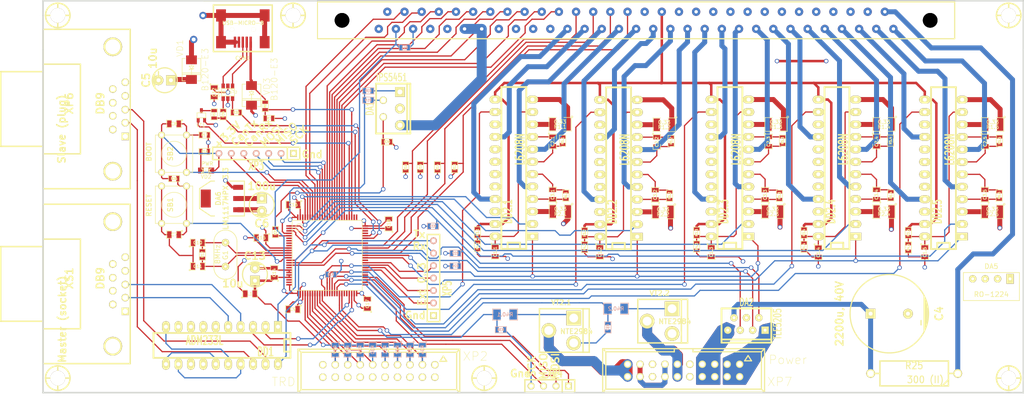
<source format=kicad_pcb>
(kicad_pcb (version 3) (host pcbnew "(2013-feb-26)-stable")
  (layers (15 F.Cu signal) (2 ground.Cu power hide) (1 power.Cu mixed) (0 B.Cu signal) (18 B.Paste user) (19 F.Paste user) (20 B.SilkS user) (21 F.SilkS user) (22 B.Mask user) (23 F.Mask user) (28 Edge.Cuts user))
  (net 0 "")
  (net 1 +3.3V)
  (net 2 +5V)
  (net 3 /EP0)
  (net 4 /EP1)
  (net 5 /EP2)
  (net 6 /EP3)
  (net 7 "/Filters slit #1/+10V")
  (net 8 "/Filters slit #1/+24V")
  (net 9 "/Filters slit #1/A")
  (net 10 "/Filters slit #1/A*")
  (net 11 "/Filters slit #1/B")
  (net 12 "/Filters slit #1/B*")
  (net 13 "/Filters slit #1/SM_CLK")
  (net 14 "/Filters slit #1/SM_DIR")
  (net 15 "/Filters slit #1/SM_EN")
  (net 16 "/Filters slit #2/A")
  (net 17 "/Filters slit #2/A*")
  (net 18 "/Filters slit #2/B")
  (net 19 "/Filters slit #2/B*")
  (net 20 "/Filters slit #2/SM_DIR")
  (net 21 "/Filters slit #2/SM_EN")
  (net 22 /Hall0)
  (net 23 /Hall1)
  (net 24 /Hall2)
  (net 25 /Hall3)
  (net 26 /Hall4)
  (net 27 /Hall5)
  (net 28 /Hall6)
  (net 29 /Hall7)
  (net 30 /Hall8)
  (net 31 /Hall9)
  (net 32 "/Long stage/A")
  (net 33 "/Long stage/A*")
  (net 34 "/Long stage/B")
  (net 35 "/Long stage/B*")
  (net 36 "/Long stage/SM_CLK")
  (net 37 "/Long stage/SM_DIR")
  (net 38 "/Long stage/SM_EN")
  (net 39 /POW3)
  (net 40 /POW_LOAD)
  (net 41 "/Power MOSFET module 1/GND_OUT")
  (net 42 "/Power MOSFET module 1/ON")
  (net 43 "/Power MOSFET module 2/GND_OUT")
  (net 44 "/Power MOSFET module 2/ON")
  (net 45 "/STM32F103 module/1-WIRE")
  (net 46 "/STM32F103 module/BOOT")
  (net 47 "/STM32F103 module/DG_FEEDBACK")
  (net 48 "/STM32F103 module/EXT0")
  (net 49 "/STM32F103 module/EXT1")
  (net 50 "/STM32F103 module/EXT2")
  (net 51 "/STM32F103 module/EXT3")
  (net 52 "/STM32F103 module/I2C_SCL/CANRX")
  (net 53 "/STM32F103 module/I2C_SDA/CANTX")
  (net 54 "/STM32F103 module/POW3_FEEDBACK")
  (net 55 "/STM32F103 module/RS-232 level converter/UART_RX")
  (net 56 "/STM32F103 module/RS-232 level converter/UART_RX1")
  (net 57 "/STM32F103 module/RS-232 level converter/UART_TX")
  (net 58 "/STM32F103 module/RS-232 level converter/UART_TX1")
  (net 59 "/STM32F103 module/RST")
  (net 60 "/STM32F103 module/SPI1_MISO")
  (net 61 "/STM32F103 module/SPI1_MOSI")
  (net 62 "/STM32F103 module/SPI1_SCK")
  (net 63 "/STM32F103 module/SPI2_MISO")
  (net 64 "/STM32F103 module/SPI2_MOSI")
  (net 65 "/STM32F103 module/SPI2_SCK")
  (net 66 "/STM32F103 module/USB input circuit/USB_DISC")
  (net 67 "/STM32F103 module/USB input circuit/USB_DM")
  (net 68 "/STM32F103 module/USB input circuit/USB_DP")
  (net 69 "/STM32F103 module/USB input circuit/USB_POWER")
  (net 70 "/STM32F103 module/VDDA")
  (net 71 "/Short stage/A")
  (net 72 "/Short stage/A*")
  (net 73 "/Short stage/B")
  (net 74 "/Short stage/B*")
  (net 75 "/Short stage/SM_DIR")
  (net 76 "/Short stage/SM_EN")
  (net 77 "/Shutter MOSFET/+36V")
  (net 78 "/Shutter MOSFET/EF")
  (net 79 "/Shutter MOSFET/IN1")
  (net 80 "/Shutter MOSFET/IN2")
  (net 81 "/Shutter MOSFET/OUT1")
  (net 82 "/Shutter MOSFET/OUT2")
  (net 83 /T1_0)
  (net 84 /T1_1)
  (net 85 /T1_2)
  (net 86 /T1_3)
  (net 87 /T1_4)
  (net 88 /T1_5)
  (net 89 /T1_6)
  (net 90 /T1_7)
  (net 91 "/Turret slits/A")
  (net 92 "/Turret slits/A*")
  (net 93 "/Turret slits/B")
  (net 94 "/Turret slits/B*")
  (net 95 "/Turret slits/SM_DIR")
  (net 96 "/Turret slits/SM_EN")
  (net 97 GND)
  (net 98 N-00000107)
  (net 99 N-00000109)
  (net 100 N-00000110)
  (net 101 N-00000126)
  (net 102 N-00000127)
  (net 103 N-00000128)
  (net 104 N-00000129)
  (net 105 N-00000130)
  (net 106 N-00000131)
  (net 107 N-00000133)
  (net 108 N-00000134)
  (net 109 N-00000135)
  (net 110 N-00000137)
  (net 111 N-00000138)
  (net 112 N-00000139)
  (net 113 N-00000140)
  (net 114 N-00000142)
  (net 115 N-00000143)
  (net 116 N-00000144)
  (net 117 N-00000145)
  (net 118 N-00000146)
  (net 119 N-00000147)
  (net 120 N-00000149)
  (net 121 N-00000150)
  (net 122 N-00000151)
  (net 123 N-00000152)
  (net 124 N-00000153)
  (net 125 N-00000154)
  (net 126 N-00000158)
  (net 127 N-00000159)
  (net 128 N-00000160)
  (net 129 N-00000161)
  (net 130 N-00000173)
  (net 131 N-00000175)
  (net 132 N-00000176)
  (net 133 N-00000177)
  (net 134 N-00000178)
  (net 135 N-00000179)
  (net 136 N-00000180)
  (net 137 N-0000037)
  (net 138 N-0000073)
  (net 139 N-0000074)
  (net 140 N-0000075)
  (net 141 N-0000076)
  (net 142 N-0000077)
  (net 143 N-0000085)
  (net 144 N-000009)
  (module LQFP100_STM32 (layer F.Cu) (at 103 116.5)
    (fp_text reference DD3)
    (fp_text value STM32F103 hide)
    (pad 1 smd rect (at -7.747 -5.99948) (size 1.20142 0.29972) (layers F.Cu F.Paste F.Mask) (net 20 "/Filters slit #2/SM_DIR"))
    (pad 2 smd rect (at -7.747 -5.4991) (size 1.20142 0.29972) (layers F.Cu F.Paste F.Mask) (net 37 "/Long stage/SM_DIR"))
    (pad 3 smd rect (at -7.747 -4.99872) (size 1.20142 0.29972) (layers F.Cu F.Paste F.Mask) (net 75 "/Short stage/SM_DIR"))
    (pad 4 smd rect (at -7.747 -4.49834) (size 1.20142 0.29972) (layers F.Cu F.Paste F.Mask) (net 39 /POW3))
    (pad 5 smd rect (at -7.747 -3.99796) (size 1.20142 0.29972) (layers F.Cu F.Paste F.Mask) (net 47 "/STM32F103 module/DG_FEEDBACK"))
    (pad 6 smd rect (at -7.747 -3.49758) (size 1.20142 0.30226) (layers F.Cu F.Paste F.Mask))
    (pad 7 smd rect (at -7.747 -2.99974) (size 1.20142 0.29972) (layers F.Cu F.Paste F.Mask))
    (pad 8 smd rect (at -7.747 -2.49936) (size 1.20142 0.29972) (layers F.Cu F.Paste F.Mask))
    (pad 9 smd rect (at -7.747 -1.99898) (size 1.20142 0.29972) (layers F.Cu F.Paste F.Mask))
    (pad 10 smd rect (at -7.747 -1.4986) (size 1.20142 0.29972) (layers F.Cu F.Paste F.Mask) (net 97 GND))
    (pad 11 smd rect (at -7.747 -0.99822) (size 1.20142 0.29972) (layers F.Cu F.Paste F.Mask) (net 1 +3.3V))
    (pad 12 smd rect (at -7.747 -0.49784) (size 1.20142 0.29972) (layers F.Cu F.Paste F.Mask) (net 99 N-00000109))
    (pad 13 smd rect (at -7.747 0) (size 1.20142 0.29972) (layers F.Cu F.Paste F.Mask) (net 100 N-00000110))
    (pad 14 smd rect (at -7.747 0.49784) (size 1.20142 0.29972) (layers F.Cu F.Paste F.Mask) (net 59 "/STM32F103 module/RST"))
    (pad 15 smd rect (at -7.747 0.99822) (size 1.20142 0.29972) (layers F.Cu F.Paste F.Mask) (net 80 "/Shutter MOSFET/IN2"))
    (pad 16 smd rect (at -7.747 1.4986) (size 1.20142 0.29972) (layers F.Cu F.Paste F.Mask) (net 78 "/Shutter MOSFET/EF"))
    (pad 17 smd rect (at -7.747 1.99898) (size 1.20142 0.29972) (layers F.Cu F.Paste F.Mask) (net 79 "/Shutter MOSFET/IN1"))
    (pad 18 smd rect (at -7.747 2.49936) (size 1.20142 0.29972) (layers F.Cu F.Paste F.Mask))
    (pad 19 smd rect (at -7.747 2.99974) (size 1.20142 0.29972) (layers F.Cu F.Paste F.Mask) (net 97 GND))
    (pad 20 smd rect (at -7.747 3.49758) (size 1.20142 0.30226) (layers F.Cu F.Paste F.Mask) (net 97 GND))
    (pad 21 smd rect (at -7.747 3.99796) (size 1.20142 0.29972) (layers F.Cu F.Paste F.Mask) (net 70 "/STM32F103 module/VDDA"))
    (pad 22 smd rect (at -7.747 4.49834) (size 1.20142 0.29972) (layers F.Cu F.Paste F.Mask) (net 70 "/STM32F103 module/VDDA"))
    (pad 23 smd rect (at -7.747 4.99872) (size 1.20142 0.29972) (layers F.Cu F.Paste F.Mask))
    (pad 24 smd rect (at -7.747 5.4991) (size 1.20142 0.29972) (layers F.Cu F.Paste F.Mask))
    (pad 25 smd rect (at -7.747 5.99948) (size 1.20142 0.29972) (layers F.Cu F.Paste F.Mask) (net 45 "/STM32F103 module/1-WIRE"))
    (pad 26 smd rect (at -5.99948 7.747) (size 0.29972 1.20142) (layers F.Cu F.Paste F.Mask) (net 45 "/STM32F103 module/1-WIRE"))
    (pad 27 smd rect (at -5.4991 7.747) (size 0.29972 1.20142) (layers F.Cu F.Paste F.Mask) (net 97 GND))
    (pad 28 smd rect (at -4.99872 7.747) (size 0.29972 1.20142) (layers F.Cu F.Paste F.Mask) (net 1 +3.3V))
    (pad 29 smd rect (at -4.49834 7.747) (size 0.29972 1.20142) (layers F.Cu F.Paste F.Mask) (net 90 /T1_7))
    (pad 30 smd rect (at -3.99796 7.747) (size 0.29972 1.20142) (layers F.Cu F.Paste F.Mask) (net 89 /T1_6))
    (pad 31 smd rect (at -3.49758 7.747) (size 0.30226 1.20142) (layers F.Cu F.Paste F.Mask) (net 88 /T1_5))
    (pad 32 smd rect (at -2.99974 7.747) (size 0.29972 1.20142) (layers F.Cu F.Paste F.Mask) (net 87 /T1_4))
    (pad 33 smd rect (at -2.49936 7.747) (size 0.29972 1.20142) (layers F.Cu F.Paste F.Mask) (net 86 /T1_3))
    (pad 34 smd rect (at -1.99898 7.747) (size 0.29972 1.20142) (layers F.Cu F.Paste F.Mask) (net 85 /T1_2))
    (pad 35 smd rect (at -1.4986 7.747) (size 0.29972 1.20142) (layers F.Cu F.Paste F.Mask) (net 84 /T1_1))
    (pad 36 smd rect (at -0.99822 7.747) (size 0.29972 1.20142) (layers F.Cu F.Paste F.Mask) (net 83 /T1_0))
    (pad 37 smd rect (at -0.49784 7.747) (size 0.29972 1.20142) (layers F.Cu F.Paste F.Mask) (net 143 N-0000085))
    (pad 38 smd rect (at 0 7.747) (size 0.29972 1.20142) (layers F.Cu F.Paste F.Mask) (net 96 "/Turret slits/SM_EN"))
    (pad 39 smd rect (at 0.49784 7.747) (size 0.29972 1.20142) (layers F.Cu F.Paste F.Mask) (net 15 "/Filters slit #1/SM_EN"))
    (pad 40 smd rect (at 0.99822 7.747) (size 0.29972 1.20142) (layers F.Cu F.Paste F.Mask) (net 21 "/Filters slit #2/SM_EN"))
    (pad 41 smd rect (at 1.4986 7.747) (size 0.29972 1.20142) (layers F.Cu F.Paste F.Mask) (net 38 "/Long stage/SM_EN"))
    (pad 42 smd rect (at 1.99898 7.747) (size 0.29972 1.20142) (layers F.Cu F.Paste F.Mask) (net 76 "/Short stage/SM_EN"))
    (pad 43 smd rect (at 2.49936 7.747) (size 0.29972 1.20142) (layers F.Cu F.Paste F.Mask) (net 44 "/Power MOSFET module 2/ON"))
    (pad 44 smd rect (at 2.99974 7.747) (size 0.29972 1.20142) (layers F.Cu F.Paste F.Mask) (net 42 "/Power MOSFET module 1/ON"))
    (pad 45 smd rect (at 3.49758 7.747) (size 0.30226 1.20142) (layers F.Cu F.Paste F.Mask))
    (pad 46 smd rect (at 3.99796 7.747) (size 0.29972 1.20142) (layers F.Cu F.Paste F.Mask))
    (pad 47 smd rect (at 4.49834 7.747) (size 0.29972 1.20142) (layers F.Cu F.Paste F.Mask) (net 57 "/STM32F103 module/RS-232 level converter/UART_TX"))
    (pad 48 smd rect (at 4.99872 7.747) (size 0.29972 1.20142) (layers F.Cu F.Paste F.Mask) (net 55 "/STM32F103 module/RS-232 level converter/UART_RX"))
    (pad 49 smd rect (at 5.4991 7.747) (size 0.29972 1.20142) (layers F.Cu F.Paste F.Mask) (net 97 GND))
    (pad 50 smd rect (at 5.99948 7.747) (size 0.29972 1.20142) (layers F.Cu F.Paste F.Mask) (net 1 +3.3V))
    (pad 51 smd rect (at 7.747 5.99948) (size 1.20142 0.29972) (layers F.Cu F.Paste F.Mask))
    (pad 52 smd rect (at 7.747 5.4991) (size 1.20142 0.29972) (layers F.Cu F.Paste F.Mask) (net 65 "/STM32F103 module/SPI2_SCK"))
    (pad 53 smd rect (at 7.747 4.99872) (size 1.20142 0.29972) (layers F.Cu F.Paste F.Mask) (net 63 "/STM32F103 module/SPI2_MISO"))
    (pad 54 smd rect (at 7.747 4.49834) (size 1.20142 0.29972) (layers F.Cu F.Paste F.Mask) (net 64 "/STM32F103 module/SPI2_MOSI"))
    (pad 55 smd rect (at 7.747 3.99796) (size 1.20142 0.29972) (layers F.Cu F.Paste F.Mask))
    (pad 56 smd rect (at 7.747 3.49758) (size 1.20142 0.30226) (layers F.Cu F.Paste F.Mask))
    (pad 57 smd rect (at 7.747 2.99974) (size 1.20142 0.29972) (layers F.Cu F.Paste F.Mask) (net 48 "/STM32F103 module/EXT0"))
    (pad 58 smd rect (at 7.747 2.49936) (size 1.20142 0.29972) (layers F.Cu F.Paste F.Mask) (net 49 "/STM32F103 module/EXT1"))
    (pad 59 smd rect (at 7.747 1.99898) (size 1.20142 0.29972) (layers F.Cu F.Paste F.Mask) (net 50 "/STM32F103 module/EXT2"))
    (pad 60 smd rect (at 7.747 1.4986) (size 1.20142 0.29972) (layers F.Cu F.Paste F.Mask) (net 51 "/STM32F103 module/EXT3"))
    (pad 61 smd rect (at 7.747 0.99822) (size 1.20142 0.29972) (layers F.Cu F.Paste F.Mask))
    (pad 62 smd rect (at 7.747 0.49784) (size 1.20142 0.29972) (layers F.Cu F.Paste F.Mask) (net 36 "/Long stage/SM_CLK"))
    (pad 63 smd rect (at 7.747 0) (size 1.20142 0.29972) (layers F.Cu F.Paste F.Mask) (net 13 "/Filters slit #1/SM_CLK"))
    (pad 64 smd rect (at 7.747 -0.49784) (size 1.20142 0.29972) (layers F.Cu F.Paste F.Mask) (net 3 /EP0))
    (pad 65 smd rect (at 7.747 -0.99822) (size 1.20142 0.29972) (layers F.Cu F.Paste F.Mask) (net 4 /EP1))
    (pad 66 smd rect (at 7.747 -1.4986) (size 1.20142 0.29972) (layers F.Cu F.Paste F.Mask) (net 5 /EP2))
    (pad 67 smd rect (at 7.747 -1.99898) (size 1.20142 0.29972) (layers F.Cu F.Paste F.Mask) (net 6 /EP3))
    (pad 68 smd rect (at 7.747 -2.49936) (size 1.20142 0.29972) (layers F.Cu F.Paste F.Mask) (net 58 "/STM32F103 module/RS-232 level converter/UART_TX1"))
    (pad 69 smd rect (at 7.747 -2.99974) (size 1.20142 0.29972) (layers F.Cu F.Paste F.Mask) (net 56 "/STM32F103 module/RS-232 level converter/UART_RX1"))
    (pad 70 smd rect (at 7.747 -3.49758) (size 1.20142 0.30226) (layers F.Cu F.Paste F.Mask) (net 67 "/STM32F103 module/USB input circuit/USB_DM"))
    (pad 71 smd rect (at 7.747 -3.99796) (size 1.20142 0.29972) (layers F.Cu F.Paste F.Mask) (net 68 "/STM32F103 module/USB input circuit/USB_DP"))
    (pad 72 smd rect (at 7.747 -4.49834) (size 1.20142 0.29972) (layers F.Cu F.Paste F.Mask))
    (pad 73 smd rect (at 7.747 -4.99872) (size 1.20142 0.29972) (layers F.Cu F.Paste F.Mask))
    (pad 74 smd rect (at 7.747 -5.4991) (size 1.20142 0.29972) (layers F.Cu F.Paste F.Mask) (net 97 GND))
    (pad 75 smd rect (at 7.747 -5.99948) (size 1.20142 0.29972) (layers F.Cu F.Paste F.Mask) (net 1 +3.3V))
    (pad 76 smd rect (at 5.99948 -7.747) (size 0.29972 1.20142) (layers F.Cu F.Paste F.Mask))
    (pad 77 smd rect (at 5.4991 -7.747) (size 0.29972 1.20142) (layers F.Cu F.Paste F.Mask))
    (pad 78 smd rect (at 4.99872 -7.747) (size 0.29972 1.20142) (layers F.Cu F.Paste F.Mask) (net 69 "/STM32F103 module/USB input circuit/USB_POWER"))
    (pad 79 smd rect (at 4.49834 -7.747) (size 0.29972 1.20142) (layers F.Cu F.Paste F.Mask) (net 66 "/STM32F103 module/USB input circuit/USB_DISC"))
    (pad 80 smd rect (at 3.99796 -7.747) (size 0.29972 1.20142) (layers F.Cu F.Paste F.Mask))
    (pad 81 smd rect (at 3.49758 -7.747) (size 0.30226 1.20142) (layers F.Cu F.Paste F.Mask) (net 22 /Hall0))
    (pad 82 smd rect (at 2.99974 -7.747) (size 0.29972 1.20142) (layers F.Cu F.Paste F.Mask) (net 23 /Hall1))
    (pad 83 smd rect (at 2.49936 -7.747) (size 0.29972 1.20142) (layers F.Cu F.Paste F.Mask) (net 24 /Hall2))
    (pad 84 smd rect (at 1.99898 -7.747) (size 0.29972 1.20142) (layers F.Cu F.Paste F.Mask) (net 25 /Hall3))
    (pad 85 smd rect (at 1.4986 -7.747) (size 0.29972 1.20142) (layers F.Cu F.Paste F.Mask) (net 26 /Hall4))
    (pad 86 smd rect (at 0.99822 -7.747) (size 0.29972 1.20142) (layers F.Cu F.Paste F.Mask) (net 27 /Hall5))
    (pad 87 smd rect (at 0.49784 -7.747) (size 0.29972 1.20142) (layers F.Cu F.Paste F.Mask) (net 28 /Hall6))
    (pad 88 smd rect (at 0 -7.747) (size 0.29972 1.20142) (layers F.Cu F.Paste F.Mask) (net 29 /Hall7))
    (pad 89 smd rect (at -0.49784 -7.747) (size 0.29972 1.20142) (layers F.Cu F.Paste F.Mask) (net 62 "/STM32F103 module/SPI1_SCK"))
    (pad 90 smd rect (at -0.99822 -7.747) (size 0.29972 1.20142) (layers F.Cu F.Paste F.Mask) (net 60 "/STM32F103 module/SPI1_MISO"))
    (pad 91 smd rect (at -1.4986 -7.747) (size 0.29972 1.20142) (layers F.Cu F.Paste F.Mask) (net 61 "/STM32F103 module/SPI1_MOSI"))
    (pad 92 smd rect (at -1.99898 -7.747) (size 0.29972 1.20142) (layers F.Cu F.Paste F.Mask) (net 30 /Hall8))
    (pad 93 smd rect (at -2.49936 -7.747) (size 0.29972 1.20142) (layers F.Cu F.Paste F.Mask) (net 31 /Hall9))
    (pad 94 smd rect (at -2.99974 -7.747) (size 0.29972 1.20142) (layers F.Cu F.Paste F.Mask) (net 46 "/STM32F103 module/BOOT"))
    (pad 95 smd rect (at -3.49758 -7.747) (size 0.30226 1.20142) (layers F.Cu F.Paste F.Mask) (net 52 "/STM32F103 module/I2C_SCL/CANRX"))
    (pad 96 smd rect (at -3.99796 -7.747) (size 0.29972 1.20142) (layers F.Cu F.Paste F.Mask) (net 53 "/STM32F103 module/I2C_SDA/CANTX"))
    (pad 97 smd rect (at -4.49834 -7.747) (size 0.29972 1.20142) (layers F.Cu F.Paste F.Mask) (net 95 "/Turret slits/SM_DIR"))
    (pad 98 smd rect (at -4.99872 -7.747) (size 0.29972 1.20142) (layers F.Cu F.Paste F.Mask) (net 14 "/Filters slit #1/SM_DIR"))
    (pad 99 smd rect (at -5.4991 -7.747) (size 0.29972 1.20142) (layers F.Cu F.Paste F.Mask) (net 97 GND))
    (pad 100 smd rect (at -5.99948 -7.747) (size 0.29972 1.20142) (layers F.Cu F.Paste F.Mask) (net 1 +3.3V))
  )
  (module TO220-7-12 (layer F.Cu) (at 188.5315 130.4925 270)
    (fp_text reference DA2 (at -4.445 0 360) (layer F.SilkS) (effects (font (size 1.524 1.016) (thickness 0.2032))))
    (fp_text value TLE5205 (at 0 -6.35 270) (layer F.SilkS) (effects (font (size 1.524 1.016) (thickness 0.2032))))
    (pad 7 thru_hole circle (at 1.27 3.81 270) (size 1.5 1.5) (drill 0.6) (layers *.Cu *.Mask F.SilkS) (net 82 "/Shutter MOSFET/OUT2"))
    (pad 1 thru_hole rect (at 1.27 -3.81 270) (size 1.5 1.5) (drill 0.6) (layers *.Cu *.Mask F.SilkS) (net 81 "/Shutter MOSFET/OUT1"))
    (pad 5 thru_hole circle (at 1.27 1.27 270) (size 1.5 1.5) (drill 0.6) (layers *.Cu *.Mask F.SilkS) (net 80 "/Shutter MOSFET/IN2"))
    (pad 6 thru_hole circle (at -1.27 2.54 270) (size 1.5 1.5) (drill 0.6) (layers *.Cu *.Mask F.SilkS) (net 123 N-00000152))
    (pad 2 thru_hole circle (at -1.27 -2.54 270) (size 1.5 1.5) (drill 0.6) (layers *.Cu *.Mask F.SilkS) (net 78 "/Shutter MOSFET/EF"))
    (pad 3 thru_hole circle (at 1.27 -1.27 270) (size 1.5 1.5) (drill 0.6) (layers *.Cu *.Mask F.SilkS) (net 79 "/Shutter MOSFET/IN1"))
    (pad 4 thru_hole circle (at -1.27 0 270) (size 1.5 1.5) (drill 0.6) (layers *.Cu *.Mask F.SilkS) (net 97 GND))
  )
  (module SW_PUSH_SMALL (layer F.Cu) (at 71.755 95.758 90)
    (fp_text reference SB2 (at 0 -0.762 90) (layer F.SilkS) (effects (font (size 1.016 1.016) (thickness 0.2032))))
    (fp_text value BOOT (at 0.381 -5.1435 90) (layer F.SilkS) (effects (font (size 1.016 1.016) (thickness 0.2032))))
    (pad 1 thru_hole circle (at 3.81 -2.54 90) (size 1.397 1.397) (drill 0.8128) (layers *.Cu *.Mask F.SilkS) (net 1 +3.3V))
    (pad 2 thru_hole circle (at 3.81 2.54 90) (size 1.397 1.397) (drill 0.8128) (layers *.Cu *.Mask F.SilkS) (net 46 "/STM32F103 module/BOOT"))
    (pad 1 thru_hole circle (at -3.81 -2.54 90) (size 1.397 1.397) (drill 0.8128) (layers *.Cu *.Mask F.SilkS) (net 1 +3.3V))
    (pad 2 thru_hole circle (at -3.81 2.54 90) (size 1.397 1.397) (drill 0.8128) (layers *.Cu *.Mask F.SilkS) (net 46 "/STM32F103 module/BOOT"))
  )
  (module SW_PUSH_SMALL (layer F.Cu) (at 71.755 106.172 90)
    (fp_text reference SB1 (at 0 -0.762 90) (layer F.SilkS) (effects (font (size 1.016 1.016) (thickness 0.2032))))
    (fp_text value RESET (at -0.127 -5.1435 90) (layer F.SilkS) (effects (font (size 1.016 1.016) (thickness 0.2032))))
    (pad 1 thru_hole circle (at 3.81 -2.54 90) (size 1.397 1.397) (drill 0.8128) (layers *.Cu *.Mask F.SilkS) (net 97 GND))
    (pad 2 thru_hole circle (at 3.81 2.54 90) (size 1.397 1.397) (drill 0.8128) (layers *.Cu *.Mask F.SilkS) (net 59 "/STM32F103 module/RST"))
    (pad 1 thru_hole circle (at -3.81 -2.54 90) (size 1.397 1.397) (drill 0.8128) (layers *.Cu *.Mask F.SilkS) (net 97 GND))
    (pad 2 thru_hole circle (at -3.81 2.54 90) (size 1.397 1.397) (drill 0.8128) (layers *.Cu *.Mask F.SilkS) (net 59 "/STM32F103 module/RST"))
  )
  (module SOT323 (layer F.Cu) (at 77.3349 87.9217 180)
    (fp_text reference VT1 (at 0.127 -2.032 180) (layer F.SilkS) (effects (font (size 0.762 0.762) (thickness 0.09906))))
    (fp_text value DTA114Y hide)
    (pad 2 smd rect (at -0.65024 -0.94996 180) (size 0.59944 1.00076) (layers F.Cu F.Paste F.Mask) (net 2 +5V))
    (pad 1 smd rect (at 0.65024 -0.94996 180) (size 0.59944 1.00076) (layers F.Cu F.Paste F.Mask) (net 66 "/STM32F103 module/USB input circuit/USB_DISC"))
    (pad 3 smd rect (at 0 0.94996 180) (size 0.59944 1.00076) (layers F.Cu F.Paste F.Mask) (net 135 N-00000179))
  )
  (module SOT23_6 (layer F.Cu) (at 82.7324 83.2227 180)
    (fp_text reference DA4 (at 1.99898 0 270) (layer F.SilkS) (effects (font (size 0.762 0.762) (thickness 0.0762))))
    (fp_text value USBLC6-2 (at 0.0635 0 180) (layer F.SilkS) (effects (font (size 0.50038 0.50038) (thickness 0.0762))))
    (pad 6 smd rect (at -0.9525 -1.27 180) (size 0.70104 1.00076) (layers F.Cu F.Paste F.Mask) (net 134 N-00000178))
    (pad 5 smd rect (at 0 -1.27 180) (size 0.70104 1.00076) (layers F.Cu F.Paste F.Mask) (net 2 +5V))
    (pad 4 smd rect (at 0.9525 -1.27 180) (size 0.70104 1.00076) (layers F.Cu F.Paste F.Mask) (net 136 N-00000180))
    (pad 3 smd rect (at 0.9525 1.27 180) (size 0.70104 1.00076) (layers F.Cu F.Paste F.Mask) (net 131 N-00000175))
    (pad 2 smd rect (at 0 1.27 180) (size 0.70104 1.00076) (layers F.Cu F.Paste F.Mask) (net 97 GND))
    (pad 1 smd rect (at -0.9525 1.27 180) (size 0.70104 1.00076) (layers F.Cu F.Paste F.Mask) (net 132 N-00000176))
  )
  (module SM1210 (layer F.Cu) (at 238.703 107.5875 180)
    (fp_text reference R2.5 (at 0 -0.508 180) (layer F.SilkS) (effects (font (size 0.762 0.762) (thickness 0.127))))
    (fp_text value 0.33 (at 0 0.508 180) (layer F.SilkS) (effects (font (size 0.762 0.762) (thickness 0.127))))
    (pad 1 smd rect (at -1.524 0 180) (size 1.27 2.54) (layers F.Cu F.Paste F.Mask) (net 97 GND))
    (pad 2 smd rect (at 1.524 0 180) (size 1.27 2.54) (layers F.Cu F.Paste F.Mask) (net 116 N-00000144))
  )
  (module SM1210 (layer F.Cu) (at 193.8655 107.569 180)
    (fp_text reference R2.3 (at 0 -0.508 180) (layer F.SilkS) (effects (font (size 0.762 0.762) (thickness 0.127))))
    (fp_text value 0.33 (at 0 0.508 180) (layer F.SilkS) (effects (font (size 0.762 0.762) (thickness 0.127))))
    (pad 1 smd rect (at -1.524 0 180) (size 1.27 2.54) (layers F.Cu F.Paste F.Mask) (net 97 GND))
    (pad 2 smd rect (at 1.524 0 180) (size 1.27 2.54) (layers F.Cu F.Paste F.Mask) (net 140 N-0000075))
  )
  (module SM1210 (layer F.Cu) (at 216.5985 107.569 180)
    (fp_text reference R2.4 (at 0 -0.508 180) (layer F.SilkS) (effects (font (size 0.762 0.762) (thickness 0.127))))
    (fp_text value 0.33 (at 0 0.508 180) (layer F.SilkS) (effects (font (size 0.762 0.762) (thickness 0.127))))
    (pad 1 smd rect (at -1.524 0 180) (size 1.27 2.54) (layers F.Cu F.Paste F.Mask) (net 97 GND))
    (pad 2 smd rect (at 1.524 0 180) (size 1.27 2.54) (layers F.Cu F.Paste F.Mask) (net 119 N-00000147))
  )
  (module SM1210 (layer F.Cu) (at 216.5985 89.789 180)
    (fp_text reference R1.4 (at 0 -0.508 180) (layer F.SilkS) (effects (font (size 0.762 0.762) (thickness 0.127))))
    (fp_text value 0.33 (at 0 0.508 180) (layer F.SilkS) (effects (font (size 0.762 0.762) (thickness 0.127))))
    (pad 1 smd rect (at -1.524 0 180) (size 1.27 2.54) (layers F.Cu F.Paste F.Mask) (net 97 GND))
    (pad 2 smd rect (at 1.524 0 180) (size 1.27 2.54) (layers F.Cu F.Paste F.Mask) (net 118 N-00000146))
  )
  (module SM1210 (layer F.Cu) (at 171.5135 107.6325 180)
    (fp_text reference R2.2 (at 0 -0.508 180) (layer F.SilkS) (effects (font (size 0.762 0.762) (thickness 0.127))))
    (fp_text value 0.33 (at 0 0.508 180) (layer F.SilkS) (effects (font (size 0.762 0.762) (thickness 0.127))))
    (pad 1 smd rect (at -1.524 0 180) (size 1.27 2.54) (layers F.Cu F.Paste F.Mask) (net 97 GND))
    (pad 2 smd rect (at 1.524 0 180) (size 1.27 2.54) (layers F.Cu F.Paste F.Mask) (net 104 N-00000129))
  )
  (module SM1210 (layer F.Cu) (at 171.7675 89.8525 180)
    (fp_text reference R1.2 (at 0 -0.508 180) (layer F.SilkS) (effects (font (size 0.762 0.762) (thickness 0.127))))
    (fp_text value 0.33 (at 0 0.508 180) (layer F.SilkS) (effects (font (size 0.762 0.762) (thickness 0.127))))
    (pad 1 smd rect (at -1.524 0 180) (size 1.27 2.54) (layers F.Cu F.Paste F.Mask) (net 97 GND))
    (pad 2 smd rect (at 1.524 0 180) (size 1.27 2.54) (layers F.Cu F.Paste F.Mask) (net 105 N-00000130))
  )
  (module SM1210 (layer F.Cu) (at 194.564 89.789 180)
    (fp_text reference R1.3 (at 0 -0.508 180) (layer F.SilkS) (effects (font (size 0.762 0.762) (thickness 0.127))))
    (fp_text value 0.33 (at 0 0.508 180) (layer F.SilkS) (effects (font (size 0.762 0.762) (thickness 0.127))))
    (pad 1 smd rect (at -1.524 0 180) (size 1.27 2.54) (layers F.Cu F.Paste F.Mask) (net 97 GND))
    (pad 2 smd rect (at 1.524 0 180) (size 1.27 2.54) (layers F.Cu F.Paste F.Mask) (net 141 N-0000076))
  )
  (module SM1210 (layer F.Cu) (at 238.7665 89.8075 180)
    (fp_text reference R1.5 (at 0 -0.508 180) (layer F.SilkS) (effects (font (size 0.762 0.762) (thickness 0.127))))
    (fp_text value 0.33 (at 0 0.508 180) (layer F.SilkS) (effects (font (size 0.762 0.762) (thickness 0.127))))
    (pad 1 smd rect (at -1.524 0 180) (size 1.27 2.54) (layers F.Cu F.Paste F.Mask) (net 97 GND))
    (pad 2 smd rect (at 1.524 0 180) (size 1.27 2.54) (layers F.Cu F.Paste F.Mask) (net 112 N-00000139))
  )
  (module SM1210 (layer F.Cu) (at 150.5709 107.5456 180)
    (fp_text reference R2.1 (at 0 -0.508 180) (layer F.SilkS) (effects (font (size 0.762 0.762) (thickness 0.127))))
    (fp_text value 0.33 (at 0 0.508 180) (layer F.SilkS) (effects (font (size 0.762 0.762) (thickness 0.127))))
    (pad 1 smd rect (at -1.524 0 180) (size 1.27 2.54) (layers F.Cu F.Paste F.Mask) (net 97 GND))
    (pad 2 smd rect (at 1.524 0 180) (size 1.27 2.54) (layers F.Cu F.Paste F.Mask) (net 107 N-00000133))
  )
  (module SM1210 (layer F.Cu) (at 150.5201 89.7656 180)
    (fp_text reference R1.1 (at 0 -0.508 180) (layer F.SilkS) (effects (font (size 0.762 0.762) (thickness 0.127))))
    (fp_text value 0.33 (at 0 0.508 180) (layer F.SilkS) (effects (font (size 0.762 0.762) (thickness 0.127))))
    (pad 1 smd rect (at -1.524 0 180) (size 1.27 2.54) (layers F.Cu F.Paste F.Mask) (net 97 GND))
    (pad 2 smd rect (at 1.524 0 180) (size 1.27 2.54) (layers F.Cu F.Paste F.Mask) (net 109 N-00000135))
  )
  (module SM0805 (layer F.Cu) (at 71.755 112.268 180)
    (fp_text reference C7 (at 0 0 180) (layer F.SilkS) (effects (font (size 0.635 0.635) (thickness 0.127))))
    (fp_text value 100n hide)
    (pad 1 smd rect (at -0.9525 0 180) (size 0.889 1.397) (layers F.Cu F.Paste F.Mask) (net 59 "/STM32F103 module/RST"))
    (pad 2 smd rect (at 0.9525 0 180) (size 0.889 1.397) (layers F.Cu F.Paste F.Mask) (net 97 GND))
  )
  (module SM0805 (layer F.Cu) (at 76.589 118.745)
    (fp_text reference C11 (at 0 0) (layer F.SilkS) (effects (font (size 0.635 0.635) (thickness 0.127))))
    (fp_text value 27p hide)
    (pad 1 smd rect (at -0.9525 0) (size 0.889 1.397) (layers F.Cu F.Paste F.Mask) (net 97 GND))
    (pad 2 smd rect (at 0.9525 0) (size 0.889 1.397) (layers F.Cu F.Paste F.Mask) (net 100 N-00000110))
  )
  (module SM0805 (layer F.Cu) (at 87.249 124.333)
    (fp_text reference L1 (at 0 0) (layer F.SilkS) (effects (font (size 0.635 0.635) (thickness 0.127))))
    (fp_text value BMB2A0300AN1 hide)
    (pad 1 smd rect (at -0.9525 0) (size 0.889 1.397) (layers F.Cu F.Paste F.Mask) (net 1 +3.3V))
    (pad 2 smd rect (at 0.9525 0) (size 0.889 1.397) (layers F.Cu F.Paste F.Mask) (net 70 "/STM32F103 module/VDDA"))
  )
  (module SM0805 (layer F.Cu) (at 92.202 120.0404 90)
    (fp_text reference C14 (at 0 0 90) (layer F.SilkS) (effects (font (size 0.635 0.635) (thickness 0.127))))
    (fp_text value 100n hide)
    (pad 1 smd rect (at -0.9525 0 90) (size 0.889 1.397) (layers F.Cu F.Paste F.Mask) (net 70 "/STM32F103 module/VDDA"))
    (pad 2 smd rect (at 0.9525 0 90) (size 0.889 1.397) (layers F.Cu F.Paste F.Mask) (net 97 GND))
  )
  (module SM0805 (layer F.Cu) (at 215.0745 93.2815 270)
    (fp_text reference C2.4 (at 0 0 270) (layer F.SilkS) (effects (font (size 0.635 0.635) (thickness 0.127))))
    (fp_text value 1n hide)
    (pad 1 smd rect (at -0.9525 0 270) (size 0.889 1.397) (layers F.Cu F.Paste F.Mask) (net 117 N-00000145))
    (pad 2 smd rect (at 0.9525 0 270) (size 0.889 1.397) (layers F.Cu F.Paste F.Mask) (net 97 GND))
  )
  (module SM0805 (layer F.Cu) (at 181.356 115.824 270)
    (fp_text reference C1.3 (at 0 0 270) (layer F.SilkS) (effects (font (size 0.635 0.635) (thickness 0.127))))
    (fp_text value 68n hide)
    (pad 1 smd rect (at -0.9525 0 270) (size 0.889 1.397) (layers F.Cu F.Paste F.Mask) (net 142 N-0000077))
    (pad 2 smd rect (at 0.9525 0 270) (size 0.889 1.397) (layers F.Cu F.Paste F.Mask) (net 97 GND))
  )
  (module SM0805 (layer B.Cu) (at 109.728 135.763 270)
    (fp_text reference R29 (at 0 0 270) (layer B.SilkS) (effects (font (size 0.635 0.635) (thickness 0.127)) (justify mirror)))
    (fp_text value RT0805BRB071KL hide)
    (pad 1 smd rect (at -0.9525 0 270) (size 0.889 1.397) (layers B.Cu B.Paste B.Mask) (net 70 "/STM32F103 module/VDDA"))
    (pad 2 smd rect (at 0.9525 0 270) (size 0.889 1.397) (layers B.Cu B.Paste B.Mask) (net 88 /T1_5))
  )
  (module SM0805 (layer F.Cu) (at 96 127.5 180)
    (fp_text reference C9 (at 0 0 180) (layer F.SilkS) (effects (font (size 0.635 0.635) (thickness 0.127))))
    (fp_text value 100n hide)
    (pad 1 smd rect (at -0.9525 0 180) (size 0.889 1.397) (layers F.Cu F.Paste F.Mask) (net 1 +3.3V))
    (pad 2 smd rect (at 0.9525 0 180) (size 0.889 1.397) (layers F.Cu F.Paste F.Mask) (net 97 GND))
  )
  (module SM0805 (layer F.Cu) (at 76.589 113.919)
    (fp_text reference C10 (at 0 0) (layer F.SilkS) (effects (font (size 0.635 0.635) (thickness 0.127))))
    (fp_text value 27p hide)
    (pad 1 smd rect (at -0.9525 0) (size 0.889 1.397) (layers F.Cu F.Paste F.Mask) (net 97 GND))
    (pad 2 smd rect (at 0.9525 0) (size 0.889 1.397) (layers F.Cu F.Paste F.Mask) (net 99 N-00000109))
  )
  (module SM0805 (layer F.Cu) (at 89.535 112.903 180)
    (fp_text reference C15 (at 0 0 180) (layer F.SilkS) (effects (font (size 0.635 0.635) (thickness 0.127))))
    (fp_text value 100n hide)
    (pad 1 smd rect (at -0.9525 0 180) (size 0.889 1.397) (layers F.Cu F.Paste F.Mask) (net 97 GND))
    (pad 2 smd rect (at 0.9525 0 180) (size 0.889 1.397) (layers F.Cu F.Paste F.Mask) (net 1 +3.3V))
  )
  (module SM0805 (layer F.Cu) (at 79.9384 83.2227 270)
    (fp_text reference C12 (at 0 0 270) (layer F.SilkS) (effects (font (size 0.635 0.635) (thickness 0.127))))
    (fp_text value 100n hide)
    (pad 1 smd rect (at -0.9525 0 270) (size 0.889 1.397) (layers F.Cu F.Paste F.Mask) (net 97 GND))
    (pad 2 smd rect (at 0.9525 0 270) (size 0.889 1.397) (layers F.Cu F.Paste F.Mask) (net 2 +5V))
  )
  (module SM0805 (layer F.Cu) (at 215.0745 104.0765 90)
    (fp_text reference C3.4 (at 0 0 90) (layer F.SilkS) (effects (font (size 0.635 0.635) (thickness 0.127))))
    (fp_text value 1n hide)
    (pad 1 smd rect (at -0.9525 0 90) (size 0.889 1.397) (layers F.Cu F.Paste F.Mask) (net 121 N-00000150))
    (pad 2 smd rect (at 0.9525 0 90) (size 0.889 1.397) (layers F.Cu F.Paste F.Mask) (net 97 GND))
  )
  (module SM0805 (layer F.Cu) (at 71.755 89.662 180)
    (fp_text reference C8 (at 0 0 180) (layer F.SilkS) (effects (font (size 0.635 0.635) (thickness 0.127))))
    (fp_text value 100n hide)
    (pad 1 smd rect (at -0.9525 0 180) (size 0.889 1.397) (layers F.Cu F.Paste F.Mask) (net 46 "/STM32F103 module/BOOT"))
    (pad 2 smd rect (at 0.9525 0 180) (size 0.889 1.397) (layers F.Cu F.Paste F.Mask) (net 1 +3.3V))
  )
  (module SM0805 (layer F.Cu) (at 203.2 115.8875 270)
    (fp_text reference C1.4 (at 0 0 270) (layer F.SilkS) (effects (font (size 0.635 0.635) (thickness 0.127))))
    (fp_text value 68n hide)
    (pad 1 smd rect (at -0.9525 0 270) (size 0.889 1.397) (layers F.Cu F.Paste F.Mask) (net 120 N-00000149))
    (pad 2 smd rect (at 0.9525 0 270) (size 0.889 1.397) (layers F.Cu F.Paste F.Mask) (net 97 GND))
  )
  (module SM0805 (layer F.Cu) (at 192.3415 104.14 90)
    (fp_text reference C3.3 (at 0 0 90) (layer F.SilkS) (effects (font (size 0.635 0.635) (thickness 0.127))))
    (fp_text value 1n hide)
    (pad 1 smd rect (at -0.9525 0 90) (size 0.889 1.397) (layers F.Cu F.Paste F.Mask) (net 138 N-0000073))
    (pad 2 smd rect (at 0.9525 0 90) (size 0.889 1.397) (layers F.Cu F.Paste F.Mask) (net 97 GND))
  )
  (module SM0805 (layer B.Cu) (at 122.428 135.763 270)
    (fp_text reference R34 (at 0 0 270) (layer B.SilkS) (effects (font (size 0.635 0.635) (thickness 0.127)) (justify mirror)))
    (fp_text value RT0805BRB071KL hide)
    (pad 1 smd rect (at -0.9525 0 270) (size 0.889 1.397) (layers B.Cu B.Paste B.Mask) (net 70 "/STM32F103 module/VDDA"))
    (pad 2 smd rect (at 0.9525 0 270) (size 0.889 1.397) (layers B.Cu B.Paste B.Mask) (net 83 /T1_0))
  )
  (module SM0805 (layer B.Cu) (at 119.888 135.763 270)
    (fp_text reference R33 (at 0 0 270) (layer B.SilkS) (effects (font (size 0.635 0.635) (thickness 0.127)) (justify mirror)))
    (fp_text value RT0805BRB071KL hide)
    (pad 1 smd rect (at -0.9525 0 270) (size 0.889 1.397) (layers B.Cu B.Paste B.Mask) (net 70 "/STM32F103 module/VDDA"))
    (pad 2 smd rect (at 0.9525 0 270) (size 0.889 1.397) (layers B.Cu B.Paste B.Mask) (net 84 /T1_1))
  )
  (module SM0805 (layer F.Cu) (at 224.9235 115.8425 270)
    (fp_text reference C1.5 (at 0 0 270) (layer F.SilkS) (effects (font (size 0.635 0.635) (thickness 0.127))))
    (fp_text value 68n hide)
    (pad 1 smd rect (at -0.9525 0 270) (size 0.889 1.397) (layers F.Cu F.Paste F.Mask) (net 113 N-00000140))
    (pad 2 smd rect (at 0.9525 0 270) (size 0.889 1.397) (layers F.Cu F.Paste F.Mask) (net 97 GND))
  )
  (module SM0805 (layer F.Cu) (at 237.2425 93.3 270)
    (fp_text reference C2.5 (at 0 0 270) (layer F.SilkS) (effects (font (size 0.635 0.635) (thickness 0.127))))
    (fp_text value 1n hide)
    (pad 1 smd rect (at -0.9525 0 270) (size 0.889 1.397) (layers F.Cu F.Paste F.Mask) (net 115 N-00000143))
    (pad 2 smd rect (at 0.9525 0 270) (size 0.889 1.397) (layers F.Cu F.Paste F.Mask) (net 97 GND))
  )
  (module SM0805 (layer F.Cu) (at 158.623 115.824 270)
    (fp_text reference C1.2 (at 0 0 270) (layer F.SilkS) (effects (font (size 0.635 0.635) (thickness 0.127))))
    (fp_text value 68n hide)
    (pad 1 smd rect (at -0.9525 0 270) (size 0.889 1.397) (layers F.Cu F.Paste F.Mask) (net 106 N-00000131))
    (pad 2 smd rect (at 0.9525 0 270) (size 0.889 1.397) (layers F.Cu F.Paste F.Mask) (net 97 GND))
  )
  (module SM0805 (layer F.Cu) (at 237.179 104.095 90)
    (fp_text reference C3.5 (at 0 0 90) (layer F.SilkS) (effects (font (size 0.635 0.635) (thickness 0.127))))
    (fp_text value 1n hide)
    (pad 1 smd rect (at -0.9525 0 90) (size 0.889 1.397) (layers F.Cu F.Paste F.Mask) (net 114 N-00000142))
    (pad 2 smd rect (at 0.9525 0 90) (size 0.889 1.397) (layers F.Cu F.Paste F.Mask) (net 97 GND))
  )
  (module SM0805 (layer F.Cu) (at 170.2435 93.345 270)
    (fp_text reference C2.2 (at 0 0 270) (layer F.SilkS) (effects (font (size 0.635 0.635) (thickness 0.127))))
    (fp_text value 1n hide)
    (pad 1 smd rect (at -0.9525 0 270) (size 0.889 1.397) (layers F.Cu F.Paste F.Mask) (net 103 N-00000128))
    (pad 2 smd rect (at 0.9525 0 270) (size 0.889 1.397) (layers F.Cu F.Paste F.Mask) (net 97 GND))
  )
  (module SM0805 (layer B.Cu) (at 117.348 135.763 270)
    (fp_text reference R32 (at 0 0 270) (layer B.SilkS) (effects (font (size 0.635 0.635) (thickness 0.127)) (justify mirror)))
    (fp_text value RT0805BRB071KL hide)
    (pad 1 smd rect (at -0.9525 0 270) (size 0.889 1.397) (layers B.Cu B.Paste B.Mask) (net 70 "/STM32F103 module/VDDA"))
    (pad 2 smd rect (at 0.9525 0 270) (size 0.889 1.397) (layers B.Cu B.Paste B.Mask) (net 85 /T1_2))
  )
  (module SM0805 (layer F.Cu) (at 148.9961 104.0912 90)
    (fp_text reference C3.1 (at 0 0 90) (layer F.SilkS) (effects (font (size 0.635 0.635) (thickness 0.127))))
    (fp_text value 1n hide)
    (pad 1 smd rect (at -0.9525 0 90) (size 0.889 1.397) (layers F.Cu F.Paste F.Mask) (net 111 N-00000138))
    (pad 2 smd rect (at 0.9525 0 90) (size 0.889 1.397) (layers F.Cu F.Paste F.Mask) (net 97 GND))
  )
  (module SM0805 (layer B.Cu) (at 114.808 135.763 270)
    (fp_text reference R31 (at 0 0 270) (layer B.SilkS) (effects (font (size 0.635 0.635) (thickness 0.127)) (justify mirror)))
    (fp_text value RT0805BRB071KL hide)
    (pad 1 smd rect (at -0.9525 0 270) (size 0.889 1.397) (layers B.Cu B.Paste B.Mask) (net 70 "/STM32F103 module/VDDA"))
    (pad 2 smd rect (at 0.9525 0 270) (size 0.889 1.397) (layers B.Cu B.Paste B.Mask) (net 86 /T1_3))
  )
  (module SM0805 (layer F.Cu) (at 169.926 104.14 90)
    (fp_text reference C3.2 (at 0 0 90) (layer F.SilkS) (effects (font (size 0.635 0.635) (thickness 0.127))))
    (fp_text value 1n hide)
    (pad 1 smd rect (at -0.9525 0 90) (size 0.889 1.397) (layers F.Cu F.Paste F.Mask) (net 102 N-00000127))
    (pad 2 smd rect (at 0.9525 0 90) (size 0.889 1.397) (layers F.Cu F.Paste F.Mask) (net 97 GND))
  )
  (module SM0805 (layer F.Cu) (at 148.9961 93.2708 270)
    (fp_text reference C2.1 (at 0 0 270) (layer F.SilkS) (effects (font (size 0.635 0.635) (thickness 0.127))))
    (fp_text value 1n hide)
    (pad 1 smd rect (at -0.9525 0 270) (size 0.889 1.397) (layers F.Cu F.Paste F.Mask) (net 108 N-00000134))
    (pad 2 smd rect (at 0.9525 0 270) (size 0.889 1.397) (layers F.Cu F.Paste F.Mask) (net 97 GND))
  )
  (module SM0805 (layer F.Cu) (at 137.274 115.7625 270)
    (fp_text reference C1.1 (at 0 0 270) (layer F.SilkS) (effects (font (size 0.635 0.635) (thickness 0.127))))
    (fp_text value 68n hide)
    (pad 1 smd rect (at -0.9525 0 270) (size 0.889 1.397) (layers F.Cu F.Paste F.Mask) (net 110 N-00000137))
    (pad 2 smd rect (at 0.9525 0 270) (size 0.889 1.397) (layers F.Cu F.Paste F.Mask) (net 97 GND))
  )
  (module SM0805 (layer B.Cu) (at 112.268 135.763 270)
    (fp_text reference R30 (at 0 0 270) (layer B.SilkS) (effects (font (size 0.635 0.635) (thickness 0.127)) (justify mirror)))
    (fp_text value RT0805BRB071KL hide)
    (pad 1 smd rect (at -0.9525 0 270) (size 0.889 1.397) (layers B.Cu B.Paste B.Mask) (net 70 "/STM32F103 module/VDDA"))
    (pad 2 smd rect (at 0.9525 0 270) (size 0.889 1.397) (layers B.Cu B.Paste B.Mask) (net 87 /T1_4))
  )
  (module SM0805 (layer F.Cu) (at 193.04 93.2815 270)
    (fp_text reference C2.3 (at 0 0 270) (layer F.SilkS) (effects (font (size 0.635 0.635) (thickness 0.127))))
    (fp_text value 1n hide)
    (pad 1 smd rect (at -0.9525 0 270) (size 0.889 1.397) (layers F.Cu F.Paste F.Mask) (net 139 N-0000074))
    (pad 2 smd rect (at 0.9525 0 270) (size 0.889 1.397) (layers F.Cu F.Paste F.Mask) (net 97 GND))
  )
  (module SM0805 (layer F.Cu) (at 111.2012 126.3904 90)
    (fp_text reference C17 (at 0 0 90) (layer F.SilkS) (effects (font (size 0.635 0.635) (thickness 0.127))))
    (fp_text value 100n hide)
    (pad 1 smd rect (at -0.9525 0 90) (size 0.889 1.397) (layers F.Cu F.Paste F.Mask) (net 97 GND))
    (pad 2 smd rect (at 0.9525 0 90) (size 0.889 1.397) (layers F.Cu F.Paste F.Mask) (net 1 +3.3V))
  )
  (module SM0805 (layer F.Cu) (at 115.55 110.05 90)
    (fp_text reference C18 (at 0 0 90) (layer F.SilkS) (effects (font (size 0.635 0.635) (thickness 0.127))))
    (fp_text value 100n hide)
    (pad 1 smd rect (at -0.9525 0 90) (size 0.889 1.397) (layers F.Cu F.Paste F.Mask) (net 97 GND))
    (pad 2 smd rect (at 0.9525 0 90) (size 0.889 1.397) (layers F.Cu F.Paste F.Mask) (net 1 +3.3V))
  )
  (module SM0805 (layer F.Cu) (at 96.0755 106.172 180)
    (fp_text reference C16 (at 0 0 180) (layer F.SilkS) (effects (font (size 0.635 0.635) (thickness 0.127))))
    (fp_text value 100n hide)
    (pad 1 smd rect (at -0.9525 0 180) (size 0.889 1.397) (layers F.Cu F.Paste F.Mask) (net 97 GND))
    (pad 2 smd rect (at 0.9525 0 180) (size 0.889 1.397) (layers F.Cu F.Paste F.Mask) (net 1 +3.3V))
  )
  (module SM0603 (layer B.Cu) (at 124.587 110.5535)
    (fp_text reference R23 (at 0 0) (layer B.SilkS) (effects (font (size 0.508 0.4572) (thickness 0.1143)) (justify mirror)))
    (fp_text value 10k hide)
    (pad 1 smd rect (at -0.762 0) (size 0.635 1.143) (layers B.Cu B.Paste B.Mask) (net 1 +3.3V))
    (pad 2 smd rect (at 0.762 0) (size 0.635 1.143) (layers B.Cu B.Paste B.Mask) (net 80 "/Shutter MOSFET/IN2"))
  )
  (module SM0603 (layer B.Cu) (at 129.159 118.6815)
    (fp_text reference R24 (at 0 0) (layer B.SilkS) (effects (font (size 0.508 0.4572) (thickness 0.1143)) (justify mirror)))
    (fp_text value 10k hide)
    (pad 1 smd rect (at -0.762 0) (size 0.635 1.143) (layers B.Cu B.Paste B.Mask) (net 1 +3.3V))
    (pad 2 smd rect (at 0.762 0) (size 0.635 1.143) (layers B.Cu B.Paste B.Mask) (net 79 "/Shutter MOSFET/IN1"))
  )
  (module SM0603 (layer B.Cu) (at 129.159 116.078)
    (fp_text reference R22 (at 0 0) (layer B.SilkS) (effects (font (size 0.508 0.4572) (thickness 0.1143)) (justify mirror)))
    (fp_text value 10k hide)
    (pad 1 smd rect (at -0.762 0) (size 0.635 1.143) (layers B.Cu B.Paste B.Mask) (net 1 +3.3V))
    (pad 2 smd rect (at 0.762 0) (size 0.635 1.143) (layers B.Cu B.Paste B.Mask) (net 78 "/Shutter MOSFET/EF"))
  )
  (module SM0603 (layer B.Cu) (at 160.274 131.191 270)
    (fp_text reference R37 (at 0 0 270) (layer B.SilkS) (effects (font (size 0.508 0.4572) (thickness 0.1143)) (justify mirror)))
    (fp_text value 10k hide)
    (pad 1 smd rect (at -0.762 0 270) (size 0.635 1.143) (layers B.Cu B.Paste B.Mask) (net 42 "/Power MOSFET module 1/ON"))
    (pad 2 smd rect (at 0.762 0 270) (size 0.635 1.143) (layers B.Cu B.Paste B.Mask) (net 97 GND))
  )
  (module SM0603 (layer F.Cu) (at 115.189 93.345)
    (fp_text reference R20 (at 0 0) (layer F.SilkS) (effects (font (size 0.508 0.4572) (thickness 0.1143))))
    (fp_text value 15k hide)
    (pad 1 smd rect (at -0.762 0) (size 0.635 1.143) (layers F.Cu F.Paste F.Mask) (net 54 "/STM32F103 module/POW3_FEEDBACK"))
    (pad 2 smd rect (at 0.762 0) (size 0.635 1.143) (layers F.Cu F.Paste F.Mask) (net 1 +3.3V))
  )
  (module SM0603 (layer F.Cu) (at 122 98.5 270)
    (fp_text reference R15 (at 0 0 270) (layer F.SilkS) (effects (font (size 0.508 0.4572) (thickness 0.1143))))
    (fp_text value 10k hide)
    (pad 1 smd rect (at -0.762 0 270) (size 0.635 1.143) (layers F.Cu F.Paste F.Mask) (net 5 /EP2))
    (pad 2 smd rect (at 0.762 0 270) (size 0.635 1.143) (layers F.Cu F.Paste F.Mask) (net 1 +3.3V))
  )
  (module SM0603 (layer B.Cu) (at 138.43 131.6736)
    (fp_text reference R38 (at 0 0) (layer B.SilkS) (effects (font (size 0.508 0.4572) (thickness 0.1143)) (justify mirror)))
    (fp_text value 10k hide)
    (pad 1 smd rect (at -0.762 0) (size 0.635 1.143) (layers B.Cu B.Paste B.Mask) (net 44 "/Power MOSFET module 2/ON"))
    (pad 2 smd rect (at 0.762 0) (size 0.635 1.143) (layers B.Cu B.Paste B.Mask) (net 97 GND))
  )
  (module SM0603 (layer B.Cu) (at 111.379 82.931)
    (fp_text reference R39 (at 0 0) (layer B.SilkS) (effects (font (size 0.508 0.4572) (thickness 0.1143)) (justify mirror)))
    (fp_text value 10k hide)
    (pad 1 smd rect (at -0.762 0) (size 0.635 1.143) (layers B.Cu B.Paste B.Mask) (net 39 /POW3))
    (pad 2 smd rect (at 0.762 0) (size 0.635 1.143) (layers B.Cu B.Paste B.Mask) (net 97 GND))
  )
  (module SM0603 (layer F.Cu) (at 90.3524 86.0167 90)
    (fp_text reference R8 (at 0 0 90) (layer F.SilkS) (effects (font (size 0.508 0.4572) (thickness 0.1143))))
    (fp_text value 15k hide)
    (pad 1 smd rect (at -0.762 0 90) (size 0.635 1.143) (layers F.Cu F.Paste F.Mask) (net 69 "/STM32F103 module/USB input circuit/USB_POWER"))
    (pad 2 smd rect (at 0.762 0 90) (size 0.635 1.143) (layers F.Cu F.Paste F.Mask) (net 133 N-00000177))
  )
  (module SM0603 (layer F.Cu) (at 91.1144 88.5567)
    (fp_text reference R7 (at 0 0) (layer F.SilkS) (effects (font (size 0.508 0.4572) (thickness 0.1143))))
    (fp_text value 22k hide)
    (pad 1 smd rect (at -0.762 0) (size 0.635 1.143) (layers F.Cu F.Paste F.Mask) (net 69 "/STM32F103 module/USB input circuit/USB_POWER"))
    (pad 2 smd rect (at 0.762 0) (size 0.635 1.143) (layers F.Cu F.Paste F.Mask) (net 97 GND))
  )
  (module SM0603 (layer F.Cu) (at 79.9384 87.7312 270)
    (fp_text reference R9 (at 0 0 270) (layer F.SilkS) (effects (font (size 0.508 0.4572) (thickness 0.1143))))
    (fp_text value 1.5k hide)
    (pad 1 smd rect (at -0.762 0 270) (size 0.635 1.143) (layers F.Cu F.Paste F.Mask) (net 135 N-00000179))
    (pad 2 smd rect (at 0.762 0 270) (size 0.635 1.143) (layers F.Cu F.Paste F.Mask) (net 68 "/STM32F103 module/USB input circuit/USB_DP"))
  )
  (module SM0603 (layer F.Cu) (at 84.4469 87.3502)
    (fp_text reference R35 (at 0 0) (layer F.SilkS) (effects (font (size 0.508 0.4572) (thickness 0.1143))))
    (fp_text value 22 hide)
    (pad 1 smd rect (at -0.762 0) (size 0.635 1.143) (layers F.Cu F.Paste F.Mask) (net 134 N-00000178))
    (pad 2 smd rect (at 0.762 0) (size 0.635 1.143) (layers F.Cu F.Paste F.Mask) (net 67 "/STM32F103 module/USB input circuit/USB_DM"))
  )
  (module SM0603 (layer F.Cu) (at 81.7799 87.7312 270)
    (fp_text reference R36 (at 0 0 270) (layer F.SilkS) (effects (font (size 0.508 0.4572) (thickness 0.1143))))
    (fp_text value 22 hide)
    (pad 1 smd rect (at -0.762 0 270) (size 0.635 1.143) (layers F.Cu F.Paste F.Mask) (net 136 N-00000180))
    (pad 2 smd rect (at 0.762 0 270) (size 0.635 1.143) (layers F.Cu F.Paste F.Mask) (net 68 "/STM32F103 module/USB input circuit/USB_DP"))
  )
  (module SM0603 (layer F.Cu) (at 178.3715 111.887 90)
    (fp_text reference R3.3 (at 0 0 90) (layer F.SilkS) (effects (font (size 0.508 0.4572) (thickness 0.1143))))
    (fp_text value 22k hide)
    (pad 1 smd rect (at -0.762 0 90) (size 0.635 1.143) (layers F.Cu F.Paste F.Mask) (net 142 N-0000077))
    (pad 2 smd rect (at 0.762 0 90) (size 0.635 1.143) (layers F.Cu F.Paste F.Mask) (net 2 +5V))
  )
  (module SM0603 (layer F.Cu) (at 195.8975 93.091 270)
    (fp_text reference R5.3 (at 0 0 270) (layer F.SilkS) (effects (font (size 0.508 0.4572) (thickness 0.1143))))
    (fp_text value 51k hide)
    (pad 1 smd rect (at -0.762 0 270) (size 0.635 1.143) (layers F.Cu F.Paste F.Mask) (net 139 N-0000074))
    (pad 2 smd rect (at 0.762 0 270) (size 0.635 1.143) (layers F.Cu F.Paste F.Mask) (net 97 GND))
  )
  (module SM0603 (layer F.Cu) (at 172.847 104.3305 90)
    (fp_text reference R6.2 (at 0 0 90) (layer F.SilkS) (effects (font (size 0.508 0.4572) (thickness 0.1143))))
    (fp_text value 51k hide)
    (pad 1 smd rect (at -0.762 0 90) (size 0.635 1.143) (layers F.Cu F.Paste F.Mask) (net 102 N-00000127))
    (pad 2 smd rect (at 0.762 0 90) (size 0.635 1.143) (layers F.Cu F.Paste F.Mask) (net 97 GND))
  )
  (module SM0603 (layer F.Cu) (at 173.1645 93.1545 270)
    (fp_text reference R5.2 (at 0 0 270) (layer F.SilkS) (effects (font (size 0.508 0.4572) (thickness 0.1143))))
    (fp_text value 51k hide)
    (pad 1 smd rect (at -0.762 0 270) (size 0.635 1.143) (layers F.Cu F.Paste F.Mask) (net 103 N-00000128))
    (pad 2 smd rect (at 0.762 0 270) (size 0.635 1.143) (layers F.Cu F.Paste F.Mask) (net 97 GND))
  )
  (module SM0603 (layer F.Cu) (at 155.5115 111.9505 90)
    (fp_text reference R3.2 (at 0 0 90) (layer F.SilkS) (effects (font (size 0.508 0.4572) (thickness 0.1143))))
    (fp_text value 22k hide)
    (pad 1 smd rect (at -0.762 0 90) (size 0.635 1.143) (layers F.Cu F.Paste F.Mask) (net 106 N-00000131))
    (pad 2 smd rect (at 0.762 0 90) (size 0.635 1.143) (layers F.Cu F.Paste F.Mask) (net 2 +5V))
  )
  (module SM0603 (layer F.Cu) (at 195.2625 104.3305 90)
    (fp_text reference R6.3 (at 0 0 90) (layer F.SilkS) (effects (font (size 0.508 0.4572) (thickness 0.1143))))
    (fp_text value 51k hide)
    (pad 1 smd rect (at -0.762 0 90) (size 0.635 1.143) (layers F.Cu F.Paste F.Mask) (net 138 N-0000073))
    (pad 2 smd rect (at 0.762 0 90) (size 0.635 1.143) (layers F.Cu F.Paste F.Mask) (net 97 GND))
  )
  (module SM0603 (layer F.Cu) (at 155.5115 114.808 270)
    (fp_text reference R4.2 (at 0 0 270) (layer F.SilkS) (effects (font (size 0.508 0.4572) (thickness 0.1143))))
    (fp_text value 1.8k hide)
    (pad 1 smd rect (at -0.762 0 270) (size 0.635 1.143) (layers F.Cu F.Paste F.Mask) (net 106 N-00000131))
    (pad 2 smd rect (at 0.762 0 270) (size 0.635 1.143) (layers F.Cu F.Paste F.Mask) (net 97 GND))
  )
  (module SM0603 (layer F.Cu) (at 92.4306 111.7473 90)
    (fp_text reference R21 (at 0 0 90) (layer F.SilkS) (effects (font (size 0.508 0.4572) (thickness 0.1143))))
    (fp_text value 15k hide)
    (pad 1 smd rect (at -0.762 0 90) (size 0.635 1.143) (layers F.Cu F.Paste F.Mask) (net 47 "/STM32F103 module/DG_FEEDBACK"))
    (pad 2 smd rect (at 0.762 0 90) (size 0.635 1.143) (layers F.Cu F.Paste F.Mask) (net 54 "/STM32F103 module/POW3_FEEDBACK"))
  )
  (module SM0603 (layer F.Cu) (at 221.558 114.89 270)
    (fp_text reference R4.5 (at 0 0 270) (layer F.SilkS) (effects (font (size 0.508 0.4572) (thickness 0.1143))))
    (fp_text value 1.8k hide)
    (pad 1 smd rect (at -0.762 0 270) (size 0.635 1.143) (layers F.Cu F.Paste F.Mask) (net 113 N-00000140))
    (pad 2 smd rect (at 0.762 0 270) (size 0.635 1.143) (layers F.Cu F.Paste F.Mask) (net 97 GND))
  )
  (module SM0603 (layer F.Cu) (at 221.558 111.9055 90)
    (fp_text reference R3.5 (at 0 0 90) (layer F.SilkS) (effects (font (size 0.508 0.4572) (thickness 0.1143))))
    (fp_text value 22k hide)
    (pad 1 smd rect (at -0.762 0 90) (size 0.635 1.143) (layers F.Cu F.Paste F.Mask) (net 113 N-00000140))
    (pad 2 smd rect (at 0.762 0 90) (size 0.635 1.143) (layers F.Cu F.Paste F.Mask) (net 2 +5V))
  )
  (module SM0603 (layer F.Cu) (at 240.1635 93.1095 270)
    (fp_text reference R5.5 (at 0 0 270) (layer F.SilkS) (effects (font (size 0.508 0.4572) (thickness 0.1143))))
    (fp_text value 51k hide)
    (pad 1 smd rect (at -0.762 0 270) (size 0.635 1.143) (layers F.Cu F.Paste F.Mask) (net 115 N-00000143))
    (pad 2 smd rect (at 0.762 0 270) (size 0.635 1.143) (layers F.Cu F.Paste F.Mask) (net 97 GND))
  )
  (module SM0603 (layer F.Cu) (at 240.1 104.2855 90)
    (fp_text reference R6.5 (at 0 0 90) (layer F.SilkS) (effects (font (size 0.508 0.4572) (thickness 0.1143))))
    (fp_text value 51k hide)
    (pad 1 smd rect (at -0.762 0 90) (size 0.635 1.143) (layers F.Cu F.Paste F.Mask) (net 114 N-00000142))
    (pad 2 smd rect (at 0.762 0 90) (size 0.635 1.143) (layers F.Cu F.Paste F.Mask) (net 97 GND))
  )
  (module SM0603 (layer B.Cu) (at 111.379 84.836 180)
    (fp_text reference R19 (at 0 0 180) (layer B.SilkS) (effects (font (size 0.508 0.4572) (thickness 0.1143)) (justify mirror)))
    (fp_text value 4.7k hide)
    (pad 1 smd rect (at -0.762 0 180) (size 0.635 1.143) (layers B.Cu B.Paste B.Mask) (net 144 N-000009))
    (pad 2 smd rect (at 0.762 0 180) (size 0.635 1.143) (layers B.Cu B.Paste B.Mask) (net 39 /POW3))
  )
  (module SM0603 (layer F.Cu) (at 200.279 114.7445 270)
    (fp_text reference R4.4 (at 0 0 270) (layer F.SilkS) (effects (font (size 0.508 0.4572) (thickness 0.1143))))
    (fp_text value 1.8k hide)
    (pad 1 smd rect (at -0.762 0 270) (size 0.635 1.143) (layers F.Cu F.Paste F.Mask) (net 120 N-00000149))
    (pad 2 smd rect (at 0.762 0 270) (size 0.635 1.143) (layers F.Cu F.Paste F.Mask) (net 97 GND))
  )
  (module SM0603 (layer F.Cu) (at 151.6885 104.2944 90)
    (fp_text reference R6.1 (at 0 0 90) (layer F.SilkS) (effects (font (size 0.508 0.4572) (thickness 0.1143))))
    (fp_text value 51k hide)
    (pad 1 smd rect (at -0.762 0 90) (size 0.635 1.143) (layers F.Cu F.Paste F.Mask) (net 111 N-00000138))
    (pad 2 smd rect (at 0.762 0 90) (size 0.635 1.143) (layers F.Cu F.Paste F.Mask) (net 97 GND))
  )
  (module SM0603 (layer F.Cu) (at 151.0281 93.1184 270)
    (fp_text reference R5.1 (at 0 0 270) (layer F.SilkS) (effects (font (size 0.508 0.4572) (thickness 0.1143))))
    (fp_text value 51k hide)
    (pad 1 smd rect (at -0.762 0 270) (size 0.635 1.143) (layers F.Cu F.Paste F.Mask) (net 108 N-00000134))
    (pad 2 smd rect (at 0.762 0 270) (size 0.635 1.143) (layers F.Cu F.Paste F.Mask) (net 97 GND))
  )
  (module SM0603 (layer F.Cu) (at 133.6545 111.8128 90)
    (fp_text reference R3.1 (at 0 0 90) (layer F.SilkS) (effects (font (size 0.508 0.4572) (thickness 0.1143))))
    (fp_text value 22k hide)
    (pad 1 smd rect (at -0.762 0 90) (size 0.635 1.143) (layers F.Cu F.Paste F.Mask) (net 110 N-00000137))
    (pad 2 smd rect (at 0.762 0 90) (size 0.635 1.143) (layers F.Cu F.Paste F.Mask) (net 2 +5V))
  )
  (module SM0603 (layer F.Cu) (at 200.279 111.887 90)
    (fp_text reference R3.4 (at 0 0 90) (layer F.SilkS) (effects (font (size 0.508 0.4572) (thickness 0.1143))))
    (fp_text value 22k hide)
    (pad 1 smd rect (at -0.762 0 90) (size 0.635 1.143) (layers F.Cu F.Paste F.Mask) (net 120 N-00000149))
    (pad 2 smd rect (at 0.762 0 90) (size 0.635 1.143) (layers F.Cu F.Paste F.Mask) (net 2 +5V))
  )
  (module SM0603 (layer F.Cu) (at 133.6545 114.556 270)
    (fp_text reference R4.1 (at 0 0 270) (layer F.SilkS) (effects (font (size 0.508 0.4572) (thickness 0.1143))))
    (fp_text value 1.8k hide)
    (pad 1 smd rect (at -0.762 0 270) (size 0.635 1.143) (layers F.Cu F.Paste F.Mask) (net 110 N-00000137))
    (pad 2 smd rect (at 0.762 0 270) (size 0.635 1.143) (layers F.Cu F.Paste F.Mask) (net 97 GND))
  )
  (module SM0603 (layer F.Cu) (at 71.755 100.838 180)
    (fp_text reference R26 (at 0 0 180) (layer F.SilkS) (effects (font (size 0.508 0.4572) (thickness 0.1143))))
    (fp_text value 10k hide)
    (pad 1 smd rect (at -0.762 0 180) (size 0.635 1.143) (layers F.Cu F.Paste F.Mask) (net 59 "/STM32F103 module/RST"))
    (pad 2 smd rect (at 0.762 0 180) (size 0.635 1.143) (layers F.Cu F.Paste F.Mask) (net 1 +3.3V))
  )
  (module SM0603 (layer F.Cu) (at 77.978 95.3135 180)
    (fp_text reference R10 (at 0 0 180) (layer F.SilkS) (effects (font (size 0.508 0.4572) (thickness 0.1143))))
    (fp_text value 510 hide)
    (pad 1 smd rect (at -0.762 0 180) (size 0.635 1.143) (layers F.Cu F.Paste F.Mask) (net 97 GND))
    (pad 2 smd rect (at 0.762 0 180) (size 0.635 1.143) (layers F.Cu F.Paste F.Mask) (net 98 N-00000107))
  )
  (module SM0603 (layer F.Cu) (at 217.932 93.091 270)
    (fp_text reference R5.4 (at 0 0 270) (layer F.SilkS) (effects (font (size 0.508 0.4572) (thickness 0.1143))))
    (fp_text value 51k hide)
    (pad 1 smd rect (at -0.762 0 270) (size 0.635 1.143) (layers F.Cu F.Paste F.Mask) (net 117 N-00000145))
    (pad 2 smd rect (at 0.762 0 270) (size 0.635 1.143) (layers F.Cu F.Paste F.Mask) (net 97 GND))
  )
  (module SM0603 (layer B.Cu) (at 118.8085 74.1045 180)
    (fp_text reference R11 (at 0 0 180) (layer B.SilkS) (effects (font (size 0.508 0.4572) (thickness 0.1143)) (justify mirror)))
    (fp_text value 4.7k hide)
    (pad 1 smd rect (at -0.762 0 180) (size 0.635 1.143) (layers B.Cu B.Paste B.Mask) (net 2 +5V))
    (pad 2 smd rect (at 0.762 0 180) (size 0.635 1.143) (layers B.Cu B.Paste B.Mask) (net 45 "/STM32F103 module/1-WIRE"))
  )
  (module SM0603 (layer F.Cu) (at 178.3715 114.681 270)
    (fp_text reference R4.3 (at 0 0 270) (layer F.SilkS) (effects (font (size 0.508 0.4572) (thickness 0.1143))))
    (fp_text value 1.8k hide)
    (pad 1 smd rect (at -0.762 0 270) (size 0.635 1.143) (layers F.Cu F.Paste F.Mask) (net 142 N-0000077))
    (pad 2 smd rect (at 0.762 0 270) (size 0.635 1.143) (layers F.Cu F.Paste F.Mask) (net 97 GND))
  )
  (module SM0603 (layer F.Cu) (at 77.978 91.948)
    (fp_text reference R17 (at 0 0) (layer F.SilkS) (effects (font (size 0.508 0.4572) (thickness 0.1143))))
    (fp_text value 10k hide)
    (pad 1 smd rect (at -0.762 0) (size 0.635 1.143) (layers F.Cu F.Paste F.Mask) (net 46 "/STM32F103 module/BOOT"))
    (pad 2 smd rect (at 0.762 0) (size 0.635 1.143) (layers F.Cu F.Paste F.Mask) (net 97 GND))
  )
  (module SM0603 (layer B.Cu) (at 103.759 120.396)
    (fp_text reference R18 (at 0 0) (layer B.SilkS) (effects (font (size 0.508 0.4572) (thickness 0.1143)) (justify mirror)))
    (fp_text value 100k hide)
    (pad 1 smd rect (at -0.762 0) (size 0.635 1.143) (layers B.Cu B.Paste B.Mask) (net 143 N-0000085))
    (pad 2 smd rect (at 0.762 0) (size 0.635 1.143) (layers B.Cu B.Paste B.Mask) (net 97 GND))
  )
  (module SM0603 (layer F.Cu) (at 119 98.5 270)
    (fp_text reference R16 (at 0 0 270) (layer F.SilkS) (effects (font (size 0.508 0.4572) (thickness 0.1143))))
    (fp_text value 10k hide)
    (pad 1 smd rect (at -0.762 0 270) (size 0.635 1.143) (layers F.Cu F.Paste F.Mask) (net 6 /EP3))
    (pad 2 smd rect (at 0.762 0 270) (size 0.635 1.143) (layers F.Cu F.Paste F.Mask) (net 1 +3.3V))
  )
  (module SM0603 (layer F.Cu) (at 125.5 98.5 270)
    (fp_text reference R14 (at 0 0 270) (layer F.SilkS) (effects (font (size 0.508 0.4572) (thickness 0.1143))))
    (fp_text value 10k hide)
    (pad 1 smd rect (at -0.762 0 270) (size 0.635 1.143) (layers F.Cu F.Paste F.Mask) (net 4 /EP1))
    (pad 2 smd rect (at 0.762 0 270) (size 0.635 1.143) (layers F.Cu F.Paste F.Mask) (net 1 +3.3V))
  )
  (module SM0603 (layer F.Cu) (at 129 98.5 270)
    (fp_text reference R13 (at 0 0 270) (layer F.SilkS) (effects (font (size 0.508 0.4572) (thickness 0.1143))))
    (fp_text value 10k hide)
    (pad 1 smd rect (at -0.762 0 270) (size 0.635 1.143) (layers F.Cu F.Paste F.Mask) (net 3 /EP0))
    (pad 2 smd rect (at 0.762 0 270) (size 0.635 1.143) (layers F.Cu F.Paste F.Mask) (net 1 +3.3V))
  )
  (module SM0603 (layer F.Cu) (at 77.5415 116.332 270)
    (fp_text reference R12 (at 0 0 270) (layer F.SilkS) (effects (font (size 0.508 0.4572) (thickness 0.1143))))
    (fp_text value 1M hide)
    (pad 1 smd rect (at -0.762 0 270) (size 0.635 1.143) (layers F.Cu F.Paste F.Mask) (net 99 N-00000109))
    (pad 2 smd rect (at 0.762 0 270) (size 0.635 1.143) (layers F.Cu F.Paste F.Mask) (net 100 N-00000110))
  )
  (module SM0603 (layer F.Cu) (at 217.9955 104.267 90)
    (fp_text reference R6.4 (at 0 0 90) (layer F.SilkS) (effects (font (size 0.508 0.4572) (thickness 0.1143))))
    (fp_text value 51k hide)
    (pad 1 smd rect (at -0.762 0 90) (size 0.635 1.143) (layers F.Cu F.Paste F.Mask) (net 121 N-00000150))
    (pad 2 smd rect (at 0.762 0 90) (size 0.635 1.143) (layers F.Cu F.Paste F.Mask) (net 97 GND))
  )
  (module SIL-7 (layer F.Cu) (at 124.6886 121.1326 90)
    (fp_text reference XP5 (at -2.1209 2.8194 90) (layer F.SilkS) (effects (font (size 1.72974 1.08712) (thickness 0.27178))))
    (fp_text value CONN_7 hide)
    (pad 1 thru_hole rect (at -7.62 0 90) (size 1.397 1.397) (drill 0.8128) (layers *.Cu *.Mask F.SilkS) (net 97 GND))
    (pad 2 thru_hole circle (at -5.08 0 90) (size 1.397 1.397) (drill 0.8128) (layers *.Cu *.SilkS *.Mask) (net 48 "/STM32F103 module/EXT0"))
    (pad 3 thru_hole circle (at -2.54 0 90) (size 1.397 1.397) (drill 0.8128) (layers *.Cu *.SilkS *.Mask) (net 49 "/STM32F103 module/EXT1"))
    (pad 4 thru_hole circle (at 0 0 90) (size 1.397 1.397) (drill 0.8128) (layers *.Cu *.SilkS *.Mask) (net 50 "/STM32F103 module/EXT2"))
    (pad 5 thru_hole circle (at 2.54 0 90) (size 1.397 1.397) (drill 0.8128) (layers *.Cu *.SilkS *.Mask) (net 51 "/STM32F103 module/EXT3"))
    (pad 6 thru_hole circle (at 5.08 0 90) (size 1.397 1.397) (drill 0.8128) (layers *.Cu *.SilkS *.Mask) (net 56 "/STM32F103 module/RS-232 level converter/UART_RX1"))
    (pad 7 thru_hole circle (at 7.62 0 90) (size 1.397 1.397) (drill 0.8128) (layers *.Cu *.SilkS *.Mask) (net 58 "/STM32F103 module/RS-232 level converter/UART_TX1"))
  )
  (module SIL-7 (layer F.Cu) (at 88.519 95.6945 180)
    (fp_text reference XP3 (at 0 -2.54 180) (layer F.SilkS) (effects (font (size 1.72974 1.08712) (thickness 0.27178))))
    (fp_text value CONN_7 hide)
    (pad 1 thru_hole rect (at -7.62 0 180) (size 1.397 1.397) (drill 0.8128) (layers *.Cu *.Mask F.SilkS) (net 97 GND))
    (pad 2 thru_hole circle (at -5.08 0 180) (size 1.397 1.397) (drill 0.8128) (layers *.Cu *.SilkS *.Mask) (net 62 "/STM32F103 module/SPI1_SCK"))
    (pad 3 thru_hole circle (at -2.54 0 180) (size 1.397 1.397) (drill 0.8128) (layers *.Cu *.SilkS *.Mask) (net 60 "/STM32F103 module/SPI1_MISO"))
    (pad 4 thru_hole circle (at 0 0 180) (size 1.397 1.397) (drill 0.8128) (layers *.Cu *.SilkS *.Mask) (net 61 "/STM32F103 module/SPI1_MOSI"))
    (pad 5 thru_hole circle (at 2.54 0 180) (size 1.397 1.397) (drill 0.8128) (layers *.Cu *.SilkS *.Mask) (net 52 "/STM32F103 module/I2C_SCL/CANRX"))
    (pad 6 thru_hole circle (at 5.08 0 180) (size 1.397 1.397) (drill 0.8128) (layers *.Cu *.SilkS *.Mask) (net 53 "/STM32F103 module/I2C_SDA/CANTX"))
    (pad 7 thru_hole circle (at 7.62 0 180) (size 1.397 1.397) (drill 0.8128) (layers *.Cu *.SilkS *.Mask) (net 1 +3.3V))
  )
  (module SIL-4 (layer F.Cu) (at 148.4122 143.1544 180)
    (fp_text reference XP4 (at -1.016 2.6035 180) (layer F.SilkS) (effects (font (size 1.73482 1.08712) (thickness 0.27178))))
    (fp_text value CONN_4 hide)
    (pad 1 thru_hole rect (at -3.81 0 180) (size 1.397 1.397) (drill 0.8128) (layers *.Cu *.Mask F.SilkS) (net 64 "/STM32F103 module/SPI2_MOSI"))
    (pad 2 thru_hole circle (at -1.27 0 180) (size 1.397 1.397) (drill 0.8128) (layers *.Cu *.Mask F.SilkS) (net 63 "/STM32F103 module/SPI2_MISO"))
    (pad 3 thru_hole circle (at 1.27 0 180) (size 1.397 1.397) (drill 0.8128) (layers *.Cu *.Mask F.SilkS) (net 65 "/STM32F103 module/SPI2_SCK"))
    (pad 4 thru_hole circle (at 3.81 0 180) (size 1.397 1.397) (drill 0.8128) (layers *.Cu *.Mask F.SilkS) (net 97 GND))
  )
  (module R7 (layer F.Cu) (at 222.758 140.589 180)
    (fp_text reference R25 (at 0 1.5875 180) (layer F.SilkS) (effects (font (size 1.397 1.27) (thickness 0.2032))))
    (fp_text value "300 (II)" (at -2.286 -1.27 180) (layer F.SilkS) (effects (font (size 1.397 1.27) (thickness 0.2032))))
    (pad 1 thru_hole circle (at -8.89 0 180) (size 1.778 1.778) (drill 1.27) (layers *.Cu *.Mask F.SilkS) (net 77 "/Shutter MOSFET/+36V"))
    (pad 2 thru_hole circle (at 8.89 0 180) (size 1.778 1.778) (drill 1.27) (layers *.Cu *.Mask F.SilkS) (net 123 N-00000152))
  )
  (module LED-0805 (layer F.Cu) (at 78.2955 99.187 180)
    (fp_text reference VD2 (at 0 -1.27 180) (layer F.SilkS) (effects (font (size 0.762 0.762) (thickness 0.127))))
    (fp_text value PWR (at -0.254 1.397 180) (layer F.SilkS) (effects (font (size 0.762 0.762) (thickness 0.127))))
    (pad 1 smd rect (at -1.04902 0 180) (size 1.19888 1.19888) (layers F.Cu F.Paste F.Mask) (net 1 +3.3V))
    (pad 2 smd rect (at 1.04902 0 180) (size 1.19888 1.19888) (layers F.Cu F.Paste F.Mask) (net 98 N-00000107))
  )
  (module hc49 (layer F.Cu) (at 82.2405 116.332 90)
    (fp_text reference G1 (at -0.127 -0.008 90) (layer F.SilkS))
    (fp_text value 8MHz (at 0.0635 -1.5955 90) (layer F.SilkS))
    (pad 1 thru_hole circle (at -2.44 0 90) (size 1.5 1.5) (drill 0.5) (layers *.Cu *.Mask F.SilkS) (net 100 N-00000110))
    (pad 2 thru_hole circle (at 2.44 0 90) (size 1.5 1.5) (drill 0.5) (layers *.Cu *.Mask F.SilkS) (net 99 N-00000109))
  )
  (module DO214 (layer F.Cu) (at 75.311 78.613 270)
    (fp_text reference VD1 (at -4.3815 2.3495 270) (layer F.SilkS) (effects (font (size 1.27 1.27) (thickness 0.0889))))
    (fp_text value B120-E3 (at 0 -2.794 270) (layer F.SilkS) (effects (font (size 1.27 1.27) (thickness 0.0889))))
    (pad 1 smd rect (at -2.0066 0 270) (size 1.80086 2.19964) (layers F.Cu F.Paste F.Mask) (net 137 N-0000037))
    (pad 2 smd rect (at 2.0066 0 270) (size 1.80086 2.19964) (layers F.Cu F.Paste F.Mask) (net 2 +5V))
  )
  (module DO214 (layer F.Cu) (at 87.5584 83.8577 270)
    (fp_text reference VD3 (at -1.8157 -3.1196 270) (layer F.SilkS) (effects (font (size 1.27 1.27) (thickness 0.0889))))
    (fp_text value B120-E3 (at -3.2762 -4.6436 270) (layer F.SilkS) (effects (font (size 1.27 1.27) (thickness 0.0889))))
    (pad 1 smd rect (at -2.0066 0 270) (size 1.80086 2.19964) (layers F.Cu F.Paste F.Mask) (net 133 N-00000177))
    (pad 2 smd rect (at 2.0066 0 270) (size 1.80086 2.19964) (layers F.Cu F.Paste F.Mask) (net 2 +5V))
  )
  (module DIP-24__300_ELL (layer F.Cu) (at 228.7335 98.6975 90)
    (fp_text reference DD2.5 (at -8.89 -1.27 90) (layer F.SilkS) (effects (font (size 1.778 1.143) (thickness 0.28575))))
    (fp_text value L6208N (at 3.81 1.27 90) (layer F.SilkS) (effects (font (size 1.778 1.143) (thickness 0.3048))))
    (pad 1 thru_hole rect (at -13.97 3.81 90) (size 1.5748 2.286) (drill 0.8128) (layers *.Cu *.Mask F.SilkS) (net 36 "/Long stage/SM_CLK"))
    (pad 2 thru_hole oval (at -11.43 3.81 90) (size 1.5748 2.286) (drill 0.8128) (layers *.Cu *.Mask F.SilkS) (net 75 "/Short stage/SM_DIR"))
    (pad 3 thru_hole oval (at -8.89 3.81 90) (size 1.5748 2.286) (drill 0.8128) (layers *.Cu *.Mask F.SilkS) (net 116 N-00000144))
    (pad 4 thru_hole oval (at -6.35 3.81 90) (size 1.5748 2.286) (drill 0.8128) (layers *.Cu *.Mask F.SilkS) (net 114 N-00000142))
    (pad 5 thru_hole oval (at -3.81 3.81 90) (size 1.5748 2.286) (drill 0.8128) (layers *.Cu *.Mask F.SilkS) (net 73 "/Short stage/B"))
    (pad 6 thru_hole oval (at -1.27 3.81 90) (size 1.5748 2.286) (drill 0.8128) (layers *.Cu *.Mask F.SilkS) (net 97 GND))
    (pad 7 thru_hole oval (at 1.27 3.81 90) (size 1.5748 2.286) (drill 0.8128) (layers *.Cu *.Mask F.SilkS) (net 97 GND))
    (pad 8 thru_hole oval (at 3.81 3.81 90) (size 1.5748 2.286) (drill 0.8128) (layers *.Cu *.Mask F.SilkS) (net 74 "/Short stage/B*"))
    (pad 9 thru_hole oval (at 6.35 3.81 90) (size 1.5748 2.286) (drill 0.8128) (layers *.Cu *.Mask F.SilkS) (net 115 N-00000143))
    (pad 10 thru_hole oval (at 8.89 3.81 90) (size 1.5748 2.286) (drill 0.8128) (layers *.Cu *.Mask F.SilkS) (net 112 N-00000139))
    (pad 11 thru_hole oval (at 11.43 3.81 90) (size 1.5748 2.286) (drill 0.8128) (layers *.Cu *.Mask F.SilkS) (net 113 N-00000140))
    (pad 12 thru_hole oval (at 13.97 3.81 90) (size 1.5748 2.286) (drill 0.8128) (layers *.Cu *.Mask F.SilkS) (net 97 GND))
    (pad 13 thru_hole oval (at 13.97 -3.81 90) (size 1.5748 2.286) (drill 0.8128) (layers *.Cu *.Mask F.SilkS) (net 2 +5V))
    (pad 14 thru_hole oval (at 11.43 -3.81 90) (size 1.5748 2.286) (drill 0.8128) (layers *.Cu *.Mask F.SilkS) (net 76 "/Short stage/SM_EN"))
    (pad 15 thru_hole oval (at 8.89 -3.81 90) (size 1.5748 2.286) (drill 0.8128) (layers *.Cu *.Mask F.SilkS) (net 8 "/Filters slit #1/+24V"))
    (pad 16 thru_hole oval (at 6.35 -3.81 90) (size 1.5748 2.286) (drill 0.8128) (layers *.Cu *.Mask F.SilkS) (net 72 "/Short stage/A*"))
    (pad 17 thru_hole oval (at 3.81 -3.81 90) (size 1.5748 2.286) (drill 0.8128) (layers *.Cu *.Mask F.SilkS) (net 7 "/Filters slit #1/+10V"))
    (pad 18 thru_hole oval (at 1.27 -3.81 90) (size 1.5748 2.286) (drill 0.8128) (layers *.Cu *.Mask F.SilkS) (net 97 GND))
    (pad 19 thru_hole oval (at -1.27 -3.81 90) (size 1.5748 2.286) (drill 0.8128) (layers *.Cu *.Mask F.SilkS) (net 97 GND))
    (pad 20 thru_hole oval (at -3.81 -3.81 90) (size 1.5748 2.286) (drill 0.8128) (layers *.Cu *.Mask F.SilkS) (net 7 "/Filters slit #1/+10V"))
    (pad 21 thru_hole oval (at -6.35 -3.81 90) (size 1.5748 2.286) (drill 0.8128) (layers *.Cu *.Mask F.SilkS) (net 71 "/Short stage/A"))
    (pad 22 thru_hole oval (at -8.89 -3.81 90) (size 1.5748 2.286) (drill 0.8128) (layers *.Cu *.Mask F.SilkS))
    (pad 23 thru_hole oval (at -11.43 -3.81 90) (size 1.5748 2.286) (drill 0.8128) (layers *.Cu *.Mask F.SilkS) (net 2 +5V))
    (pad 24 thru_hole oval (at -13.97 -3.81 90) (size 1.5748 2.286) (drill 0.8128) (layers *.Cu *.Mask F.SilkS) (net 113 N-00000140))
  )
  (module DIP-24__300_ELL (layer F.Cu) (at 162.4457 98.7298 90)
    (fp_text reference DD2.2 (at -8.89 -1.27 90) (layer F.SilkS) (effects (font (size 1.778 1.143) (thickness 0.28575))))
    (fp_text value L6208N (at 3.81 1.27 90) (layer F.SilkS) (effects (font (size 1.778 1.143) (thickness 0.3048))))
    (pad 1 thru_hole rect (at -13.97 3.81 90) (size 1.5748 2.286) (drill 0.8128) (layers *.Cu *.Mask F.SilkS) (net 13 "/Filters slit #1/SM_CLK"))
    (pad 2 thru_hole oval (at -11.43 3.81 90) (size 1.5748 2.286) (drill 0.8128) (layers *.Cu *.Mask F.SilkS) (net 14 "/Filters slit #1/SM_DIR"))
    (pad 3 thru_hole oval (at -8.89 3.81 90) (size 1.5748 2.286) (drill 0.8128) (layers *.Cu *.Mask F.SilkS) (net 104 N-00000129))
    (pad 4 thru_hole oval (at -6.35 3.81 90) (size 1.5748 2.286) (drill 0.8128) (layers *.Cu *.Mask F.SilkS) (net 102 N-00000127))
    (pad 5 thru_hole oval (at -3.81 3.81 90) (size 1.5748 2.286) (drill 0.8128) (layers *.Cu *.Mask F.SilkS) (net 11 "/Filters slit #1/B"))
    (pad 6 thru_hole oval (at -1.27 3.81 90) (size 1.5748 2.286) (drill 0.8128) (layers *.Cu *.Mask F.SilkS) (net 97 GND))
    (pad 7 thru_hole oval (at 1.27 3.81 90) (size 1.5748 2.286) (drill 0.8128) (layers *.Cu *.Mask F.SilkS) (net 97 GND))
    (pad 8 thru_hole oval (at 3.81 3.81 90) (size 1.5748 2.286) (drill 0.8128) (layers *.Cu *.Mask F.SilkS) (net 12 "/Filters slit #1/B*"))
    (pad 9 thru_hole oval (at 6.35 3.81 90) (size 1.5748 2.286) (drill 0.8128) (layers *.Cu *.Mask F.SilkS) (net 103 N-00000128))
    (pad 10 thru_hole oval (at 8.89 3.81 90) (size 1.5748 2.286) (drill 0.8128) (layers *.Cu *.Mask F.SilkS) (net 105 N-00000130))
    (pad 11 thru_hole oval (at 11.43 3.81 90) (size 1.5748 2.286) (drill 0.8128) (layers *.Cu *.Mask F.SilkS) (net 106 N-00000131))
    (pad 12 thru_hole oval (at 13.97 3.81 90) (size 1.5748 2.286) (drill 0.8128) (layers *.Cu *.Mask F.SilkS) (net 97 GND))
    (pad 13 thru_hole oval (at 13.97 -3.81 90) (size 1.5748 2.286) (drill 0.8128) (layers *.Cu *.Mask F.SilkS) (net 2 +5V))
    (pad 14 thru_hole oval (at 11.43 -3.81 90) (size 1.5748 2.286) (drill 0.8128) (layers *.Cu *.Mask F.SilkS) (net 15 "/Filters slit #1/SM_EN"))
    (pad 15 thru_hole oval (at 8.89 -3.81 90) (size 1.5748 2.286) (drill 0.8128) (layers *.Cu *.Mask F.SilkS) (net 8 "/Filters slit #1/+24V"))
    (pad 16 thru_hole oval (at 6.35 -3.81 90) (size 1.5748 2.286) (drill 0.8128) (layers *.Cu *.Mask F.SilkS) (net 10 "/Filters slit #1/A*"))
    (pad 17 thru_hole oval (at 3.81 -3.81 90) (size 1.5748 2.286) (drill 0.8128) (layers *.Cu *.Mask F.SilkS) (net 7 "/Filters slit #1/+10V"))
    (pad 18 thru_hole oval (at 1.27 -3.81 90) (size 1.5748 2.286) (drill 0.8128) (layers *.Cu *.Mask F.SilkS) (net 97 GND))
    (pad 19 thru_hole oval (at -1.27 -3.81 90) (size 1.5748 2.286) (drill 0.8128) (layers *.Cu *.Mask F.SilkS) (net 97 GND))
    (pad 20 thru_hole oval (at -3.81 -3.81 90) (size 1.5748 2.286) (drill 0.8128) (layers *.Cu *.Mask F.SilkS) (net 7 "/Filters slit #1/+10V"))
    (pad 21 thru_hole oval (at -6.35 -3.81 90) (size 1.5748 2.286) (drill 0.8128) (layers *.Cu *.Mask F.SilkS) (net 9 "/Filters slit #1/A"))
    (pad 22 thru_hole oval (at -8.89 -3.81 90) (size 1.5748 2.286) (drill 0.8128) (layers *.Cu *.Mask F.SilkS))
    (pad 23 thru_hole oval (at -11.43 -3.81 90) (size 1.5748 2.286) (drill 0.8128) (layers *.Cu *.Mask F.SilkS) (net 2 +5V))
    (pad 24 thru_hole oval (at -13.97 -3.81 90) (size 1.5748 2.286) (drill 0.8128) (layers *.Cu *.Mask F.SilkS) (net 106 N-00000131))
  )
  (module DIP-24__300_ELL (layer F.Cu) (at 207.01 98.679 90)
    (fp_text reference DD2.4 (at -8.89 -1.27 90) (layer F.SilkS) (effects (font (size 1.778 1.143) (thickness 0.28575))))
    (fp_text value L6208N (at 3.81 1.27 90) (layer F.SilkS) (effects (font (size 1.778 1.143) (thickness 0.3048))))
    (pad 1 thru_hole rect (at -13.97 3.81 90) (size 1.5748 2.286) (drill 0.8128) (layers *.Cu *.Mask F.SilkS) (net 36 "/Long stage/SM_CLK"))
    (pad 2 thru_hole oval (at -11.43 3.81 90) (size 1.5748 2.286) (drill 0.8128) (layers *.Cu *.Mask F.SilkS) (net 37 "/Long stage/SM_DIR"))
    (pad 3 thru_hole oval (at -8.89 3.81 90) (size 1.5748 2.286) (drill 0.8128) (layers *.Cu *.Mask F.SilkS) (net 119 N-00000147))
    (pad 4 thru_hole oval (at -6.35 3.81 90) (size 1.5748 2.286) (drill 0.8128) (layers *.Cu *.Mask F.SilkS) (net 121 N-00000150))
    (pad 5 thru_hole oval (at -3.81 3.81 90) (size 1.5748 2.286) (drill 0.8128) (layers *.Cu *.Mask F.SilkS) (net 34 "/Long stage/B"))
    (pad 6 thru_hole oval (at -1.27 3.81 90) (size 1.5748 2.286) (drill 0.8128) (layers *.Cu *.Mask F.SilkS) (net 97 GND))
    (pad 7 thru_hole oval (at 1.27 3.81 90) (size 1.5748 2.286) (drill 0.8128) (layers *.Cu *.Mask F.SilkS) (net 97 GND))
    (pad 8 thru_hole oval (at 3.81 3.81 90) (size 1.5748 2.286) (drill 0.8128) (layers *.Cu *.Mask F.SilkS) (net 35 "/Long stage/B*"))
    (pad 9 thru_hole oval (at 6.35 3.81 90) (size 1.5748 2.286) (drill 0.8128) (layers *.Cu *.Mask F.SilkS) (net 117 N-00000145))
    (pad 10 thru_hole oval (at 8.89 3.81 90) (size 1.5748 2.286) (drill 0.8128) (layers *.Cu *.Mask F.SilkS) (net 118 N-00000146))
    (pad 11 thru_hole oval (at 11.43 3.81 90) (size 1.5748 2.286) (drill 0.8128) (layers *.Cu *.Mask F.SilkS) (net 120 N-00000149))
    (pad 12 thru_hole oval (at 13.97 3.81 90) (size 1.5748 2.286) (drill 0.8128) (layers *.Cu *.Mask F.SilkS) (net 97 GND))
    (pad 13 thru_hole oval (at 13.97 -3.81 90) (size 1.5748 2.286) (drill 0.8128) (layers *.Cu *.Mask F.SilkS) (net 2 +5V))
    (pad 14 thru_hole oval (at 11.43 -3.81 90) (size 1.5748 2.286) (drill 0.8128) (layers *.Cu *.Mask F.SilkS) (net 38 "/Long stage/SM_EN"))
    (pad 15 thru_hole oval (at 8.89 -3.81 90) (size 1.5748 2.286) (drill 0.8128) (layers *.Cu *.Mask F.SilkS) (net 8 "/Filters slit #1/+24V"))
    (pad 16 thru_hole oval (at 6.35 -3.81 90) (size 1.5748 2.286) (drill 0.8128) (layers *.Cu *.Mask F.SilkS) (net 33 "/Long stage/A*"))
    (pad 17 thru_hole oval (at 3.81 -3.81 90) (size 1.5748 2.286) (drill 0.8128) (layers *.Cu *.Mask F.SilkS) (net 7 "/Filters slit #1/+10V"))
    (pad 18 thru_hole oval (at 1.27 -3.81 90) (size 1.5748 2.286) (drill 0.8128) (layers *.Cu *.Mask F.SilkS) (net 97 GND))
    (pad 19 thru_hole oval (at -1.27 -3.81 90) (size 1.5748 2.286) (drill 0.8128) (layers *.Cu *.Mask F.SilkS) (net 97 GND))
    (pad 20 thru_hole oval (at -3.81 -3.81 90) (size 1.5748 2.286) (drill 0.8128) (layers *.Cu *.Mask F.SilkS) (net 7 "/Filters slit #1/+10V"))
    (pad 21 thru_hole oval (at -6.35 -3.81 90) (size 1.5748 2.286) (drill 0.8128) (layers *.Cu *.Mask F.SilkS) (net 32 "/Long stage/A"))
    (pad 22 thru_hole oval (at -8.89 -3.81 90) (size 1.5748 2.286) (drill 0.8128) (layers *.Cu *.Mask F.SilkS))
    (pad 23 thru_hole oval (at -11.43 -3.81 90) (size 1.5748 2.286) (drill 0.8128) (layers *.Cu *.Mask F.SilkS) (net 2 +5V))
    (pad 24 thru_hole oval (at -13.97 -3.81 90) (size 1.5748 2.286) (drill 0.8128) (layers *.Cu *.Mask F.SilkS) (net 120 N-00000149))
  )
  (module DIP-24__300_ELL (layer F.Cu) (at 141.0713 98.6683 90)
    (fp_text reference DD2.1 (at -8.89 -1.27 90) (layer F.SilkS) (effects (font (size 1.778 1.143) (thickness 0.28575))))
    (fp_text value L6208N (at 3.81 1.27 90) (layer F.SilkS) (effects (font (size 1.778 1.143) (thickness 0.3048))))
    (pad 1 thru_hole rect (at -13.97 3.81 90) (size 1.5748 2.286) (drill 0.8128) (layers *.Cu *.Mask F.SilkS) (net 13 "/Filters slit #1/SM_CLK"))
    (pad 2 thru_hole oval (at -11.43 3.81 90) (size 1.5748 2.286) (drill 0.8128) (layers *.Cu *.Mask F.SilkS) (net 95 "/Turret slits/SM_DIR"))
    (pad 3 thru_hole oval (at -8.89 3.81 90) (size 1.5748 2.286) (drill 0.8128) (layers *.Cu *.Mask F.SilkS) (net 107 N-00000133))
    (pad 4 thru_hole oval (at -6.35 3.81 90) (size 1.5748 2.286) (drill 0.8128) (layers *.Cu *.Mask F.SilkS) (net 111 N-00000138))
    (pad 5 thru_hole oval (at -3.81 3.81 90) (size 1.5748 2.286) (drill 0.8128) (layers *.Cu *.Mask F.SilkS) (net 93 "/Turret slits/B"))
    (pad 6 thru_hole oval (at -1.27 3.81 90) (size 1.5748 2.286) (drill 0.8128) (layers *.Cu *.Mask F.SilkS) (net 97 GND))
    (pad 7 thru_hole oval (at 1.27 3.81 90) (size 1.5748 2.286) (drill 0.8128) (layers *.Cu *.Mask F.SilkS) (net 97 GND))
    (pad 8 thru_hole oval (at 3.81 3.81 90) (size 1.5748 2.286) (drill 0.8128) (layers *.Cu *.Mask F.SilkS) (net 94 "/Turret slits/B*"))
    (pad 9 thru_hole oval (at 6.35 3.81 90) (size 1.5748 2.286) (drill 0.8128) (layers *.Cu *.Mask F.SilkS) (net 108 N-00000134))
    (pad 10 thru_hole oval (at 8.89 3.81 90) (size 1.5748 2.286) (drill 0.8128) (layers *.Cu *.Mask F.SilkS) (net 109 N-00000135))
    (pad 11 thru_hole oval (at 11.43 3.81 90) (size 1.5748 2.286) (drill 0.8128) (layers *.Cu *.Mask F.SilkS) (net 110 N-00000137))
    (pad 12 thru_hole oval (at 13.97 3.81 90) (size 1.5748 2.286) (drill 0.8128) (layers *.Cu *.Mask F.SilkS) (net 97 GND))
    (pad 13 thru_hole oval (at 13.97 -3.81 90) (size 1.5748 2.286) (drill 0.8128) (layers *.Cu *.Mask F.SilkS) (net 2 +5V))
    (pad 14 thru_hole oval (at 11.43 -3.81 90) (size 1.5748 2.286) (drill 0.8128) (layers *.Cu *.Mask F.SilkS) (net 96 "/Turret slits/SM_EN"))
    (pad 15 thru_hole oval (at 8.89 -3.81 90) (size 1.5748 2.286) (drill 0.8128) (layers *.Cu *.Mask F.SilkS) (net 8 "/Filters slit #1/+24V"))
    (pad 16 thru_hole oval (at 6.35 -3.81 90) (size 1.5748 2.286) (drill 0.8128) (layers *.Cu *.Mask F.SilkS) (net 92 "/Turret slits/A*"))
    (pad 17 thru_hole oval (at 3.81 -3.81 90) (size 1.5748 2.286) (drill 0.8128) (layers *.Cu *.Mask F.SilkS) (net 7 "/Filters slit #1/+10V"))
    (pad 18 thru_hole oval (at 1.27 -3.81 90) (size 1.5748 2.286) (drill 0.8128) (layers *.Cu *.Mask F.SilkS) (net 97 GND))
    (pad 19 thru_hole oval (at -1.27 -3.81 90) (size 1.5748 2.286) (drill 0.8128) (layers *.Cu *.Mask F.SilkS) (net 97 GND))
    (pad 20 thru_hole oval (at -3.81 -3.81 90) (size 1.5748 2.286) (drill 0.8128) (layers *.Cu *.Mask F.SilkS) (net 7 "/Filters slit #1/+10V"))
    (pad 21 thru_hole oval (at -6.35 -3.81 90) (size 1.5748 2.286) (drill 0.8128) (layers *.Cu *.Mask F.SilkS) (net 91 "/Turret slits/A"))
    (pad 22 thru_hole oval (at -8.89 -3.81 90) (size 1.5748 2.286) (drill 0.8128) (layers *.Cu *.Mask F.SilkS))
    (pad 23 thru_hole oval (at -11.43 -3.81 90) (size 1.5748 2.286) (drill 0.8128) (layers *.Cu *.Mask F.SilkS) (net 2 +5V))
    (pad 24 thru_hole oval (at -13.97 -3.81 90) (size 1.5748 2.286) (drill 0.8128) (layers *.Cu *.Mask F.SilkS) (net 110 N-00000137))
  )
  (module DIP-24__300_ELL (layer F.Cu) (at 185.166 98.679 90)
    (fp_text reference DD2.3 (at -8.89 -1.27 90) (layer F.SilkS) (effects (font (size 1.778 1.143) (thickness 0.28575))))
    (fp_text value L6208N (at 3.81 1.27 90) (layer F.SilkS) (effects (font (size 1.778 1.143) (thickness 0.3048))))
    (pad 1 thru_hole rect (at -13.97 3.81 90) (size 1.5748 2.286) (drill 0.8128) (layers *.Cu *.Mask F.SilkS) (net 13 "/Filters slit #1/SM_CLK"))
    (pad 2 thru_hole oval (at -11.43 3.81 90) (size 1.5748 2.286) (drill 0.8128) (layers *.Cu *.Mask F.SilkS) (net 20 "/Filters slit #2/SM_DIR"))
    (pad 3 thru_hole oval (at -8.89 3.81 90) (size 1.5748 2.286) (drill 0.8128) (layers *.Cu *.Mask F.SilkS) (net 140 N-0000075))
    (pad 4 thru_hole oval (at -6.35 3.81 90) (size 1.5748 2.286) (drill 0.8128) (layers *.Cu *.Mask F.SilkS) (net 138 N-0000073))
    (pad 5 thru_hole oval (at -3.81 3.81 90) (size 1.5748 2.286) (drill 0.8128) (layers *.Cu *.Mask F.SilkS) (net 18 "/Filters slit #2/B"))
    (pad 6 thru_hole oval (at -1.27 3.81 90) (size 1.5748 2.286) (drill 0.8128) (layers *.Cu *.Mask F.SilkS) (net 97 GND))
    (pad 7 thru_hole oval (at 1.27 3.81 90) (size 1.5748 2.286) (drill 0.8128) (layers *.Cu *.Mask F.SilkS) (net 97 GND))
    (pad 8 thru_hole oval (at 3.81 3.81 90) (size 1.5748 2.286) (drill 0.8128) (layers *.Cu *.Mask F.SilkS) (net 19 "/Filters slit #2/B*"))
    (pad 9 thru_hole oval (at 6.35 3.81 90) (size 1.5748 2.286) (drill 0.8128) (layers *.Cu *.Mask F.SilkS) (net 139 N-0000074))
    (pad 10 thru_hole oval (at 8.89 3.81 90) (size 1.5748 2.286) (drill 0.8128) (layers *.Cu *.Mask F.SilkS) (net 141 N-0000076))
    (pad 11 thru_hole oval (at 11.43 3.81 90) (size 1.5748 2.286) (drill 0.8128) (layers *.Cu *.Mask F.SilkS) (net 142 N-0000077))
    (pad 12 thru_hole oval (at 13.97 3.81 90) (size 1.5748 2.286) (drill 0.8128) (layers *.Cu *.Mask F.SilkS) (net 97 GND))
    (pad 13 thru_hole oval (at 13.97 -3.81 90) (size 1.5748 2.286) (drill 0.8128) (layers *.Cu *.Mask F.SilkS) (net 2 +5V))
    (pad 14 thru_hole oval (at 11.43 -3.81 90) (size 1.5748 2.286) (drill 0.8128) (layers *.Cu *.Mask F.SilkS) (net 21 "/Filters slit #2/SM_EN"))
    (pad 15 thru_hole oval (at 8.89 -3.81 90) (size 1.5748 2.286) (drill 0.8128) (layers *.Cu *.Mask F.SilkS) (net 8 "/Filters slit #1/+24V"))
    (pad 16 thru_hole oval (at 6.35 -3.81 90) (size 1.5748 2.286) (drill 0.8128) (layers *.Cu *.Mask F.SilkS) (net 17 "/Filters slit #2/A*"))
    (pad 17 thru_hole oval (at 3.81 -3.81 90) (size 1.5748 2.286) (drill 0.8128) (layers *.Cu *.Mask F.SilkS) (net 7 "/Filters slit #1/+10V"))
    (pad 18 thru_hole oval (at 1.27 -3.81 90) (size 1.5748 2.286) (drill 0.8128) (layers *.Cu *.Mask F.SilkS) (net 97 GND))
    (pad 19 thru_hole oval (at -1.27 -3.81 90) (size 1.5748 2.286) (drill 0.8128) (layers *.Cu *.Mask F.SilkS) (net 97 GND))
    (pad 20 thru_hole oval (at -3.81 -3.81 90) (size 1.5748 2.286) (drill 0.8128) (layers *.Cu *.Mask F.SilkS) (net 7 "/Filters slit #1/+10V"))
    (pad 21 thru_hole oval (at -6.35 -3.81 90) (size 1.5748 2.286) (drill 0.8128) (layers *.Cu *.Mask F.SilkS) (net 16 "/Filters slit #2/A"))
    (pad 22 thru_hole oval (at -8.89 -3.81 90) (size 1.5748 2.286) (drill 0.8128) (layers *.Cu *.Mask F.SilkS))
    (pad 23 thru_hole oval (at -11.43 -3.81 90) (size 1.5748 2.286) (drill 0.8128) (layers *.Cu *.Mask F.SilkS) (net 2 +5V))
    (pad 24 thru_hole oval (at -13.97 -3.81 90) (size 1.5748 2.286) (drill 0.8128) (layers *.Cu *.Mask F.SilkS) (net 142 N-0000077))
  )
  (module DB9FC (layer F.Cu) (at 60.5282 122.4534 90)
    (fp_text reference XS1 (at 1.27 -10.16 90) (layer F.SilkS) (effects (font (size 1.524 1.524) (thickness 0.3048))))
    (fp_text value DB9 (at 1.27 -3.81 90) (layer F.SilkS) (effects (font (size 1.524 1.524) (thickness 0.3048))))
    (pad "" thru_hole circle (at 12.827 -1.27 90) (size 3.81 3.81) (drill 3.048) (layers *.Cu *.Mask F.SilkS))
    (pad "" thru_hole circle (at -12.573 -1.27 90) (size 3.81 3.81) (drill 3.048) (layers *.Cu *.Mask F.SilkS))
    (pad 1 thru_hole rect (at -5.461 1.27 90) (size 1.524 1.524) (drill 1.016) (layers *.Cu *.Mask F.SilkS))
    (pad 2 thru_hole circle (at -2.667 1.27 90) (size 1.524 1.524) (drill 1.016) (layers *.Cu *.Mask F.SilkS) (net 125 N-00000154))
    (pad 3 thru_hole circle (at 0 1.27 90) (size 1.524 1.524) (drill 1.016) (layers *.Cu *.Mask F.SilkS) (net 124 N-00000153))
    (pad 4 thru_hole circle (at 2.794 1.27 90) (size 1.524 1.524) (drill 1.016) (layers *.Cu *.Mask F.SilkS))
    (pad 5 thru_hole circle (at 5.588 1.27 90) (size 1.524 1.524) (drill 1.016) (layers *.Cu *.Mask F.SilkS) (net 97 GND))
    (pad 6 thru_hole circle (at -4.064 -1.27 90) (size 1.524 1.524) (drill 1.016) (layers *.Cu *.Mask F.SilkS))
    (pad 7 thru_hole circle (at -1.27 -1.27 90) (size 1.524 1.524) (drill 1.016) (layers *.Cu *.Mask F.SilkS))
    (pad 8 thru_hole circle (at 1.397 -1.27 90) (size 1.524 1.524) (drill 1.016) (layers *.Cu *.Mask F.SilkS))
    (pad 9 thru_hole circle (at 4.191 -1.27 90) (size 1.524 1.524) (drill 1.016) (layers *.Cu *.Mask F.SilkS))
  )
  (module DB9FC (layer F.Cu) (at 60.5282 86.7664 90)
    (fp_text reference XP6 (at 1.27 -10.16 90) (layer F.SilkS) (effects (font (size 1.524 1.524) (thickness 0.3048))))
    (fp_text value DB9 (at 1.27 -3.81 90) (layer F.SilkS) (effects (font (size 1.524 1.524) (thickness 0.3048))))
    (pad "" thru_hole circle (at 12.827 -1.27 90) (size 3.81 3.81) (drill 3.048) (layers *.Cu *.Mask F.SilkS))
    (pad "" thru_hole circle (at -12.573 -1.27 90) (size 3.81 3.81) (drill 3.048) (layers *.Cu *.Mask F.SilkS))
    (pad 1 thru_hole rect (at -5.461 1.27 90) (size 1.524 1.524) (drill 1.016) (layers *.Cu *.Mask F.SilkS))
    (pad 2 thru_hole circle (at -2.667 1.27 90) (size 1.524 1.524) (drill 1.016) (layers *.Cu *.Mask F.SilkS) (net 129 N-00000161))
    (pad 3 thru_hole circle (at 0 1.27 90) (size 1.524 1.524) (drill 1.016) (layers *.Cu *.Mask F.SilkS) (net 130 N-00000173))
    (pad 4 thru_hole circle (at 2.794 1.27 90) (size 1.524 1.524) (drill 1.016) (layers *.Cu *.Mask F.SilkS))
    (pad 5 thru_hole circle (at 5.588 1.27 90) (size 1.524 1.524) (drill 1.016) (layers *.Cu *.Mask F.SilkS) (net 97 GND))
    (pad 6 thru_hole circle (at -4.064 -1.27 90) (size 1.524 1.524) (drill 1.016) (layers *.Cu *.Mask F.SilkS))
    (pad 7 thru_hole circle (at -1.27 -1.27 90) (size 1.524 1.524) (drill 1.016) (layers *.Cu *.Mask F.SilkS))
    (pad 8 thru_hole circle (at 1.397 -1.27 90) (size 1.524 1.524) (drill 1.016) (layers *.Cu *.Mask F.SilkS))
    (pad 9 thru_hole circle (at 4.191 -1.27 90) (size 1.524 1.524) (drill 1.016) (layers *.Cu *.Mask F.SilkS))
  )
  (module DIP-20__300_ELL (layer F.Cu) (at 81.532 134.873 180)
    (fp_text reference DD1 (at -8.89 -1.27 180) (layer F.SilkS) (effects (font (size 1.778 1.143) (thickness 0.28575))))
    (fp_text value ADM233L (at 3.556 1.016 180) (layer F.SilkS) (effects (font (size 1.778 1.143) (thickness 0.3048))))
    (pad 1 thru_hole rect (at -11.43 3.81 180) (size 1.5748 2.286) (drill 0.8128) (layers *.Cu *.Mask F.SilkS) (net 58 "/STM32F103 module/RS-232 level converter/UART_TX1"))
    (pad 2 thru_hole oval (at -8.89 3.81 180) (size 1.5748 2.286) (drill 0.8128) (layers *.Cu *.Mask F.SilkS) (net 57 "/STM32F103 module/RS-232 level converter/UART_TX"))
    (pad 3 thru_hole oval (at -6.35 3.81 180) (size 1.5748 2.286) (drill 0.8128) (layers *.Cu *.Mask F.SilkS) (net 55 "/STM32F103 module/RS-232 level converter/UART_RX"))
    (pad 4 thru_hole oval (at -3.81 3.81 180) (size 1.5748 2.286) (drill 0.8128) (layers *.Cu *.Mask F.SilkS) (net 124 N-00000153))
    (pad 5 thru_hole oval (at -1.27 3.81 180) (size 1.5748 2.286) (drill 0.8128) (layers *.Cu *.Mask F.SilkS) (net 125 N-00000154))
    (pad 6 thru_hole oval (at 1.27 3.81 180) (size 1.5748 2.286) (drill 0.8128) (layers *.Cu *.Mask F.SilkS) (net 97 GND))
    (pad 7 thru_hole oval (at 3.81 3.81 180) (size 1.5748 2.286) (drill 0.8128) (layers *.Cu *.Mask F.SilkS) (net 2 +5V))
    (pad 8 thru_hole oval (at 6.35 3.81 180) (size 1.5748 2.286) (drill 0.8128) (layers *.Cu *.Mask F.SilkS))
    (pad 9 thru_hole oval (at 8.89 3.81 180) (size 1.5748 2.286) (drill 0.8128) (layers *.Cu *.Mask F.SilkS) (net 97 GND))
    (pad 10 thru_hole oval (at 11.43 3.81 180) (size 1.5748 2.286) (drill 0.8128) (layers *.Cu *.Mask F.SilkS) (net 127 N-00000159))
    (pad 11 thru_hole oval (at 11.43 -3.81 180) (size 1.5748 2.286) (drill 0.8128) (layers *.Cu *.Mask F.SilkS) (net 126 N-00000158))
    (pad 12 thru_hole oval (at 8.89 -3.81 180) (size 1.5748 2.286) (drill 0.8128) (layers *.Cu *.Mask F.SilkS) (net 128 N-00000160))
    (pad 13 thru_hole oval (at 6.35 -3.81 180) (size 1.5748 2.286) (drill 0.8128) (layers *.Cu *.Mask F.SilkS))
    (pad 14 thru_hole oval (at 3.81 -3.81 180) (size 1.5748 2.286) (drill 0.8128) (layers *.Cu *.Mask F.SilkS))
    (pad 15 thru_hole oval (at 1.27 -3.81 180) (size 1.5748 2.286) (drill 0.8128) (layers *.Cu *.Mask F.SilkS) (net 126 N-00000158))
    (pad 16 thru_hole oval (at -1.27 -3.81 180) (size 1.5748 2.286) (drill 0.8128) (layers *.Cu *.Mask F.SilkS) (net 127 N-00000159))
    (pad 17 thru_hole oval (at -3.81 -3.81 180) (size 1.5748 2.286) (drill 0.8128) (layers *.Cu *.Mask F.SilkS) (net 128 N-00000160))
    (pad 18 thru_hole oval (at -6.35 -3.81 180) (size 1.5748 2.286) (drill 0.8128) (layers *.Cu *.Mask F.SilkS) (net 129 N-00000161))
    (pad 19 thru_hole oval (at -8.89 -3.81 180) (size 1.5748 2.286) (drill 0.8128) (layers *.Cu *.Mask F.SilkS) (net 130 N-00000173))
    (pad 20 thru_hole oval (at -11.43 -3.81 180) (size 1.5748 2.286) (drill 0.8128) (layers *.Cu *.Mask F.SilkS) (net 56 "/STM32F103 module/RS-232 level converter/UART_RX1"))
  )
  (module TO220-5 (layer F.Cu) (at 116.1415 86.5505)
    (fp_text reference DA1 (at -4.445 0 90) (layer F.SilkS) (effects (font (size 1.524 1.016) (thickness 0.2032))))
    (fp_text value IPS5451 (at 0 -6.35) (layer F.SilkS) (effects (font (size 1.524 1.016) (thickness 0.2032))))
    (pad 1 thru_hole rect (at 1.7 -3.4) (size 2 2) (drill 1) (layers *.Cu *.Mask F.SilkS) (net 97 GND))
    (pad 5 thru_hole circle (at 1.7 3.4) (size 2 2) (drill 1) (layers *.Cu *.Mask F.SilkS) (net 40 /POW_LOAD))
    (pad 2 thru_hole circle (at -1.7 -1.7) (size 1.5 1.5) (drill 1) (layers *.Cu *.Mask F.SilkS) (net 144 N-000009))
    (pad 3 thru_hole circle (at 1.7 0) (size 2 2) (drill 1) (layers *.Cu *.Mask F.SilkS) (net 7 "/Filters slit #1/+10V"))
    (pad 4 thru_hole circle (at -1.7 1.7) (size 1.5 1.5) (drill 1) (layers *.Cu *.Mask F.SilkS) (net 54 "/STM32F103 module/POW3_FEEDBACK"))
  )
  (module TO220-3-vert (layer F.Cu) (at 150.749 131.826)
    (fp_text reference VT2.1 (at 0 -5.715) (layer F.SilkS) (effects (font (size 1.016 1.016) (thickness 0.2032))))
    (fp_text value NTE2984 (at 3.1115 0.1905) (layer F.SilkS) (effects (font (size 1.016 1.016) (thickness 0.2032))))
    (pad 1 thru_hole rect (at 2.54 -2.54) (size 3 3) (drill 1.8) (layers *.Cu *.Mask F.SilkS) (net 122 N-00000151))
    (pad 2 thru_hole circle (at -2.54 0) (size 3 3) (drill 1.8) (layers *.Cu *.Mask F.SilkS) (net 43 "/Power MOSFET module 2/GND_OUT"))
    (pad 3 thru_hole circle (at 2.54 2.54) (size 3 3) (drill 1.8) (layers *.Cu *.Mask F.SilkS) (net 97 GND))
  )
  (module TO220-3-vert (layer F.Cu) (at 170.815 129.921)
    (fp_text reference VT2.2 (at 0 -5.715) (layer F.SilkS) (effects (font (size 1.016 1.016) (thickness 0.2032))))
    (fp_text value NTE2984 (at 3.1115 0.0635) (layer F.SilkS) (effects (font (size 1.016 1.016) (thickness 0.2032))))
    (pad 1 thru_hole rect (at 2.54 -2.54) (size 3 3) (drill 1.8) (layers *.Cu *.Mask F.SilkS) (net 101 N-00000126))
    (pad 2 thru_hole circle (at -2.54 0) (size 3 3) (drill 1.8) (layers *.Cu *.Mask F.SilkS) (net 41 "/Power MOSFET module 1/GND_OUT"))
    (pad 3 thru_hole circle (at 2.54 2.54) (size 3 3) (drill 1.8) (layers *.Cu *.Mask F.SilkS) (net 97 GND))
  )
  (module SIP-4-RO (layer F.Cu) (at 238.506 121.285 180)
    (fp_text reference DA5 (at 0 2.54 180) (layer F.SilkS))
    (fp_text value RO-1224 (at 0 -3.175 180) (layer F.SilkS))
    (pad 3 thru_hole circle (at 1.27 0 180) (size 1.5 1.5) (drill 0.6) (layers *.Cu *.Mask F.SilkS) (net 8 "/Filters slit #1/+24V"))
    (pad 4 thru_hole circle (at 3.81 0 180) (size 1.5 1.5) (drill 0.6) (layers *.Cu *.Mask F.SilkS) (net 97 GND))
    (pad 2 thru_hole circle (at -1.27 0 180) (size 1.5 1.5) (drill 0.6) (layers *.Cu *.Mask F.SilkS) (net 97 GND))
    (pad 1 thru_hole rect (at -3.81 0 180) (size 1.5 2) (drill 0.6) (layers *.Cu *.Mask F.SilkS) (net 7 "/Filters slit #1/+10V"))
  )
  (module SM0805 (layer B.Cu) (at 107.188 135.763 270)
    (fp_text reference R28 (at 0 0 270) (layer B.SilkS) (effects (font (size 0.635 0.635) (thickness 0.127)) (justify mirror)))
    (fp_text value RT0805BRB071KL hide)
    (pad 1 smd rect (at -0.9525 0 270) (size 0.889 1.397) (layers B.Cu B.Paste B.Mask) (net 70 "/STM32F103 module/VDDA"))
    (pad 2 smd rect (at 0.9525 0 270) (size 0.889 1.397) (layers B.Cu B.Paste B.Mask) (net 89 /T1_6))
  )
  (module SM0805 (layer B.Cu) (at 104.648 135.763 270)
    (fp_text reference R27 (at 0 0 270) (layer B.SilkS) (effects (font (size 0.635 0.635) (thickness 0.127)) (justify mirror)))
    (fp_text value RT0805BRB071KL hide)
    (pad 1 smd rect (at -0.9525 0 270) (size 0.889 1.397) (layers B.Cu B.Paste B.Mask) (net 70 "/STM32F103 module/VDDA"))
    (pad 2 smd rect (at 0.9525 0 270) (size 0.889 1.397) (layers B.Cu B.Paste B.Mask) (net 90 /T1_7))
  )
  (module CP_16x25mm (layer F.Cu) (at 217.678 128.397 270)
    (fp_text reference C4 (at 0 -10.16 270) (layer F.SilkS) (effects (font (size 1.524 1.524) (thickness 0.3048))))
    (fp_text value "2200u, 40V" (at 0 10.16 270) (layer F.SilkS) (effects (font (size 1.524 1.524) (thickness 0.3048))))
    (pad 1 thru_hole rect (at 0 3.81 270) (size 1.99898 1.99898) (drill 0.8001) (layers *.Cu *.Mask F.SilkS) (net 123 N-00000152))
    (pad 2 thru_hole circle (at 0 -3.81 270) (size 1.99898 1.99898) (drill 0.8001) (layers *.Cu *.Mask F.SilkS) (net 97 GND))
  )
  (module CP_5x11mm (layer F.Cu) (at 88.265 120.396)
    (fp_text reference C13 (at 0 -3.81) (layer F.SilkS) (effects (font (size 1.524 1.524) (thickness 0.3048))))
    (fp_text value 10u (at -4.5085 1.8415) (layer F.SilkS) (effects (font (size 1.524 1.524) (thickness 0.3048))))
    (pad 1 thru_hole rect (at 0 1.27) (size 1.99898 1.99898) (drill 0.8001) (layers *.Cu *.Mask F.SilkS) (net 70 "/STM32F103 module/VDDA"))
    (pad 2 thru_hole circle (at 0 -1.27) (size 1.99898 1.99898) (drill 0.8001) (layers *.Cu *.Mask F.SilkS) (net 97 GND))
  )
  (module CP_5x11mm (layer F.Cu) (at 69.85 80.772 90)
    (fp_text reference C5 (at 0 -3.81 90) (layer F.SilkS) (effects (font (size 1.524 1.524) (thickness 0.3048))))
    (fp_text value 10u (at 4.5085 -2.413 90) (layer F.SilkS) (effects (font (size 1.524 1.524) (thickness 0.3048))))
    (pad 1 thru_hole rect (at 0 1.27 90) (size 1.99898 1.99898) (drill 0.8001) (layers *.Cu *.Mask F.SilkS) (net 2 +5V))
    (pad 2 thru_hole circle (at 0 -1.27 90) (size 1.99898 1.99898) (drill 0.8001) (layers *.Cu *.Mask F.SilkS) (net 97 GND))
  )
  (module CP_5x11mm (layer F.Cu) (at 89.662 106.172 180)
    (fp_text reference C6 (at 0 -3.81 180) (layer F.SilkS) (effects (font (size 1.524 1.524) (thickness 0.3048))))
    (fp_text value 100u (at 0 3.81 180) (layer F.SilkS) (effects (font (size 1.524 1.524) (thickness 0.3048))))
    (pad 1 thru_hole rect (at 0 1.27 180) (size 1.99898 1.99898) (drill 0.8001) (layers *.Cu *.Mask F.SilkS) (net 1 +3.3V))
    (pad 2 thru_hole circle (at 0 -1.27 180) (size 1.99898 1.99898) (drill 0.8001) (layers *.Cu *.Mask F.SilkS) (net 97 GND))
  )
  (module MINI-B-USB (layer F.Cu) (at 85.7885 70.4215 180)
    (fp_text reference CON1 (at 0 -5.842 180) (layer F.SilkS) (effects (font (size 0.762 0.762) (thickness 0.127))))
    (fp_text value USB-MICRO-B (at -0.0635 1.3335 180) (layer F.SilkS) (effects (font (size 0.762 0.762) (thickness 0.127))))
    (pad "" np_thru_hole circle (at 2.2 0 180) (size 0.9 0.9) (drill 0.9) (layers *.Cu *.Mask F.SilkS))
    (pad 7 smd rect (at -4.45 2.87 180) (size 2 2.5) (layers F.Cu F.Paste F.Mask) (net 97 GND))
    (pad 8 smd rect (at 4.45 -2.58 180) (size 2 2.5) (layers F.Cu F.Paste F.Mask) (net 97 GND))
    (pad 9 smd rect (at 4.45 2.87 180) (size 2 2.5) (layers F.Cu F.Paste F.Mask) (net 97 GND))
    (pad 1 smd rect (at -1.6 -2.58 180) (size 0.5 2.25) (layers F.Cu F.Paste F.Mask) (net 133 N-00000177) (clearance 0.1))
    (pad 2 smd rect (at -0.8 -2.58 180) (size 0.5 2.25) (layers F.Cu F.Paste F.Mask) (net 132 N-00000176) (clearance 0.1))
    (pad 3 smd rect (at 0 -2.58 180) (size 0.5 2.25) (layers F.Cu F.Paste F.Mask) (net 131 N-00000175) (clearance 0.1))
    (pad 4 smd rect (at 0.8 -2.58 180) (size 0.5 2.25) (layers F.Cu F.Paste F.Mask) (net 97 GND) (clearance 0.1))
    (pad 5 smd rect (at 1.6 -2.58 180) (size 0.5 2.25) (layers F.Cu F.Paste F.Mask) (net 97 GND) (clearance 0.1))
    (pad 6 smd rect (at -4.45 -2.58 180) (size 2 2.5) (layers F.Cu F.Paste F.Mask) (net 97 GND))
    (pad "" np_thru_hole circle (at -2.2 0 180) (size 0.9 0.9) (drill 0.9) (layers *.Cu *.Mask F.SilkS))
  )
  (module gprm1-61 (layer F.Cu) (at 166.0215 68.549 180)
    (fp_text reference XP1)
    (fp_text value GPRM1-61 hide)
    (pad 1-1 thru_hole oval (at -50.7492 1.74752 180) (size 1.69926 1.69926) (drill 0.70104) (layers *.Cu *.Paste *.Mask) (net 77 "/Shutter MOSFET/+36V"))
    (pad 1-2 thru_hole oval (at -47.24908 1.74752 180) (size 1.7018 1.69926) (drill 0.70104) (layers *.Cu *.Paste *.Mask))
    (pad 1-3 thru_hole oval (at -43.74896 1.74752 180) (size 1.7018 1.69926) (drill 0.70104) (layers *.Cu *.Paste *.Mask) (net 7 "/Filters slit #1/+10V"))
    (pad 1-4 thru_hole oval (at -40.24884 1.74752 180) (size 1.7018 1.69926) (drill 0.70104) (layers *.Cu *.Paste *.Mask) (net 7 "/Filters slit #1/+10V"))
    (pad 1-5 thru_hole oval (at -36.74872 1.74752 180) (size 1.7018 1.69926) (drill 0.70104) (layers *.Cu *.Paste *.Mask) (net 7 "/Filters slit #1/+10V"))
    (pad 1-6 thru_hole oval (at -33.2486 1.74752 180) (size 1.7018 1.69926) (drill 0.70104) (layers *.Cu *.Paste *.Mask) (net 7 "/Filters slit #1/+10V"))
    (pad 1-7 thru_hole oval (at -29.74848 1.74752 180) (size 1.7018 1.69926) (drill 0.70104) (layers *.Cu *.Paste *.Mask))
    (pad 1-8 thru_hole oval (at -26.24836 1.74752 180) (size 1.69926 1.69926) (drill 0.70104) (layers *.Cu *.Paste *.Mask) (net 97 GND))
    (pad 1-9 thru_hole oval (at -22.74824 1.74752 180) (size 1.69926 1.69926) (drill 0.70104) (layers *.Cu *.Paste *.Mask) (net 97 GND))
    (pad 1-10 thru_hole oval (at -19.24812 1.74752 180) (size 1.69926 1.69926) (drill 0.70104) (layers *.Cu *.Paste *.Mask) (net 97 GND))
    (pad 1-11 thru_hole oval (at -15.748 1.74752 180) (size 1.69926 1.69926) (drill 0.70104) (layers *.Cu *.Paste *.Mask) (net 97 GND))
    (pad 1-12 thru_hole oval (at -12.24788 1.74752 180) (size 1.69926 1.69926) (drill 0.6985) (layers *.Cu *.Paste *.Mask) (net 97 GND))
    (pad 1-13 thru_hole oval (at -8.74776 1.74752 180) (size 1.69926 1.69926) (drill 0.6985) (layers *.Cu *.Paste *.Mask))
    (pad 1-14 thru_hole oval (at -5.24764 1.74752 180) (size 1.69926 1.69926) (drill 0.6985) (layers *.Cu *.Paste *.Mask) (net 2 +5V))
    (pad 1-15 thru_hole oval (at -1.74752 1.74752 180) (size 1.69926 1.69926) (drill 0.6985) (layers *.Cu *.Paste *.Mask) (net 97 GND))
    (pad 1-16 thru_hole oval (at 1.74752 1.74752 180) (size 1.69926 1.69926) (drill 0.6985) (layers *.Cu *.Paste *.Mask) (net 3 /EP0))
    (pad 1-17 thru_hole oval (at 5.24764 1.74752 180) (size 1.69926 1.69926) (drill 0.6985) (layers *.Cu *.Paste *.Mask) (net 4 /EP1))
    (pad 1-18 thru_hole oval (at 8.74776 1.74752 180) (size 1.69926 1.69926) (drill 0.6985) (layers *.Cu *.Paste *.Mask) (net 5 /EP2))
    (pad 1-19 thru_hole oval (at 12.24788 1.74752 180) (size 1.69926 1.69926) (drill 0.6985) (layers *.Cu *.Paste *.Mask) (net 6 /EP3))
    (pad 1-20 thru_hole oval (at 15.748 1.74752 180) (size 1.69926 1.69926) (drill 0.70104) (layers *.Cu *.Paste *.Mask) (net 22 /Hall0))
    (pad 1-21 thru_hole oval (at 19.24812 1.74752 180) (size 1.69926 1.69926) (drill 0.70104) (layers *.Cu *.Paste *.Mask) (net 23 /Hall1))
    (pad 1-22 thru_hole oval (at 22.74824 1.74752 180) (size 1.69926 1.69926) (drill 0.70104) (layers *.Cu *.Paste *.Mask) (net 24 /Hall2))
    (pad 1-23 thru_hole oval (at 26.24836 1.74752 180) (size 1.69926 1.69926) (drill 0.70104) (layers *.Cu *.Paste *.Mask) (net 25 /Hall3))
    (pad 1-24 thru_hole oval (at 29.74848 1.74752 180) (size 1.7018 1.69926) (drill 0.70104) (layers *.Cu *.Paste *.Mask) (net 26 /Hall4))
    (pad 1-25 thru_hole oval (at 33.2486 1.74752 180) (size 1.7018 1.69926) (drill 0.70104) (layers *.Cu *.Paste *.Mask) (net 27 /Hall5))
    (pad 1-26 thru_hole oval (at 36.74872 1.74752 180) (size 1.7018 1.69926) (drill 0.70104) (layers *.Cu *.Paste *.Mask) (net 28 /Hall6))
    (pad 1-27 thru_hole oval (at 40.24884 1.74752 180) (size 1.7018 1.69926) (drill 0.70104) (layers *.Cu *.Paste *.Mask) (net 29 /Hall7))
    (pad 1-28 thru_hole oval (at 43.74896 1.74752 180) (size 1.7018 1.69926) (drill 0.70104) (layers *.Cu *.Paste *.Mask) (net 30 /Hall8))
    (pad 1-29 thru_hole oval (at 47.24908 1.74752 180) (size 1.7018 1.69926) (drill 0.70104) (layers *.Cu *.Paste *.Mask) (net 31 /Hall9))
    (pad 1-30 thru_hole oval (at 50.7492 1.74752 180) (size 1.69926 1.69926) (drill 0.70104) (layers *.Cu *.Paste *.Mask) (net 137 N-0000037))
    (pad 2-1 thru_hole oval (at -52.49926 -1.74752 180) (size 1.69926 1.69926) (drill 0.70104) (layers *.Cu *.Paste *.Mask) (net 74 "/Short stage/B*"))
    (pad 2-2 thru_hole oval (at -48.99914 -1.74752 180) (size 1.69926 1.69926) (drill 0.70104) (layers *.Cu *.Paste *.Mask) (net 73 "/Short stage/B"))
    (pad 2-3 thru_hole oval (at -45.49902 -1.74752 180) (size 1.7018 1.69926) (drill 0.70104) (layers *.Cu *.Paste *.Mask) (net 72 "/Short stage/A*"))
    (pad 2-4 thru_hole oval (at -41.9989 -1.74752 180) (size 1.7018 1.69926) (drill 0.70104) (layers *.Cu *.Paste *.Mask) (net 71 "/Short stage/A"))
    (pad 2-5 thru_hole oval (at -38.49878 -1.74752 180) (size 1.7018 1.69926) (drill 0.70104) (layers *.Cu *.Paste *.Mask) (net 35 "/Long stage/B*"))
    (pad 2-6 thru_hole oval (at -34.99866 -1.74752 180) (size 1.7018 1.69926) (drill 0.70104) (layers *.Cu *.Paste *.Mask) (net 34 "/Long stage/B"))
    (pad 2-7 thru_hole oval (at -31.49854 -1.74752 180) (size 1.7018 1.69926) (drill 0.70104) (layers *.Cu *.Paste *.Mask) (net 33 "/Long stage/A*"))
    (pad 2-8 thru_hole oval (at -27.99842 -1.74752 180) (size 1.7018 1.69926) (drill 0.70104) (layers *.Cu *.Paste *.Mask) (net 32 "/Long stage/A"))
    (pad 2-9 thru_hole oval (at -24.4983 -1.74752 180) (size 1.69926 1.69926) (drill 0.70104) (layers *.Cu *.Paste *.Mask) (net 19 "/Filters slit #2/B*"))
    (pad 2-10 thru_hole oval (at -20.99818 -1.74752 180) (size 1.69926 1.69926) (drill 0.70104) (layers *.Cu *.Paste *.Mask) (net 18 "/Filters slit #2/B"))
    (pad 2-11 thru_hole oval (at -17.49806 -1.74752 180) (size 1.69926 1.69926) (drill 0.70104) (layers *.Cu *.Paste *.Mask) (net 17 "/Filters slit #2/A*"))
    (pad 2-12 thru_hole oval (at -13.99794 -1.74752 180) (size 1.69926 1.69926) (drill 0.6985) (layers *.Cu *.Paste *.Mask) (net 16 "/Filters slit #2/A"))
    (pad 2-13 thru_hole oval (at -10.49782 -1.74752 180) (size 1.69926 1.69926) (drill 0.6985) (layers *.Cu *.Paste *.Mask) (net 12 "/Filters slit #1/B*"))
    (pad 2-14 thru_hole oval (at -6.9977 -1.74752 180) (size 1.69926 1.69926) (drill 0.6985) (layers *.Cu *.Paste *.Mask) (net 11 "/Filters slit #1/B"))
    (pad 2-15 thru_hole oval (at -3.49758 -1.74752 180) (size 1.69926 1.69926) (drill 0.6985) (layers *.Cu *.Paste *.Mask) (net 10 "/Filters slit #1/A*"))
    (pad 2-16 thru_hole oval (at 0 -1.74752 180) (size 1.69672 1.69926) (drill 0.69596) (layers *.Cu *.Paste *.Mask) (net 9 "/Filters slit #1/A"))
    (pad 2-17 thru_hole oval (at 3.49758 -1.74752 180) (size 1.69926 1.69926) (drill 0.6985) (layers *.Cu *.Paste *.Mask) (net 94 "/Turret slits/B*"))
    (pad 2-18 thru_hole oval (at 6.9977 -1.74752 180) (size 1.69926 1.69926) (drill 0.6985) (layers *.Cu *.Paste *.Mask) (net 93 "/Turret slits/B"))
    (pad 2-19 thru_hole oval (at 10.49782 -1.74752 180) (size 1.69926 1.69926) (drill 0.6985) (layers *.Cu *.Paste *.Mask) (net 92 "/Turret slits/A*"))
    (pad 2-20 thru_hole oval (at 13.99794 -1.74752 180) (size 1.69926 1.69926) (drill 0.6985) (layers *.Cu *.Paste *.Mask) (net 91 "/Turret slits/A"))
    (pad 2-21 thru_hole oval (at 17.49806 -1.74752 180) (size 1.69926 1.69926) (drill 0.70104) (layers *.Cu *.Paste *.Mask))
    (pad 2-22 thru_hole oval (at 20.99818 -1.74752 180) (size 1.69926 1.69926) (drill 0.70104) (layers *.Cu *.Paste *.Mask))
    (pad 2-23 thru_hole oval (at 24.4983 -1.74752 180) (size 1.69926 1.69926) (drill 0.70104) (layers *.Cu *.Paste *.Mask))
    (pad 2-24 thru_hole oval (at 27.99842 -1.74752 180) (size 1.7018 1.69926) (drill 0.70104) (layers *.Cu *.Paste *.Mask))
    (pad 2-25 thru_hole oval (at 31.49854 -1.74752 180) (size 1.7018 1.69926) (drill 0.70104) (layers *.Cu *.Paste *.Mask) (net 40 /POW_LOAD))
    (pad 2-26 thru_hole oval (at 34.99866 -1.74752 180) (size 1.7018 1.69926) (drill 0.70104) (layers *.Cu *.Paste *.Mask) (net 40 /POW_LOAD))
    (pad 2-27 thru_hole oval (at 38.49878 -1.74752 180) (size 1.7018 1.69926) (drill 0.70104) (layers *.Cu *.Paste *.Mask) (net 97 GND))
    (pad 2-28 thru_hole oval (at 41.9989 -1.74752 180) (size 1.7018 1.69926) (drill 0.70104) (layers *.Cu *.Paste *.Mask) (net 97 GND))
    (pad 2-29 thru_hole oval (at 45.49902 -1.74752 180) (size 1.7018 1.69926) (drill 0.70104) (layers *.Cu *.Paste *.Mask) (net 2 +5V))
    (pad 2-30 thru_hole oval (at 48.99914 -1.74752 180) (size 1.69926 1.69926) (drill 0.70104) (layers *.Cu *.Paste *.Mask) (net 45 "/STM32F103 module/1-WIRE"))
    (pad 2-31 thru_hole oval (at 52.49926 -1.74752 180) (size 1.69926 1.69926) (drill 0.70104) (layers *.Cu *.Paste *.Mask) (net 97 GND))
    (pad HOLE np_thru_hole circle (at -59.99734 0 180) (size 2.99974 2.99974) (drill 2.99974) (layers *.Mask))
    (pad HOLE np_thru_hole circle (at 59.99734 0 180) (size 2.99974 2.99974) (drill 2.99974) (layers *.Mask))
    (pad HOLE np_thru_hole circle (at -59.99734 0 180) (size 2.99974 2.99974) (drill 2.99974) (layers *.Mask))
    (pad HOLE np_thru_hole circle (at 59.99734 0 180) (size 2.99974 2.99974) (drill 2.99974) (layers *.Mask))
  )
  (module VASCH10x2 (layer F.Cu) (at 113.538 140.081 180)
    (fp_text reference XP2 (at -19.685 2.9845 180) (layer F.SilkS) (effects (font (size 1.778 1.778) (thickness 0.0889))))
    (fp_text value TRD (at 19.431 -2.2225 180) (layer F.SilkS) (effects (font (size 1.778 1.778) (thickness 0.0889))))
    (pad 1 thru_hole circle (at -11.43 1.27 180) (size 1.50622 1.50622) (drill 0.99822) (layers *.Cu F.Paste F.SilkS F.Mask) (net 97 GND))
    (pad 2 thru_hole circle (at -11.43 -1.27 180) (size 1.50622 1.50622) (drill 0.99822) (layers *.Cu F.Paste F.SilkS F.Mask) (net 97 GND))
    (pad 3 thru_hole circle (at -8.89 1.27 180) (size 1.50622 1.50622) (drill 0.99822) (layers *.Cu F.Paste F.SilkS F.Mask) (net 83 /T1_0))
    (pad 4 thru_hole circle (at -8.89 -1.27 180) (size 1.50622 1.50622) (drill 0.99822) (layers *.Cu F.Paste F.SilkS F.Mask) (net 97 GND))
    (pad 5 thru_hole circle (at -6.35 1.27 180) (size 1.50622 1.50622) (drill 0.99822) (layers *.Cu F.Paste F.SilkS F.Mask) (net 84 /T1_1))
    (pad 6 thru_hole circle (at -6.35 -1.27 180) (size 1.50622 1.50622) (drill 0.99822) (layers *.Cu F.Paste F.SilkS F.Mask) (net 97 GND))
    (pad 7 thru_hole circle (at -3.81 1.27 180) (size 1.50622 1.50622) (drill 0.99822) (layers *.Cu F.Paste F.SilkS F.Mask) (net 85 /T1_2))
    (pad 8 thru_hole circle (at -3.81 -1.27 180) (size 1.50622 1.50622) (drill 0.99822) (layers *.Cu F.Paste F.SilkS F.Mask) (net 97 GND))
    (pad 9 thru_hole circle (at -1.27 1.27 180) (size 1.50622 1.50622) (drill 0.99822) (layers *.Cu F.Paste F.SilkS F.Mask) (net 86 /T1_3))
    (pad 10 thru_hole circle (at -1.27 -1.27 180) (size 1.50622 1.50622) (drill 0.99822) (layers *.Cu F.Paste F.SilkS F.Mask) (net 97 GND))
    (pad 11 thru_hole circle (at 1.27 1.27 180) (size 1.50622 1.50622) (drill 0.99822) (layers *.Cu F.Paste F.SilkS F.Mask) (net 87 /T1_4))
    (pad 12 thru_hole circle (at 1.27 -1.27 180) (size 1.50622 1.50622) (drill 0.99822) (layers *.Cu F.Paste F.SilkS F.Mask) (net 97 GND))
    (pad 13 thru_hole circle (at 3.81 1.27 180) (size 1.50622 1.50622) (drill 0.99822) (layers *.Cu F.Paste F.SilkS F.Mask) (net 88 /T1_5))
    (pad 14 thru_hole circle (at 3.81 -1.27 180) (size 1.50622 1.50622) (drill 0.99822) (layers *.Cu F.Paste F.SilkS F.Mask) (net 97 GND))
    (pad 15 thru_hole circle (at 6.35 1.27 180) (size 1.50622 1.50622) (drill 0.99822) (layers *.Cu F.Paste F.SilkS F.Mask) (net 89 /T1_6))
    (pad 16 thru_hole circle (at 6.35 -1.27 180) (size 1.50622 1.50622) (drill 0.99822) (layers *.Cu F.Paste F.SilkS F.Mask) (net 97 GND))
    (pad 17 thru_hole circle (at 8.89 1.27 180) (size 1.50622 1.50622) (drill 0.99822) (layers *.Cu F.Paste F.SilkS F.Mask) (net 90 /T1_7))
    (pad 18 thru_hole circle (at 8.89 -1.27 180) (size 1.50622 1.50622) (drill 0.99822) (layers *.Cu F.Paste F.SilkS F.Mask) (net 97 GND))
    (pad 19 thru_hole circle (at 11.43 1.27 180) (size 1.50622 1.50622) (drill 0.99822) (layers *.Cu F.Paste F.SilkS F.Mask) (net 97 GND))
    (pad 20 thru_hole circle (at 11.43 -1.27 180) (size 1.50622 1.50622) (drill 0.99822) (layers *.Cu F.Paste F.SilkS F.Mask) (net 97 GND))
  )
  (module SOT223 (layer F.Cu) (at 81.534 104.902 90)
    (fp_text reference DA6 (at 0 -0.762 90) (layer F.SilkS) (effects (font (size 1.016 1.016) (thickness 0.2032))))
    (fp_text value LM1117MPX-3.3 (at 0 0.762 90) (layer F.SilkS) (effects (font (size 1.016 1.016) (thickness 0.2032))))
    (pad 4 smd rect (at 0 -3.302 90) (size 3.6576 2.032) (layers F.Cu F.Paste F.Mask))
    (pad 2 smd rect (at 0 3.302 90) (size 1.016 2.032) (layers F.Cu F.Paste F.Mask) (net 1 +3.3V))
    (pad 3 smd rect (at 2.286 3.302 90) (size 1.016 2.032) (layers F.Cu F.Paste F.Mask) (net 2 +5V))
    (pad 1 smd rect (at -2.286 3.302 90) (size 1.016 2.032) (layers F.Cu F.Paste F.Mask) (net 97 GND))
  )
  (module hole_3mm (layer F.Cu) (at 242.0342 67.5414)
    (fp_text reference hole_3mm hide)
    (fp_text value "" (at 0 3.175) (layer F.SilkS) (effects (font (size 1.5 1.5) (thickness 0.3))))
    (pad "" thru_hole circle (at 0 0) (size 3 3) (drill 3) (layers *.Cu *.Mask F.SilkS))
  )
  (module hole_3mm (layer F.Cu) (at 242.0342 141.5414)
    (fp_text reference hole_3mm hide)
    (fp_text value "" (at 0 3.175) (layer F.SilkS) (effects (font (size 1.5 1.5) (thickness 0.3))))
    (pad "" thru_hole circle (at 0 0) (size 3 3) (drill 3) (layers *.Cu *.Mask F.SilkS))
  )
  (module hole_3mm (layer F.Cu) (at 48.0342 67.5414)
    (fp_text reference hole_3mm hide)
    (fp_text value "" (at 0 3.175) (layer F.SilkS) (effects (font (size 1.5 1.5) (thickness 0.3))))
    (pad "" thru_hole circle (at 0 0) (size 3 3) (drill 3) (layers *.Cu *.Mask F.SilkS))
  )
  (module hole_3mm (layer F.Cu) (at 48.0342 141.5414)
    (fp_text reference hole_3mm hide)
    (fp_text value "" (at 0 3.175) (layer F.SilkS) (effects (font (size 1.5 1.5) (thickness 0.3))))
    (pad "" thru_hole circle (at 0 0) (size 3 3) (drill 3) (layers *.Cu *.Mask F.SilkS))
  )
  (module hole_3mm (layer F.Cu) (at 96.0342 67.5414)
    (fp_text reference hole_3mm hide)
    (fp_text value "" (at 0 3.175) (layer F.SilkS) (effects (font (size 1.5 1.5) (thickness 0.3))))
    (pad "" thru_hole circle (at 0 0) (size 3 3) (drill 3) (layers *.Cu *.Mask F.SilkS))
  )
  (module hole_3mm (layer F.Cu) (at 135.0342 141.5414)
    (fp_text reference hole_3mm hide)
    (fp_text value "" (at 0 3.175) (layer F.SilkS) (effects (font (size 1.5 1.5) (thickness 0.3))))
    (pad "" thru_hole circle (at 0 0) (size 3 3) (drill 3) (layers *.Cu *.Mask F.SilkS))
  )
  (module VASCH10x2 (layer F.Cu) (at 175.7172 139.9794 180)
    (fp_text reference XP7 (at -19.6088 -2.3241 180) (layer F.SilkS) (effects (font (size 1.778 1.778) (thickness 0.0889))))
    (fp_text value Power (at -21.2598 2.1844 180) (layer F.SilkS) (effects (font (size 1.778 1.778) (thickness 0.0889))))
    (pad 1 thru_hole circle (at -11.43 1.27 180) (size 1.50622 1.50622) (drill 0.99822) (layers *.Cu F.Paste F.SilkS F.Mask) (net 81 "/Shutter MOSFET/OUT1"))
    (pad 2 thru_hole circle (at -11.43 -1.27 180) (size 1.50622 1.50622) (drill 0.99822) (layers *.Cu F.Paste F.SilkS F.Mask) (net 81 "/Shutter MOSFET/OUT1"))
    (pad 3 thru_hole circle (at -8.89 1.27 180) (size 1.50622 1.50622) (drill 0.99822) (layers *.Cu F.Paste F.SilkS F.Mask) (net 81 "/Shutter MOSFET/OUT1"))
    (pad 4 thru_hole circle (at -8.89 -1.27 180) (size 1.50622 1.50622) (drill 0.99822) (layers *.Cu F.Paste F.SilkS F.Mask) (net 81 "/Shutter MOSFET/OUT1"))
    (pad 5 thru_hole circle (at -6.35 1.27 180) (size 1.50622 1.50622) (drill 0.99822) (layers *.Cu F.Paste F.SilkS F.Mask) (net 82 "/Shutter MOSFET/OUT2"))
    (pad 6 thru_hole circle (at -6.35 -1.27 180) (size 1.50622 1.50622) (drill 0.99822) (layers *.Cu F.Paste F.SilkS F.Mask) (net 82 "/Shutter MOSFET/OUT2"))
    (pad 7 thru_hole circle (at -3.81 1.27 180) (size 1.50622 1.50622) (drill 0.99822) (layers *.Cu F.Paste F.SilkS F.Mask) (net 82 "/Shutter MOSFET/OUT2"))
    (pad 8 thru_hole circle (at -3.81 -1.27 180) (size 1.50622 1.50622) (drill 0.99822) (layers *.Cu F.Paste F.SilkS F.Mask) (net 82 "/Shutter MOSFET/OUT2"))
    (pad 9 thru_hole circle (at -1.27 1.27 180) (size 1.50622 1.50622) (drill 0.99822) (layers *.Cu F.Paste F.SilkS F.Mask))
    (pad 10 thru_hole circle (at -1.27 -1.27 180) (size 1.50622 1.50622) (drill 0.99822) (layers *.Cu F.Paste F.SilkS F.Mask))
    (pad 11 thru_hole circle (at 1.27 1.27 180) (size 1.50622 1.50622) (drill 0.99822) (layers *.Cu F.Paste F.SilkS F.Mask) (net 41 "/Power MOSFET module 1/GND_OUT"))
    (pad 12 thru_hole circle (at 1.27 -1.27 180) (size 1.50622 1.50622) (drill 0.99822) (layers *.Cu F.Paste F.SilkS F.Mask) (net 41 "/Power MOSFET module 1/GND_OUT"))
    (pad 13 thru_hole circle (at 3.81 1.27 180) (size 1.50622 1.50622) (drill 0.99822) (layers *.Cu F.Paste F.SilkS F.Mask) (net 7 "/Filters slit #1/+10V"))
    (pad 14 thru_hole circle (at 3.81 -1.27 180) (size 1.50622 1.50622) (drill 0.99822) (layers *.Cu F.Paste F.SilkS F.Mask) (net 7 "/Filters slit #1/+10V"))
    (pad 15 thru_hole circle (at 6.35 1.27 180) (size 1.50622 1.50622) (drill 0.99822) (layers *.Cu F.Paste F.SilkS F.Mask))
    (pad 16 thru_hole circle (at 6.35 -1.27 180) (size 1.50622 1.50622) (drill 0.99822) (layers *.Cu F.Paste F.SilkS F.Mask))
    (pad 17 thru_hole circle (at 8.89 1.27 180) (size 1.50622 1.50622) (drill 0.99822) (layers *.Cu F.Paste F.SilkS F.Mask) (net 7 "/Filters slit #1/+10V"))
    (pad 18 thru_hole circle (at 8.89 -1.27 180) (size 1.50622 1.50622) (drill 0.99822) (layers *.Cu F.Paste F.SilkS F.Mask) (net 7 "/Filters slit #1/+10V"))
    (pad 19 thru_hole circle (at 11.43 1.27 180) (size 1.50622 1.50622) (drill 0.99822) (layers *.Cu F.Paste F.SilkS F.Mask) (net 43 "/Power MOSFET module 2/GND_OUT"))
    (pad 20 thru_hole circle (at 11.43 -1.27 180) (size 1.50622 1.50622) (drill 0.99822) (layers *.Cu F.Paste F.SilkS F.Mask) (net 43 "/Power MOSFET module 2/GND_OUT"))
  )
  (module SM1206 (layer B.Cu) (at 161.925 127.381)
    (fp_text reference R40.2 (at 0 0) (layer B.SilkS) (effects (font (size 0.762 0.762) (thickness 0.127)) (justify mirror)))
    (fp_text value 68 hide)
    (pad 1 smd rect (at -1.651 0) (size 1.524 2.032) (layers B.Cu B.Paste B.Mask) (net 42 "/Power MOSFET module 1/ON"))
    (pad 2 smd rect (at 1.651 0) (size 1.524 2.032) (layers B.Cu B.Paste B.Mask) (net 101 N-00000126))
  )
  (module SM1206 (layer B.Cu) (at 139.2936 128.5748)
    (fp_text reference R40.1 (at 0 0) (layer B.SilkS) (effects (font (size 0.762 0.762) (thickness 0.127)) (justify mirror)))
    (fp_text value 68 hide)
    (pad 1 smd rect (at -1.651 0) (size 1.524 2.032) (layers B.Cu B.Paste B.Mask) (net 44 "/Power MOSFET module 2/ON"))
    (pad 2 smd rect (at 1.651 0) (size 1.524 2.032) (layers B.Cu B.Paste B.Mask) (net 122 N-00000151))
  )
  (gr_text "SCK\nMISO\nMOSI" (at 147.1295 139.1285 90) (layer F.SilkS) (effects (font (size 1.5 1.5) (thickness 0.3))))
  (gr_text Gnd (at 142.4305 140.589) (layer F.SilkS) (effects (font (size 1.5 1.5) (thickness 0.3))))
  (gr_text SCK (at 97.282 91.948 45) (layer F.SilkS) (effects (font (size 1.5 1.5) (thickness 0.3))))
  (gr_text MISO (at 94.6785 91.694 45) (layer F.SilkS) (effects (font (size 1.5 1.5) (thickness 0.3))))
  (gr_text MOSI (at 91.6305 92.075 45) (layer F.SilkS) (effects (font (size 1.5 1.5) (thickness 0.3))))
  (gr_text CanRx (at 88.9 91.567 45) (layer F.SilkS) (effects (font (size 1.5 1.5) (thickness 0.3))))
  (gr_text CanTx (at 86.106 91.5035 45) (layer F.SilkS) (effects (font (size 1.5 1.5) (thickness 0.3))))
  (gr_text +3.3V (at 82.6135 91.948 45) (layer F.SilkS) (effects (font (size 1.5 1.5) (thickness 0.3))))
  (gr_text Gnd (at 99.949 95.885) (layer F.SilkS) (effects (font (size 1.5 1.5) (thickness 0.3))))
  (gr_text Gnd (at 120.9675 128.7145) (layer F.SilkS) (effects (font (size 1.5 1.5) (thickness 0.3))))
  (gr_text "Ext 0..3" (at 122.301 122.3645 90) (layer F.SilkS) (effects (font (size 1.5 1.5) (thickness 0.3))))
  (gr_text "Tx\nRx" (at 121.793 113.411) (layer F.SilkS) (effects (font (size 1.5 1.5) (thickness 0.3))))
  (gr_line (start 245.0215 64.549) (end 245.0215 67.549) (angle 90) (layer Edge.Cuts) (width 0.3))
  (gr_line (start 45.0215 67.549) (end 45.0215 64.549) (angle 90) (layer Edge.Cuts) (width 0.3))
  (gr_line (start 45.0215 67.549) (end 45.0215 74.549) (angle 90) (layer Edge.Cuts) (width 0.3))
  (gr_line (start 245.0215 74.549) (end 245.0215 67.549) (angle 90) (layer Edge.Cuts) (width 0.3))
  (gr_line (start 245 144.5) (end 45 144.5) (angle 90) (layer Edge.Cuts) (width 0.3))
  (gr_line (start 45.0215 144.549) (end 45.0215 74.549) (angle 90) (layer Edge.Cuts) (width 0.3))
  (gr_line (start 245.0215 74.549) (end 245.0215 144.549) (angle 90) (layer Edge.Cuts) (width 0.3))
  (gr_line (start 45.0215 64.549) (end 245.0215 64.549) (angle 90) (layer Edge.Cuts) (width 0.3))
  (gr_text "Slave (plug)" (at 48.8315 90.7415 90) (layer F.SilkS) (effects (font (size 1.5 1.5) (thickness 0.3))))
  (gr_text "Master (socket)" (at 48.9585 129.54 90) (layer F.SilkS) (effects (font (size 1.5 1.5) (thickness 0.3))))
  (segment (start 129 99.6635) (end 128.2065 100.457) (width 0.254) (layer F.Cu) (net 1))
  (via (at 128.2065 100.457) (size 0.9) (layers F.Cu B.Cu) (net 1))
  (segment (start 129 99.6635) (end 129 99.262) (width 0.254) (layer F.Cu) (net 1))
  (segment (start 125.5 99.262) (end 125.5 100.433) (width 0.254) (layer F.Cu) (net 1))
  (via (at 125.476 100.457) (size 0.9) (layers F.Cu B.Cu) (net 1))
  (segment (start 125.5 100.433) (end 125.476 100.457) (width 0.254) (layer F.Cu) (net 1))
  (segment (start 122 99.262) (end 122 100.4405) (width 0.254) (layer F.Cu) (net 1))
  (via (at 121.9835 100.457) (size 0.9) (layers F.Cu B.Cu) (net 1))
  (segment (start 122 100.4405) (end 121.9835 100.457) (width 0.254) (layer F.Cu) (net 1))
  (segment (start 119 99.262) (end 119 100.456) (width 0.254) (layer F.Cu) (net 1))
  (via (at 118.999 100.457) (size 0.9) (layers F.Cu B.Cu) (net 1))
  (segment (start 119 100.456) (end 118.999 100.457) (width 0.254) (layer F.Cu) (net 1))
  (segment (start 110.747 110.50052) (end 113.99948 110.50052) (width 0.254) (layer F.Cu) (net 1))
  (segment (start 115.4025 109.0975) (end 115.55 109.0975) (width 0.254) (layer F.Cu) (net 1))
  (segment (start 113.99948 110.50052) (end 115.4025 109.0975) (width 0.254) (layer F.Cu) (net 1))
  (segment (start 79.34452 99.187) (end 80.137 99.187) (width 0.254) (layer F.Cu) (net 1))
  (segment (start 80.899 98.425) (end 80.899 95.6945) (width 0.254) (layer F.Cu) (net 1))
  (segment (start 80.137 99.187) (end 80.899 98.425) (width 0.254) (layer F.Cu) (net 1))
  (segment (start 110.0582 124.2314) (end 110.0582 124.2949) (width 0.254) (layer F.Cu) (net 1))
  (segment (start 110.0426 124.247) (end 110.0582 124.2314) (width 0.254) (layer F.Cu) (net 1))
  (via (at 110.0582 124.2314) (size 0.9) (layers F.Cu B.Cu) (net 1))
  (segment (start 108.99948 124.247) (end 110.0426 124.247) (width 0.254) (layer F.Cu) (net 1))
  (segment (start 110.0582 124.2949) (end 111.2012 125.4379) (width 0.254) (layer F.Cu) (net 1))
  (via (at 97.4879 126.0121) (size 0.9) (layers F.Cu B.Cu) (net 1))
  (segment (start 97.4879 126.0121) (end 97.4852 126.0094) (width 0.254) (layer B.Cu) (net 1))
  (via (at 127.127 118.6815) (size 0.9) (layers F.Cu B.Cu) (net 1))
  (segment (start 127.127 118.6815) (end 128.397 118.6815) (width 0.254) (layer B.Cu) (net 1))
  (via (at 127.127 116.078) (size 0.9) (layers F.Cu B.Cu) (net 1))
  (segment (start 127.127 116.078) (end 128.397 116.078) (width 0.254) (layer B.Cu) (net 1))
  (via (at 122.682 110.5535) (size 0.9) (layers F.Cu B.Cu) (net 1))
  (segment (start 122.682 110.5535) (end 123.825 110.5535) (width 0.254) (layer B.Cu) (net 1))
  (segment (start 86.2965 124.333) (end 84.836 122.8725) (width 0.254) (layer F.Cu) (net 1))
  (via (at 86.106 117.5385) (size 0.9) (layers F.Cu B.Cu) (net 1))
  (segment (start 84.836 118.8085) (end 86.106 117.5385) (width 0.254) (layer F.Cu) (net 1))
  (segment (start 84.836 122.8725) (end 84.836 118.8085) (width 0.254) (layer F.Cu) (net 1))
  (segment (start 80.899 95.6945) (end 72.9615 95.6945) (width 0.254) (layer B.Cu) (net 1))
  (segment (start 72.9615 95.6945) (end 69.215 91.948) (width 0.254) (layer B.Cu) (net 1))
  (segment (start 115.951 93.345) (end 117.094 94.488) (width 0.254) (layer F.Cu) (net 1))
  (via (at 117.094 94.488) (size 0.9) (layers F.Cu B.Cu) (net 1))
  (segment (start 97.00052 108.753) (end 95.9075 108.753) (width 0.254) (layer F.Cu) (net 1))
  (via (at 95.4405 109.22) (size 0.9) (layers F.Cu B.Cu) (net 1))
  (segment (start 95.9075 108.753) (end 95.4405 109.22) (width 0.254) (layer F.Cu) (net 1))
  (segment (start 110.747 110.50052) (end 110.747 109.6675) (width 0.254) (layer F.Cu) (net 1))
  (via (at 110.49 109.4105) (size 0.9) (layers F.Cu B.Cu) (net 1))
  (segment (start 110.747 109.6675) (end 110.49 109.4105) (width 0.254) (layer F.Cu) (net 1))
  (segment (start 88.5825 112.903) (end 86.2965 112.903) (width 0.254) (layer F.Cu) (net 1))
  (via (at 86.2965 112.903) (size 0.9) (layers F.Cu B.Cu) (net 1))
  (segment (start 69.215 99.568) (end 69.215 100.584) (width 0.254) (layer F.Cu) (net 1))
  (segment (start 69.469 100.838) (end 70.993 100.838) (width 0.254) (layer F.Cu) (net 1))
  (segment (start 69.215 100.584) (end 69.469 100.838) (width 0.254) (layer F.Cu) (net 1))
  (segment (start 95.253 115.50178) (end 90.54628 115.50178) (width 0.254) (layer F.Cu) (net 1))
  (segment (start 88.5825 113.538) (end 88.5825 112.903) (width 0.254) (layer F.Cu) (net 1))
  (segment (start 90.54628 115.50178) (end 88.5825 113.538) (width 0.254) (layer F.Cu) (net 1))
  (segment (start 84.836 104.902) (end 89.662 104.902) (width 1.016) (layer F.Cu) (net 1))
  (segment (start 97.00052 108.753) (end 96.6245 108.753) (width 0.254) (layer F.Cu) (net 1))
  (segment (start 95.123 107.2515) (end 95.123 106.172) (width 0.254) (layer F.Cu) (net 1))
  (segment (start 96.6245 108.753) (end 95.123 107.2515) (width 0.254) (layer F.Cu) (net 1))
  (segment (start 69.215 91.948) (end 69.215 99.568) (width 0.254) (layer F.Cu) (net 1))
  (segment (start 70.8025 89.662) (end 69.469 89.662) (width 0.254) (layer F.Cu) (net 1))
  (segment (start 69.215 89.916) (end 69.215 91.948) (width 0.254) (layer F.Cu) (net 1))
  (segment (start 69.469 89.662) (end 69.215 89.916) (width 0.254) (layer F.Cu) (net 1))
  (segment (start 96.9525 127.5) (end 96.9525 126.5475) (width 0.254) (layer F.Cu) (net 1))
  (segment (start 98.00128 125.49872) (end 98.00128 124.247) (width 0.254) (layer F.Cu) (net 1))
  (segment (start 96.9525 126.5475) (end 97.4879 126.0121) (width 0.254) (layer F.Cu) (net 1))
  (segment (start 97.4879 126.0121) (end 98.00128 125.49872) (width 0.254) (layer F.Cu) (net 1))
  (segment (start 171.26914 66.80148) (end 171.26914 81.3308) (width 0.508) (layer F.Cu) (net 2))
  (segment (start 171.26914 81.3308) (end 171.2722 81.3308) (width 0.508) (layer F.Cu) (net 2))
  (segment (start 119.5705 74.1045) (end 119.8245 74.1045) (width 0.254) (layer B.Cu) (net 2))
  (segment (start 120.52248 73.40652) (end 120.52248 70.29652) (width 0.254) (layer B.Cu) (net 2))
  (segment (start 119.8245 74.1045) (end 120.52248 73.40652) (width 0.254) (layer B.Cu) (net 2))
  (segment (start 75.311 80.6196) (end 71.2724 80.6196) (width 1.016) (layer F.Cu) (net 2))
  (segment (start 71.2724 80.6196) (end 71.12 80.772) (width 1.016) (layer F.Cu) (net 2))
  (segment (start 84.836 102.616) (end 83.6295 102.616) (width 0.508) (layer F.Cu) (net 2))
  (via (at 82.2325 101.219) (size 0.9) (layers F.Cu B.Cu) (net 2))
  (segment (start 83.6295 102.616) (end 82.2325 101.219) (width 0.508) (layer F.Cu) (net 2))
  (segment (start 77.98514 89.16114) (end 78.5495 89.7255) (width 0.254) (layer F.Cu) (net 2))
  (segment (start 78.5495 89.7255) (end 80.0735 89.7255) (width 0.254) (layer F.Cu) (net 2))
  (segment (start 80.0735 89.7255) (end 80.264 89.916) (width 0.254) (layer F.Cu) (net 2))
  (via (at 80.264 89.916) (size 0.9) (layers F.Cu B.Cu) (net 2))
  (segment (start 77.98514 89.16114) (end 77.98514 88.87166) (width 0.254) (layer F.Cu) (net 2))
  (segment (start 79.9384 84.1752) (end 79.9384 85.5899) (width 0.254) (layer F.Cu) (net 2))
  (via (at 79.9465 85.598) (size 0.9) (layers F.Cu B.Cu) (net 2))
  (segment (start 79.9384 85.5899) (end 79.9465 85.598) (width 0.254) (layer F.Cu) (net 2))
  (segment (start 82.7324 84.4927) (end 82.7324 85.8439) (width 0.254) (layer F.Cu) (net 2))
  (via (at 82.7405 85.852) (size 0.9) (layers F.Cu B.Cu) (net 2))
  (segment (start 82.7324 85.8439) (end 82.7405 85.852) (width 0.254) (layer F.Cu) (net 2))
  (segment (start 77.98514 88.87166) (end 77.98514 89.01644) (width 0.254) (layer F.Cu) (net 2))
  (segment (start 87.5584 85.8643) (end 87.5584 87.1139) (width 0.508) (layer F.Cu) (net 2))
  (segment (start 87.5584 87.1139) (end 88.392 87.9475) (width 0.508) (layer F.Cu) (net 2))
  (via (at 88.392 87.9475) (size 0.9) (layers F.Cu B.Cu) (net 2))
  (segment (start 158.6357 84.7598) (end 158.6357 81.7245) (width 0.508) (layer F.Cu) (net 2))
  (segment (start 158.6357 81.7245) (end 158.242 81.3308) (width 0.508) (layer F.Cu) (net 2))
  (segment (start 181.356 84.709) (end 181.356 81.7372) (width 0.508) (layer F.Cu) (net 2))
  (segment (start 181.356 81.7372) (end 180.9496 81.3308) (width 0.508) (layer F.Cu) (net 2))
  (segment (start 203.2 84.709) (end 203.2 82.2452) (width 0.508) (layer F.Cu) (net 2))
  (segment (start 203.2 82.2452) (end 202.2856 81.3308) (width 0.508) (layer F.Cu) (net 2))
  (segment (start 137.2613 84.6983) (end 137.2613 83.2107) (width 0.508) (layer F.Cu) (net 2))
  (segment (start 137.2613 83.2107) (end 139.1412 81.3308) (width 0.508) (layer F.Cu) (net 2))
  (segment (start 139.1412 81.3308) (end 158.242 81.3308) (width 0.508) (layer F.Cu) (net 2))
  (segment (start 158.242 81.3308) (end 171.2722 81.3308) (width 0.508) (layer F.Cu) (net 2))
  (segment (start 171.2722 81.3308) (end 171.0342 81.3308) (width 0.508) (layer F.Cu) (net 2))
  (segment (start 171.0342 81.3308) (end 180.9496 81.3308) (width 0.508) (layer F.Cu) (net 2))
  (segment (start 180.9496 81.3308) (end 202.2856 81.3308) (width 0.508) (layer F.Cu) (net 2))
  (segment (start 224.9235 83.0899) (end 224.9235 84.7275) (width 0.508) (layer F.Cu) (net 2))
  (segment (start 202.2856 81.3308) (end 223.1644 81.3308) (width 0.508) (layer F.Cu) (net 2))
  (segment (start 223.1644 81.3308) (end 224.9235 83.0899) (width 0.508) (layer F.Cu) (net 2))
  (segment (start 224.9235 110.1275) (end 226.0669 110.1275) (width 0.508) (layer F.Cu) (net 2))
  (segment (start 226.0669 110.1275) (end 227.2792 108.9152) (width 0.508) (layer F.Cu) (net 2))
  (segment (start 227.2792 108.9152) (end 227.2792 85.4964) (width 0.508) (layer F.Cu) (net 2))
  (segment (start 227.2792 85.4964) (end 226.5103 84.7275) (width 0.508) (layer F.Cu) (net 2))
  (segment (start 226.5103 84.7275) (end 224.9235 84.7275) (width 0.508) (layer F.Cu) (net 2))
  (segment (start 203.2 110.109) (end 204.6478 110.109) (width 0.508) (layer F.Cu) (net 2))
  (segment (start 205.1558 84.709) (end 203.2 84.709) (width 0.508) (layer F.Cu) (net 2))
  (segment (start 205.8416 85.3948) (end 205.1558 84.709) (width 0.508) (layer F.Cu) (net 2))
  (segment (start 205.8416 108.9152) (end 205.8416 85.3948) (width 0.508) (layer F.Cu) (net 2))
  (segment (start 204.6478 110.109) (end 205.8416 108.9152) (width 0.508) (layer F.Cu) (net 2))
  (segment (start 181.356 110.109) (end 182.9562 110.109) (width 0.508) (layer F.Cu) (net 2))
  (segment (start 183.1086 84.709) (end 181.356 84.709) (width 0.508) (layer F.Cu) (net 2))
  (segment (start 184.15 85.7504) (end 183.1086 84.709) (width 0.508) (layer F.Cu) (net 2))
  (segment (start 184.15 108.9152) (end 184.15 85.7504) (width 0.508) (layer F.Cu) (net 2))
  (segment (start 182.9562 110.109) (end 184.15 108.9152) (width 0.508) (layer F.Cu) (net 2))
  (segment (start 158.6357 110.1598) (end 160.909 110.1598) (width 0.508) (layer F.Cu) (net 2))
  (segment (start 160.2994 84.7598) (end 158.6357 84.7598) (width 0.508) (layer F.Cu) (net 2))
  (segment (start 161.3916 85.852) (end 160.2994 84.7598) (width 0.508) (layer F.Cu) (net 2))
  (segment (start 161.3916 109.6772) (end 161.3916 85.852) (width 0.508) (layer F.Cu) (net 2))
  (segment (start 160.909 110.1598) (end 161.3916 109.6772) (width 0.508) (layer F.Cu) (net 2))
  (segment (start 137.2613 110.0983) (end 138.7709 110.0983) (width 0.508) (layer F.Cu) (net 2))
  (segment (start 138.6987 84.6983) (end 137.2613 84.6983) (width 0.508) (layer F.Cu) (net 2))
  (segment (start 140.0048 86.0044) (end 138.6987 84.6983) (width 0.508) (layer F.Cu) (net 2))
  (segment (start 140.0048 108.8644) (end 140.0048 86.0044) (width 0.508) (layer F.Cu) (net 2))
  (segment (start 138.7709 110.0983) (end 140.0048 108.8644) (width 0.508) (layer F.Cu) (net 2))
  (segment (start 133.6545 111.0508) (end 133.6545 110.6935) (width 0.508) (layer F.Cu) (net 2))
  (segment (start 134.2497 110.0983) (end 137.2613 110.0983) (width 0.508) (layer F.Cu) (net 2))
  (segment (start 133.6545 110.6935) (end 134.2497 110.0983) (width 0.508) (layer F.Cu) (net 2))
  (segment (start 155.5115 111.1885) (end 155.5115 110.4265) (width 0.508) (layer F.Cu) (net 2))
  (segment (start 155.7782 110.1598) (end 158.6357 110.1598) (width 0.508) (layer F.Cu) (net 2))
  (segment (start 155.5115 110.4265) (end 155.7782 110.1598) (width 0.508) (layer F.Cu) (net 2))
  (segment (start 178.3715 111.125) (end 178.3715 110.5281) (width 0.508) (layer F.Cu) (net 2))
  (segment (start 178.7906 110.109) (end 181.356 110.109) (width 0.508) (layer F.Cu) (net 2))
  (segment (start 178.3715 110.5281) (end 178.7906 110.109) (width 0.508) (layer F.Cu) (net 2))
  (segment (start 200.279 111.125) (end 200.279 110.363) (width 0.508) (layer F.Cu) (net 2))
  (segment (start 200.533 110.109) (end 203.2 110.109) (width 0.508) (layer F.Cu) (net 2))
  (segment (start 200.279 110.363) (end 200.533 110.109) (width 0.508) (layer F.Cu) (net 2))
  (segment (start 221.558 111.1435) (end 221.558 110.8772) (width 0.508) (layer F.Cu) (net 2))
  (segment (start 222.3077 110.1275) (end 224.9235 110.1275) (width 0.508) (layer F.Cu) (net 2))
  (segment (start 221.558 110.8772) (end 222.3077 110.1275) (width 0.508) (layer F.Cu) (net 2))
  (segment (start 121.539 108.712) (end 121.539 112.395) (width 0.254) (layer F.Cu) (net 3))
  (segment (start 121.539 112.395) (end 120.396 113.538) (width 0.254) (layer F.Cu) (net 3))
  (segment (start 129 97.738) (end 130.7465 97.738) (width 0.254) (layer F.Cu) (net 3))
  (segment (start 110.747 116.00216) (end 117.93184 116.00216) (width 0.254) (layer F.Cu) (net 3))
  (segment (start 164.27398 72.58102) (end 164.27398 66.80148) (width 0.254) (layer F.Cu) (net 3))
  (segment (start 162.306 74.549) (end 164.27398 72.58102) (width 0.254) (layer F.Cu) (net 3))
  (segment (start 144.145 74.549) (end 162.306 74.549) (width 0.254) (layer F.Cu) (net 3))
  (segment (start 130.7465 87.9475) (end 144.145 74.549) (width 0.254) (layer F.Cu) (net 3))
  (segment (start 130.7465 99.5045) (end 130.7465 97.738) (width 0.254) (layer F.Cu) (net 3))
  (segment (start 130.7465 97.738) (end 130.7465 87.9475) (width 0.254) (layer F.Cu) (net 3))
  (segment (start 121.539 108.712) (end 130.7465 99.5045) (width 0.254) (layer F.Cu) (net 3))
  (segment (start 117.93184 116.00216) (end 120.396 113.538) (width 0.254) (layer F.Cu) (net 3))
  (segment (start 120.142 108.712) (end 120.142 111.8235) (width 0.254) (layer F.Cu) (net 4))
  (segment (start 120.142 111.8235) (end 118.4275 113.538) (width 0.254) (layer F.Cu) (net 4))
  (segment (start 125.5 97.738) (end 127 97.738) (width 0.254) (layer F.Cu) (net 4))
  (segment (start 110.747 115.50178) (end 116.46372 115.50178) (width 0.254) (layer F.Cu) (net 4))
  (segment (start 160.77386 71.44564) (end 160.77386 66.80148) (width 0.254) (layer F.Cu) (net 4))
  (segment (start 158.4325 73.787) (end 160.77386 71.44564) (width 0.254) (layer F.Cu) (net 4))
  (segment (start 143.891 73.787) (end 158.4325 73.787) (width 0.254) (layer F.Cu) (net 4))
  (segment (start 127 90.678) (end 143.891 73.787) (width 0.254) (layer F.Cu) (net 4))
  (segment (start 127 101.854) (end 127 97.738) (width 0.254) (layer F.Cu) (net 4))
  (segment (start 127 97.738) (end 127 90.678) (width 0.254) (layer F.Cu) (net 4))
  (segment (start 120.142 108.712) (end 127 101.854) (width 0.254) (layer F.Cu) (net 4))
  (segment (start 116.46372 115.50178) (end 118.4275 113.538) (width 0.254) (layer F.Cu) (net 4))
  (segment (start 115.062 115.0014) (end 115.4401 115.0014) (width 0.254) (layer F.Cu) (net 5))
  (segment (start 115.4401 115.0014) (end 118.8085 111.633) (width 0.254) (layer F.Cu) (net 5))
  (segment (start 118.8085 108.712) (end 118.8085 111.633) (width 0.254) (layer F.Cu) (net 5))
  (segment (start 118.8085 108.712) (end 123.444 104.0765) (width 0.254) (layer F.Cu) (net 5))
  (segment (start 123.444 104.0765) (end 123.444 97.738) (width 0.254) (layer F.Cu) (net 5))
  (segment (start 122 97.738) (end 123.444 97.738) (width 0.254) (layer F.Cu) (net 5))
  (segment (start 110.747 115.0014) (end 115.062 115.0014) (width 0.254) (layer F.Cu) (net 5))
  (segment (start 157.27374 71.38976) (end 157.27374 66.80148) (width 0.254) (layer F.Cu) (net 5))
  (segment (start 155.6385 73.025) (end 157.27374 71.38976) (width 0.254) (layer F.Cu) (net 5))
  (segment (start 143.5735 73.025) (end 155.6385 73.025) (width 0.254) (layer F.Cu) (net 5))
  (segment (start 123.444 93.1545) (end 143.5735 73.025) (width 0.254) (layer F.Cu) (net 5))
  (segment (start 123.444 97.738) (end 123.444 93.1545) (width 0.254) (layer F.Cu) (net 5))
  (segment (start 113.411 114.50102) (end 114.41648 114.50102) (width 0.254) (layer F.Cu) (net 6))
  (segment (start 114.41648 114.50102) (end 117.348 111.5695) (width 0.254) (layer F.Cu) (net 6))
  (segment (start 117.348 108.712) (end 117.348 111.5695) (width 0.254) (layer F.Cu) (net 6))
  (segment (start 117.348 108.712) (end 120.396 105.664) (width 0.254) (layer F.Cu) (net 6))
  (segment (start 120.396 105.664) (end 120.396 97.663) (width 0.254) (layer F.Cu) (net 6))
  (segment (start 119 97.738) (end 120.321 97.738) (width 0.254) (layer F.Cu) (net 6))
  (segment (start 120.321 97.738) (end 120.396 97.663) (width 0.254) (layer F.Cu) (net 6))
  (segment (start 148.844 72.39) (end 152.654 72.39) (width 0.254) (layer F.Cu) (net 6))
  (segment (start 153.77362 71.27038) (end 153.77362 66.80148) (width 0.254) (layer F.Cu) (net 6))
  (segment (start 152.654 72.39) (end 153.77362 71.27038) (width 0.254) (layer F.Cu) (net 6))
  (segment (start 110.747 114.50102) (end 113.411 114.50102) (width 0.254) (layer F.Cu) (net 6))
  (segment (start 143.1925 72.39) (end 148.844 72.39) (width 0.254) (layer F.Cu) (net 6))
  (segment (start 120.396 95.1865) (end 143.1925 72.39) (width 0.254) (layer F.Cu) (net 6))
  (segment (start 120.396 97.663) (end 120.396 95.1865) (width 0.254) (layer F.Cu) (net 6))
  (segment (start 166.8272 138.7094) (end 166.8272 141.2494) (width 1.016) (layer F.Cu) (net 7))
  (segment (start 166.8272 141.2494) (end 166.878 141.3002) (width 1.016) (layer F.Cu) (net 7))
  (segment (start 171.9072 142.4178) (end 171.9072 138.7094) (width 1.016) (layer F.Cu) (net 7))
  (segment (start 171.323 143.002) (end 171.9072 142.4178) (width 1.016) (layer F.Cu) (net 7))
  (segment (start 167.767 143.002) (end 171.323 143.002) (width 1.016) (layer F.Cu) (net 7))
  (segment (start 166.878 142.113) (end 167.767 143.002) (width 1.016) (layer F.Cu) (net 7))
  (segment (start 166.878 141.3002) (end 166.878 142.113) (width 1.016) (layer F.Cu) (net 7))
  (segment (start 166.8272 141.2494) (end 166.878 141.3002) (width 1.016) (layer B.Cu) (net 7))
  (segment (start 166.878 141.3002) (end 166.878 142.113) (width 1.016) (layer B.Cu) (net 7))
  (segment (start 166.878 142.113) (end 167.767 143.002) (width 1.016) (layer B.Cu) (net 7))
  (segment (start 167.767 143.002) (end 171.323 143.002) (width 1.016) (layer B.Cu) (net 7))
  (segment (start 171.323 143.002) (end 171.9072 142.4178) (width 1.016) (layer B.Cu) (net 7))
  (segment (start 171.9072 142.4178) (end 171.9072 138.7094) (width 1.016) (layer B.Cu) (net 7))
  (via (at 194.7672 76.8604) (size 0.9) (layers F.Cu B.Cu) (net 8))
  (segment (start 204.8002 76.8604) (end 194.7672 76.8604) (width 0.508) (layer F.Cu) (net 8))
  (via (at 204.8002 76.8604) (size 0.9) (layers F.Cu B.Cu) (net 8))
  (segment (start 158.6357 105.0798) (end 157.0228 105.0798) (width 1.016) (layer B.Cu) (net 9))
  (segment (start 155.3845 80.93352) (end 166.0215 70.29652) (width 1.016) (layer B.Cu) (net 9))
  (segment (start 155.3845 103.4415) (end 155.3845 80.93352) (width 1.016) (layer B.Cu) (net 9))
  (segment (start 157.0228 105.0798) (end 155.3845 103.4415) (width 1.016) (layer B.Cu) (net 9))
  (segment (start 158.6357 92.3798) (end 159.9692 92.3798) (width 1.016) (layer B.Cu) (net 10))
  (segment (start 169.51908 71.84442) (end 169.51908 70.29652) (width 1.016) (layer B.Cu) (net 10))
  (segment (start 168.0845 73.279) (end 169.51908 71.84442) (width 1.016) (layer B.Cu) (net 10))
  (segment (start 167.005 73.279) (end 168.0845 73.279) (width 1.016) (layer B.Cu) (net 10))
  (segment (start 161.6075 78.6765) (end 167.005 73.279) (width 1.016) (layer B.Cu) (net 10))
  (segment (start 161.6075 90.7415) (end 161.6075 78.6765) (width 1.016) (layer B.Cu) (net 10))
  (segment (start 159.9692 92.3798) (end 161.6075 90.7415) (width 1.016) (layer B.Cu) (net 10))
  (segment (start 173.0192 70.29652) (end 173.0192 72.7893) (width 1.016) (layer B.Cu) (net 11))
  (segment (start 164.5158 102.5398) (end 166.2557 102.5398) (width 1.016) (layer B.Cu) (net 11))
  (segment (start 163.576 101.6) (end 164.5158 102.5398) (width 1.016) (layer B.Cu) (net 11))
  (segment (start 163.576 80.01) (end 163.576 101.6) (width 1.016) (layer B.Cu) (net 11))
  (segment (start 165.7985 77.7875) (end 163.576 80.01) (width 1.016) (layer B.Cu) (net 11))
  (segment (start 168.021 77.7875) (end 165.7985 77.7875) (width 1.016) (layer B.Cu) (net 11))
  (segment (start 173.0192 72.7893) (end 168.021 77.7875) (width 1.016) (layer B.Cu) (net 11))
  (segment (start 166.2557 94.9198) (end 169.6847 94.9198) (width 1.016) (layer B.Cu) (net 12))
  (segment (start 176.51932 72.97218) (end 176.51932 70.29652) (width 1.016) (layer B.Cu) (net 12))
  (segment (start 174.8155 74.676) (end 176.51932 72.97218) (width 1.016) (layer B.Cu) (net 12))
  (segment (start 174.8155 89.789) (end 174.8155 74.676) (width 1.016) (layer B.Cu) (net 12))
  (segment (start 169.6847 94.9198) (end 174.8155 89.789) (width 1.016) (layer B.Cu) (net 12))
  (segment (start 166.243 120.777) (end 189.611 120.777) (width 0.254) (layer B.Cu) (net 13))
  (segment (start 190.881 118.11) (end 190.881 114.554) (width 0.254) (layer F.Cu) (net 13))
  (via (at 190.881 118.11) (size 0.9) (layers F.Cu B.Cu) (net 13))
  (segment (start 190.881 119.507) (end 190.881 118.11) (width 0.254) (layer B.Cu) (net 13))
  (segment (start 189.611 120.777) (end 190.881 119.507) (width 0.254) (layer B.Cu) (net 13))
  (segment (start 190.881 114.554) (end 188.976 112.649) (width 0.254) (layer F.Cu) (net 13))
  (segment (start 144.907 120.777) (end 166.243 120.777) (width 0.254) (layer B.Cu) (net 13))
  (segment (start 166.2557 120.7643) (end 166.2557 112.6998) (width 0.254) (layer F.Cu) (net 13))
  (segment (start 166.243 120.777) (end 166.2557 120.7643) (width 0.254) (layer F.Cu) (net 13))
  (via (at 166.243 120.777) (size 0.9) (layers F.Cu B.Cu) (net 13))
  (segment (start 110.747 116.5) (end 119.548 116.5) (width 0.254) (layer F.Cu) (net 13))
  (segment (start 144.8813 120.7513) (end 144.8813 112.6383) (width 0.254) (layer F.Cu) (net 13))
  (segment (start 144.907 120.777) (end 144.8813 120.7513) (width 0.254) (layer F.Cu) (net 13))
  (via (at 144.907 120.777) (size 0.9) (layers F.Cu B.Cu) (net 13))
  (segment (start 133.096 120.777) (end 144.907 120.777) (width 0.254) (layer B.Cu) (net 13))
  (segment (start 132.207 119.888) (end 133.096 120.777) (width 0.254) (layer B.Cu) (net 13))
  (segment (start 122.936 119.888) (end 132.207 119.888) (width 0.254) (layer B.Cu) (net 13))
  (segment (start 120.015 116.967) (end 122.936 119.888) (width 0.254) (layer B.Cu) (net 13))
  (via (at 120.015 116.967) (size 0.9) (layers F.Cu B.Cu) (net 13))
  (segment (start 119.548 116.5) (end 120.015 116.967) (width 0.254) (layer F.Cu) (net 13))
  (segment (start 136.017 111.4425) (end 135.3185 111.4425) (width 0.254) (layer B.Cu) (net 14))
  (segment (start 103.759 105.029) (end 102.87 105.918) (width 0.254) (layer B.Cu) (net 14))
  (segment (start 128.905 105.029) (end 103.759 105.029) (width 0.254) (layer B.Cu) (net 14))
  (segment (start 135.3185 111.4425) (end 128.905 105.029) (width 0.254) (layer B.Cu) (net 14))
  (segment (start 136.017 111.4425) (end 149.4917 111.4425) (width 0.254) (layer B.Cu) (net 14))
  (segment (start 152.6032 112.3696) (end 153.5303 111.4425) (width 0.254) (layer B.Cu) (net 14))
  (segment (start 150.4188 112.3696) (end 152.6032 112.3696) (width 0.254) (layer B.Cu) (net 14))
  (segment (start 149.4917 111.4425) (end 150.4188 112.3696) (width 0.254) (layer B.Cu) (net 14))
  (segment (start 98.00128 108.753) (end 98.00128 109.81228) (width 0.254) (layer F.Cu) (net 14))
  (segment (start 98.4885 110.2995) (end 102.87 105.918) (width 0.254) (layer B.Cu) (net 14))
  (via (at 98.4885 110.2995) (size 0.9) (layers F.Cu B.Cu) (net 14))
  (segment (start 98.00128 109.81228) (end 98.4885 110.2995) (width 0.254) (layer F.Cu) (net 14))
  (segment (start 164.973 111.4425) (end 166.2557 110.1598) (width 0.254) (layer B.Cu) (net 14))
  (segment (start 153.5303 111.4425) (end 164.973 111.4425) (width 0.254) (layer B.Cu) (net 14))
  (segment (start 119.126 127.508) (end 127.8255 127.508) (width 0.254) (layer B.Cu) (net 15))
  (via (at 153.7335 122.428) (size 0.9) (layers F.Cu B.Cu) (net 15))
  (segment (start 132.9055 122.428) (end 153.7335 122.428) (width 0.254) (layer B.Cu) (net 15))
  (segment (start 127.8255 127.508) (end 132.9055 122.428) (width 0.254) (layer B.Cu) (net 15))
  (segment (start 103.49784 124.247) (end 103.49784 120.27616) (width 0.254) (layer F.Cu) (net 15))
  (segment (start 103.886 119.888) (end 107.95 119.888) (width 0.254) (layer F.Cu) (net 15))
  (segment (start 103.49784 120.27616) (end 103.886 119.888) (width 0.254) (layer F.Cu) (net 15))
  (segment (start 158.6357 87.2998) (end 156.7942 87.2998) (width 0.254) (layer F.Cu) (net 15))
  (segment (start 156.7942 87.2998) (end 153.7335 90.3605) (width 0.254) (layer F.Cu) (net 15))
  (segment (start 153.7335 90.3605) (end 153.7335 122.428) (width 0.254) (layer F.Cu) (net 15))
  (via (at 107.95 119.888) (size 0.9) (layers F.Cu B.Cu) (net 15))
  (segment (start 111.506 119.888) (end 107.95 119.888) (width 0.254) (layer B.Cu) (net 15))
  (segment (start 119.126 127.508) (end 111.506 119.888) (width 0.254) (layer B.Cu) (net 15))
  (segment (start 181.356 105.029) (end 179.451 105.029) (width 1.016) (layer B.Cu) (net 16))
  (segment (start 180.01944 73.02806) (end 180.01944 70.29652) (width 1.016) (layer B.Cu) (net 16))
  (segment (start 177.9905 75.057) (end 180.01944 73.02806) (width 1.016) (layer B.Cu) (net 16))
  (segment (start 177.9905 103.5685) (end 177.9905 75.057) (width 1.016) (layer B.Cu) (net 16))
  (segment (start 179.451 105.029) (end 177.9905 103.5685) (width 1.016) (layer B.Cu) (net 16))
  (segment (start 183.51956 70.29652) (end 183.51956 73.72806) (width 1.016) (layer B.Cu) (net 17))
  (segment (start 183.1975 92.329) (end 181.356 92.329) (width 1.016) (layer B.Cu) (net 17))
  (segment (start 184.15 91.3765) (end 183.1975 92.329) (width 1.016) (layer B.Cu) (net 17))
  (segment (start 184.15 74.3585) (end 184.15 91.3765) (width 1.016) (layer B.Cu) (net 17))
  (segment (start 183.51956 73.72806) (end 184.15 74.3585) (width 1.016) (layer B.Cu) (net 17))
  (segment (start 188.976 102.489) (end 186.8805 102.489) (width 1.016) (layer B.Cu) (net 18))
  (segment (start 186.2455 71.0707) (end 187.01968 70.29652) (width 1.016) (layer B.Cu) (net 18))
  (segment (start 186.2455 101.854) (end 186.2455 71.0707) (width 1.016) (layer B.Cu) (net 18))
  (segment (start 186.8805 102.489) (end 186.2455 101.854) (width 1.016) (layer B.Cu) (net 18))
  (segment (start 188.976 94.869) (end 191.1985 94.869) (width 1.016) (layer B.Cu) (net 19))
  (segment (start 192.786 72.56272) (end 190.5198 70.29652) (width 1.016) (layer B.Cu) (net 19))
  (segment (start 192.786 93.2815) (end 192.786 72.56272) (width 1.016) (layer B.Cu) (net 19))
  (segment (start 191.1985 94.869) (end 192.786 93.2815) (width 1.016) (layer B.Cu) (net 19))
  (segment (start 135.509 114.2365) (end 143.3195 114.2365) (width 0.254) (layer B.Cu) (net 20))
  (segment (start 134.874 113.919) (end 135.1915 114.2365) (width 0.254) (layer B.Cu) (net 20))
  (segment (start 97.41952 110.50052) (end 98.4885 111.5695) (width 0.254) (layer F.Cu) (net 20))
  (via (at 98.4885 111.5695) (size 0.9) (layers F.Cu B.Cu) (net 20))
  (segment (start 98.4885 111.5695) (end 103.378 106.68) (width 0.254) (layer B.Cu) (net 20))
  (segment (start 95.253 110.50052) (end 97.41952 110.50052) (width 0.254) (layer F.Cu) (net 20))
  (segment (start 104.521 105.537) (end 126.492 105.537) (width 0.254) (layer B.Cu) (net 20))
  (segment (start 126.492 105.537) (end 134.874 113.919) (width 0.254) (layer B.Cu) (net 20))
  (segment (start 135.1915 114.2365) (end 135.509 114.2365) (width 0.254) (layer B.Cu) (net 20))
  (segment (start 187.579 110.109) (end 188.976 110.109) (width 0.254) (layer B.Cu) (net 20))
  (segment (start 183.4515 114.2365) (end 187.579 110.109) (width 0.254) (layer B.Cu) (net 20))
  (segment (start 143.3195 114.2365) (end 183.4515 114.2365) (width 0.254) (layer B.Cu) (net 20))
  (segment (start 103.378 106.68) (end 104.521 105.537) (width 0.254) (layer B.Cu) (net 20))
  (segment (start 126.746 130.4925) (end 133.731 123.5075) (width 0.254) (layer B.Cu) (net 21))
  (via (at 175.895 122.428) (size 0.9) (layers F.Cu B.Cu) (net 21))
  (segment (start 155.956 122.428) (end 175.895 122.428) (width 0.254) (layer B.Cu) (net 21))
  (segment (start 154.8765 123.5075) (end 155.956 122.428) (width 0.254) (layer B.Cu) (net 21))
  (segment (start 133.731 123.5075) (end 154.8765 123.5075) (width 0.254) (layer B.Cu) (net 21))
  (segment (start 103.99822 124.247) (end 103.99822 121.23628) (width 0.254) (layer F.Cu) (net 21))
  (segment (start 104.4575 120.777) (end 106.8705 120.777) (width 0.254) (layer F.Cu) (net 21))
  (segment (start 103.99822 121.23628) (end 104.4575 120.777) (width 0.254) (layer F.Cu) (net 21))
  (segment (start 181.356 87.249) (end 178.689 87.249) (width 0.254) (layer F.Cu) (net 21))
  (segment (start 175.895 90.043) (end 175.895 122.428) (width 0.254) (layer F.Cu) (net 21))
  (segment (start 178.689 87.249) (end 175.895 90.043) (width 0.254) (layer F.Cu) (net 21))
  (via (at 106.8705 120.777) (size 0.9) (layers F.Cu B.Cu) (net 21))
  (segment (start 111.252 120.777) (end 106.8705 120.777) (width 0.254) (layer B.Cu) (net 21))
  (segment (start 120.9675 130.4925) (end 111.252 120.777) (width 0.254) (layer B.Cu) (net 21))
  (segment (start 126.746 130.4925) (end 120.9675 130.4925) (width 0.254) (layer B.Cu) (net 21))
  (segment (start 106.49758 108.753) (end 106.49758 86.41542) (width 0.254) (layer F.Cu) (net 22))
  (segment (start 148.71752 66.80148) (end 150.2735 66.80148) (width 0.254) (layer F.Cu) (net 22))
  (segment (start 147.193 68.326) (end 148.71752 66.80148) (width 0.254) (layer F.Cu) (net 22))
  (segment (start 144.78 68.326) (end 147.193 68.326) (width 0.254) (layer F.Cu) (net 22))
  (segment (start 143.383 69.723) (end 144.78 68.326) (width 0.254) (layer F.Cu) (net 22))
  (segment (start 143.383 71.12) (end 143.383 69.723) (width 0.254) (layer F.Cu) (net 22))
  (segment (start 136.398 78.105) (end 143.383 71.12) (width 0.254) (layer F.Cu) (net 22))
  (segment (start 114.808 78.105) (end 136.398 78.105) (width 0.254) (layer F.Cu) (net 22))
  (segment (start 106.49758 86.41542) (end 114.808 78.105) (width 0.254) (layer F.Cu) (net 22))
  (segment (start 105.99974 108.753) (end 105.99974 85.89726) (width 0.254) (layer F.Cu) (net 23))
  (segment (start 145.28852 66.80148) (end 146.77338 66.80148) (width 0.254) (layer F.Cu) (net 23))
  (segment (start 143.637 68.453) (end 145.28852 66.80148) (width 0.254) (layer F.Cu) (net 23))
  (segment (start 141.224 68.453) (end 143.637 68.453) (width 0.254) (layer F.Cu) (net 23))
  (segment (start 139.954 69.723) (end 141.224 68.453) (width 0.254) (layer F.Cu) (net 23))
  (segment (start 139.954 71.755) (end 139.954 69.723) (width 0.254) (layer F.Cu) (net 23))
  (segment (start 134.366 77.343) (end 139.954 71.755) (width 0.254) (layer F.Cu) (net 23))
  (segment (start 114.554 77.343) (end 134.366 77.343) (width 0.254) (layer F.Cu) (net 23))
  (segment (start 105.99974 85.89726) (end 114.554 77.343) (width 0.254) (layer F.Cu) (net 23))
  (segment (start 105.49936 108.753) (end 105.49936 85.25464) (width 0.254) (layer F.Cu) (net 24))
  (segment (start 141.73252 66.80148) (end 143.27326 66.80148) (width 0.254) (layer F.Cu) (net 24))
  (segment (start 140.081 68.453) (end 141.73252 66.80148) (width 0.254) (layer F.Cu) (net 24))
  (segment (start 137.541 68.453) (end 140.081 68.453) (width 0.254) (layer F.Cu) (net 24))
  (segment (start 136.271 69.723) (end 137.541 68.453) (width 0.254) (layer F.Cu) (net 24))
  (segment (start 136.271 71.374) (end 136.271 69.723) (width 0.254) (layer F.Cu) (net 24))
  (segment (start 131.064 76.581) (end 136.271 71.374) (width 0.254) (layer F.Cu) (net 24))
  (segment (start 114.173 76.581) (end 131.064 76.581) (width 0.254) (layer F.Cu) (net 24))
  (segment (start 105.49936 85.25464) (end 114.173 76.581) (width 0.254) (layer F.Cu) (net 24))
  (segment (start 104.99898 108.753) (end 104.99898 84.73902) (width 0.254) (layer F.Cu) (net 25))
  (segment (start 138.30352 66.80148) (end 139.77314 66.80148) (width 0.254) (layer F.Cu) (net 25))
  (segment (start 136.779 68.326) (end 138.30352 66.80148) (width 0.254) (layer F.Cu) (net 25))
  (segment (start 134.112 68.326) (end 136.779 68.326) (width 0.254) (layer F.Cu) (net 25))
  (segment (start 132.842 69.596) (end 134.112 68.326) (width 0.254) (layer F.Cu) (net 25))
  (segment (start 132.842 71.247) (end 132.842 69.596) (width 0.254) (layer F.Cu) (net 25))
  (segment (start 128.27 75.819) (end 132.842 71.247) (width 0.254) (layer F.Cu) (net 25))
  (segment (start 113.919 75.819) (end 128.27 75.819) (width 0.254) (layer F.Cu) (net 25))
  (segment (start 104.99898 84.73902) (end 113.919 75.819) (width 0.254) (layer F.Cu) (net 25))
  (segment (start 104.4986 108.753) (end 104.4986 84.2234) (width 0.254) (layer F.Cu) (net 26))
  (segment (start 134.74752 66.80148) (end 136.27302 66.80148) (width 0.254) (layer F.Cu) (net 26))
  (segment (start 133.223 68.326) (end 134.74752 66.80148) (width 0.254) (layer F.Cu) (net 26))
  (segment (start 130.937 68.326) (end 133.223 68.326) (width 0.254) (layer F.Cu) (net 26))
  (segment (start 129.286 69.977) (end 130.937 68.326) (width 0.254) (layer F.Cu) (net 26))
  (segment (start 129.286 71.247) (end 129.286 69.977) (width 0.254) (layer F.Cu) (net 26))
  (segment (start 125.476 75.057) (end 129.286 71.247) (width 0.254) (layer F.Cu) (net 26))
  (segment (start 113.665 75.057) (end 125.476 75.057) (width 0.254) (layer F.Cu) (net 26))
  (segment (start 104.4986 84.2234) (end 113.665 75.057) (width 0.254) (layer F.Cu) (net 26))
  (segment (start 103.99822 108.753) (end 103.99822 83.70778) (width 0.254) (layer F.Cu) (net 27))
  (segment (start 131.44552 66.80148) (end 132.7729 66.80148) (width 0.254) (layer F.Cu) (net 27))
  (segment (start 129.921 68.326) (end 131.44552 66.80148) (width 0.254) (layer F.Cu) (net 27))
  (segment (start 127.254 68.326) (end 129.921 68.326) (width 0.254) (layer F.Cu) (net 27))
  (segment (start 125.857 69.723) (end 127.254 68.326) (width 0.254) (layer F.Cu) (net 27))
  (segment (start 125.857 71.374) (end 125.857 69.723) (width 0.254) (layer F.Cu) (net 27))
  (segment (start 122.936 74.295) (end 125.857 71.374) (width 0.254) (layer F.Cu) (net 27))
  (segment (start 113.411 74.295) (end 122.936 74.295) (width 0.254) (layer F.Cu) (net 27))
  (segment (start 103.99822 83.70778) (end 113.411 74.295) (width 0.254) (layer F.Cu) (net 27))
  (segment (start 103.49784 108.753) (end 103.49784 83.19216) (width 0.254) (layer F.Cu) (net 28))
  (segment (start 127.63552 66.80148) (end 129.27278 66.80148) (width 0.254) (layer F.Cu) (net 28))
  (segment (start 126.238 68.199) (end 127.63552 66.80148) (width 0.254) (layer F.Cu) (net 28))
  (segment (start 123.952 68.199) (end 126.238 68.199) (width 0.254) (layer F.Cu) (net 28))
  (segment (start 122.301 69.85) (end 123.952 68.199) (width 0.254) (layer F.Cu) (net 28))
  (segment (start 122.301 70.993) (end 122.301 69.85) (width 0.254) (layer F.Cu) (net 28))
  (segment (start 119.761 73.533) (end 122.301 70.993) (width 0.254) (layer F.Cu) (net 28))
  (segment (start 113.157 73.533) (end 119.761 73.533) (width 0.254) (layer F.Cu) (net 28))
  (segment (start 103.49784 83.19216) (end 113.157 73.533) (width 0.254) (layer F.Cu) (net 28))
  (segment (start 118.745 70.993) (end 118.745 69.977) (width 0.254) (layer F.Cu) (net 29))
  (segment (start 118.745 69.977) (end 119.253 69.469) (width 0.254) (layer F.Cu) (net 29))
  (segment (start 103 81.912) (end 112.141 72.771) (width 0.254) (layer F.Cu) (net 29))
  (segment (start 112.141 72.771) (end 116.967 72.771) (width 0.254) (layer F.Cu) (net 29))
  (segment (start 116.967 72.771) (end 118.745 70.993) (width 0.254) (layer F.Cu) (net 29))
  (segment (start 103 108.753) (end 103 81.912) (width 0.254) (layer F.Cu) (net 29))
  (segment (start 124.07952 66.80148) (end 125.77266 66.80148) (width 0.254) (layer F.Cu) (net 29))
  (segment (start 122.047 68.834) (end 124.07952 66.80148) (width 0.254) (layer F.Cu) (net 29))
  (segment (start 119.888 68.834) (end 122.047 68.834) (width 0.254) (layer F.Cu) (net 29))
  (segment (start 119.253 69.469) (end 119.888 68.834) (width 0.254) (layer F.Cu) (net 29))
  (segment (start 121.158 67.056) (end 120.269 67.056) (width 0.254) (layer F.Cu) (net 30))
  (segment (start 118.364 68.961) (end 117.856 68.961) (width 0.254) (layer F.Cu) (net 30))
  (segment (start 120.269 67.056) (end 118.364 68.961) (width 0.254) (layer F.Cu) (net 30))
  (segment (start 122.01802 67.056) (end 122.27254 66.80148) (width 0.254) (layer F.Cu) (net 30))
  (segment (start 121.158 67.056) (end 122.01802 67.056) (width 0.254) (layer F.Cu) (net 30))
  (segment (start 99.441 99.695) (end 99.441 83.439) (width 0.254) (layer F.Cu) (net 30))
  (segment (start 116.205 68.961) (end 117.856 68.961) (width 0.254) (layer F.Cu) (net 30))
  (segment (start 115.316 69.85) (end 116.205 68.961) (width 0.254) (layer F.Cu) (net 30))
  (segment (start 115.316 71.374) (end 115.316 69.85) (width 0.254) (layer F.Cu) (net 30))
  (segment (start 114.681 72.009) (end 115.316 71.374) (width 0.254) (layer F.Cu) (net 30))
  (segment (start 110.871 72.009) (end 114.681 72.009) (width 0.254) (layer F.Cu) (net 30))
  (segment (start 99.441 83.439) (end 110.871 72.009) (width 0.254) (layer F.Cu) (net 30))
  (segment (start 101.00102 108.753) (end 101.00102 101.38202) (width 0.254) (layer F.Cu) (net 30))
  (segment (start 99.441 99.822) (end 99.441 99.695) (width 0.254) (layer F.Cu) (net 30))
  (segment (start 101.00102 101.38202) (end 99.441 99.822) (width 0.254) (layer F.Cu) (net 30))
  (segment (start 98.679 97.282) (end 98.679 82.042) (width 0.254) (layer F.Cu) (net 31))
  (segment (start 116.586 68.326) (end 117.602 67.31) (width 0.254) (layer F.Cu) (net 31))
  (segment (start 112.395 68.326) (end 116.586 68.326) (width 0.254) (layer F.Cu) (net 31))
  (segment (start 98.679 82.042) (end 112.395 68.326) (width 0.254) (layer F.Cu) (net 31))
  (segment (start 100.50064 108.753) (end 100.50064 102.02464) (width 0.254) (layer F.Cu) (net 31))
  (segment (start 118.11052 66.80148) (end 118.77242 66.80148) (width 0.254) (layer F.Cu) (net 31))
  (segment (start 117.602 67.31) (end 118.11052 66.80148) (width 0.254) (layer F.Cu) (net 31))
  (segment (start 98.679 97.282) (end 98.679 97.282) (width 0.254) (layer F.Cu) (net 31))
  (segment (start 98.679 100.203) (end 98.679 97.282) (width 0.254) (layer F.Cu) (net 31))
  (segment (start 100.50064 102.02464) (end 98.679 100.203) (width 0.254) (layer F.Cu) (net 31))
  (segment (start 203.2 105.029) (end 200.152 105.029) (width 1.016) (layer B.Cu) (net 32))
  (segment (start 197.104 73.3806) (end 194.01992 70.29652) (width 1.016) (layer B.Cu) (net 32))
  (segment (start 197.104 101.981) (end 197.104 73.3806) (width 1.016) (layer B.Cu) (net 32))
  (segment (start 200.152 105.029) (end 197.104 101.981) (width 1.016) (layer B.Cu) (net 32))
  (segment (start 203.2 92.329) (end 201.549 92.329) (width 1.016) (layer B.Cu) (net 33))
  (segment (start 199.4535 72.22998) (end 197.52004 70.29652) (width 1.016) (layer B.Cu) (net 33))
  (segment (start 199.4535 90.2335) (end 199.4535 72.22998) (width 1.016) (layer B.Cu) (net 33))
  (segment (start 201.549 92.329) (end 199.4535 90.2335) (width 1.016) (layer B.Cu) (net 33))
  (segment (start 210.82 102.489) (end 209.55 102.489) (width 1.016) (layer B.Cu) (net 34))
  (segment (start 207.518 76.79436) (end 201.02016 70.29652) (width 1.016) (layer B.Cu) (net 34))
  (segment (start 207.518 100.457) (end 207.518 76.79436) (width 1.016) (layer B.Cu) (net 34))
  (segment (start 209.55 102.489) (end 207.518 100.457) (width 1.016) (layer B.Cu) (net 34))
  (segment (start 204.52028 70.29652) (end 204.53552 70.29652) (width 1.016) (layer B.Cu) (net 35))
  (segment (start 213.0425 94.869) (end 210.82 94.869) (width 1.016) (layer B.Cu) (net 35))
  (segment (start 215.0745 92.837) (end 213.0425 94.869) (width 1.016) (layer B.Cu) (net 35))
  (segment (start 215.0745 80.8355) (end 215.0745 92.837) (width 1.016) (layer B.Cu) (net 35))
  (segment (start 204.53552 70.29652) (end 215.0745 80.8355) (width 1.016) (layer B.Cu) (net 35))
  (segment (start 123.825 122.428) (end 126.0475 122.428) (width 0.254) (layer B.Cu) (net 36))
  (segment (start 126.9365 121.539) (end 190.373 121.539) (width 0.254) (layer B.Cu) (net 36))
  (segment (start 126.0475 122.428) (end 126.9365 121.539) (width 0.254) (layer B.Cu) (net 36))
  (via (at 210.82 117.602) (size 0.9) (layers F.Cu B.Cu) (net 36))
  (segment (start 210.82 117.602) (end 210.82 112.649) (width 0.254) (layer F.Cu) (net 36))
  (segment (start 194.31 117.602) (end 210.82 117.602) (width 0.254) (layer B.Cu) (net 36))
  (segment (start 210.82 117.602) (end 227.609 117.602) (width 0.254) (layer B.Cu) (net 36))
  (segment (start 190.373 121.539) (end 194.31 117.602) (width 0.254) (layer B.Cu) (net 36))
  (segment (start 110.747 116.99784) (end 118.39484 116.99784) (width 0.254) (layer F.Cu) (net 36))
  (segment (start 227.609 117.602) (end 232.5435 112.6675) (width 0.254) (layer B.Cu) (net 36))
  (segment (start 120.015 118.618) (end 123.825 122.428) (width 0.254) (layer B.Cu) (net 36))
  (via (at 120.015 118.618) (size 0.9) (layers F.Cu B.Cu) (net 36))
  (segment (start 118.39484 116.99784) (end 120.015 118.618) (width 0.254) (layer F.Cu) (net 36))
  (segment (start 103.6955 107.6325) (end 105.2195 106.1085) (width 0.254) (layer B.Cu) (net 37))
  (segment (start 125.476 106.1085) (end 128.016 108.6485) (width 0.254) (layer B.Cu) (net 37))
  (segment (start 105.2195 106.1085) (end 125.476 106.1085) (width 0.254) (layer B.Cu) (net 37))
  (segment (start 95.253 111.0009) (end 96.6499 111.0009) (width 0.254) (layer F.Cu) (net 37))
  (segment (start 209.4865 110.109) (end 210.82 110.109) (width 0.254) (layer B.Cu) (net 37))
  (segment (start 204.089 115.5065) (end 209.4865 110.109) (width 0.254) (layer B.Cu) (net 37))
  (segment (start 134.874 115.5065) (end 204.089 115.5065) (width 0.254) (layer B.Cu) (net 37))
  (segment (start 128.016 108.6485) (end 134.874 115.5065) (width 0.254) (layer B.Cu) (net 37))
  (segment (start 98.4885 112.8395) (end 103.6955 107.6325) (width 0.254) (layer B.Cu) (net 37))
  (via (at 98.4885 112.8395) (size 0.9) (layers F.Cu B.Cu) (net 37))
  (segment (start 96.6499 111.0009) (end 98.4885 112.8395) (width 0.254) (layer F.Cu) (net 37))
  (segment (start 203.2 87.249) (end 200.5965 87.249) (width 0.254) (layer F.Cu) (net 38))
  (segment (start 104.4986 122.3234) (end 104.4986 124.247) (width 0.254) (layer F.Cu) (net 38))
  (segment (start 105.283 121.539) (end 104.4986 122.3234) (width 0.254) (layer F.Cu) (net 38))
  (segment (start 107.95 121.539) (end 105.283 121.539) (width 0.254) (layer F.Cu) (net 38))
  (via (at 107.95 121.539) (size 0.9) (layers F.Cu B.Cu) (net 38))
  (segment (start 110.9345 121.539) (end 107.95 121.539) (width 0.254) (layer B.Cu) (net 38))
  (segment (start 120.65 131.2545) (end 110.9345 121.539) (width 0.254) (layer B.Cu) (net 38))
  (segment (start 127.127 131.2545) (end 120.65 131.2545) (width 0.254) (layer B.Cu) (net 38))
  (segment (start 134.0485 124.333) (end 127.127 131.2545) (width 0.254) (layer B.Cu) (net 38))
  (segment (start 155.321 124.333) (end 134.0485 124.333) (width 0.254) (layer B.Cu) (net 38))
  (segment (start 156.2735 123.3805) (end 155.321 124.333) (width 0.254) (layer B.Cu) (net 38))
  (segment (start 177.165 123.3805) (end 156.2735 123.3805) (width 0.254) (layer B.Cu) (net 38))
  (segment (start 178.181 122.3645) (end 177.165 123.3805) (width 0.254) (layer B.Cu) (net 38))
  (segment (start 194.1195 122.3645) (end 178.181 122.3645) (width 0.254) (layer B.Cu) (net 38))
  (segment (start 197.8025 118.6815) (end 194.1195 122.3645) (width 0.254) (layer B.Cu) (net 38))
  (via (at 197.8025 118.6815) (size 0.9) (layers F.Cu B.Cu) (net 38))
  (segment (start 197.8025 90.043) (end 197.8025 118.6815) (width 0.254) (layer F.Cu) (net 38))
  (segment (start 200.5965 87.249) (end 197.8025 90.043) (width 0.254) (layer F.Cu) (net 38))
  (segment (start 110.617 82.931) (end 110.617 84.836) (width 0.254) (layer B.Cu) (net 39))
  (segment (start 108.839 102.743) (end 109.728 102.743) (width 0.254) (layer B.Cu) (net 39))
  (segment (start 109.728 102.743) (end 110.617 101.854) (width 0.254) (layer B.Cu) (net 39))
  (segment (start 110.617 101.854) (end 110.617 84.836) (width 0.254) (layer B.Cu) (net 39))
  (segment (start 95.253 112.00166) (end 94.22166 112.00166) (width 0.254) (layer F.Cu) (net 39))
  (segment (start 96.139 102.743) (end 108.839 102.743) (width 0.254) (layer B.Cu) (net 39))
  (segment (start 95.377 103.505) (end 96.139 102.743) (width 0.254) (layer B.Cu) (net 39))
  (segment (start 95.377 107.95) (end 95.377 103.505) (width 0.254) (layer B.Cu) (net 39))
  (segment (start 93.853 109.474) (end 95.377 107.95) (width 0.254) (layer B.Cu) (net 39))
  (via (at 93.853 109.474) (size 0.9) (layers F.Cu B.Cu) (net 39))
  (segment (start 93.853 111.633) (end 93.853 109.474) (width 0.254) (layer F.Cu) (net 39))
  (segment (start 94.22166 112.00166) (end 93.853 111.633) (width 0.254) (layer F.Cu) (net 39))
  (segment (start 134.52296 70.29652) (end 134.52296 80.48804) (width 2.032) (layer B.Cu) (net 40))
  (segment (start 125.0605 89.9505) (end 117.8415 89.9505) (width 2.032) (layer B.Cu) (net 40))
  (segment (start 134.52296 80.48804) (end 125.0605 89.9505) (width 2.032) (layer B.Cu) (net 40))
  (segment (start 134.52296 70.29652) (end 131.02284 70.29652) (width 2.032) (layer B.Cu) (net 40))
  (segment (start 174.4472 141.2494) (end 174.4472 138.7094) (width 2.032) (layer F.Cu) (net 41))
  (segment (start 174.4472 138.7094) (end 174.5742 138.5824) (width 2.032) (layer F.Cu) (net 41))
  (segment (start 168.275 132.6642) (end 168.275 129.921) (width 2.032) (layer F.Cu) (net 41))
  (segment (start 171.5262 135.9154) (end 168.275 132.6642) (width 2.032) (layer F.Cu) (net 41))
  (segment (start 173.5582 135.9154) (end 171.5262 135.9154) (width 2.032) (layer F.Cu) (net 41))
  (segment (start 174.5742 136.9314) (end 173.5582 135.9154) (width 2.032) (layer F.Cu) (net 41))
  (segment (start 174.5742 138.5824) (end 174.5742 136.9314) (width 2.032) (layer F.Cu) (net 41))
  (via (at 168.275 129.921) (size 1.5) (layers F.Cu B.Cu) (net 41))
  (segment (start 168.275 129.921) (end 168.275 132.6642) (width 2.032) (layer B.Cu) (net 41))
  (segment (start 174.4472 136.9314) (end 174.4472 141.2494) (width 2.032) (layer B.Cu) (net 41))
  (segment (start 173.4312 135.9154) (end 174.4472 136.9314) (width 2.032) (layer B.Cu) (net 41))
  (segment (start 171.5262 135.9154) (end 173.4312 135.9154) (width 2.032) (layer B.Cu) (net 41))
  (segment (start 168.275 132.6642) (end 171.5262 135.9154) (width 2.032) (layer B.Cu) (net 41))
  (segment (start 160.274 127.381) (end 160.274 130.429) (width 0.254) (layer B.Cu) (net 42))
  (segment (start 154.432 126.1872) (end 159.0802 126.1872) (width 0.254) (layer B.Cu) (net 42))
  (segment (start 159.0802 126.1872) (end 160.274 127.381) (width 0.254) (layer B.Cu) (net 42))
  (segment (start 128.0668 132.6515) (end 128.3589 132.6515) (width 0.254) (layer B.Cu) (net 42))
  (segment (start 134.8232 126.1872) (end 146.812 126.1872) (width 0.254) (layer B.Cu) (net 42))
  (segment (start 128.3589 132.6515) (end 134.8232 126.1872) (width 0.254) (layer B.Cu) (net 42))
  (segment (start 146.812 126.1872) (end 154.432 126.1872) (width 0.254) (layer B.Cu) (net 42))
  (segment (start 113.9952 131.0894) (end 114.4524 131.0894) (width 0.254) (layer F.Cu) (net 42))
  (segment (start 114.4524 131.0894) (end 115.189 131.826) (width 0.254) (layer F.Cu) (net 42))
  (segment (start 105.99974 125.7554) (end 105.99974 127.66594) (width 0.254) (layer F.Cu) (net 42))
  (segment (start 109.4232 131.0894) (end 113.9952 131.0894) (width 0.254) (layer F.Cu) (net 42))
  (segment (start 105.99974 127.66594) (end 109.4232 131.0894) (width 0.254) (layer F.Cu) (net 42))
  (via (at 115.189 131.826) (size 0.9) (layers F.Cu B.Cu) (net 42))
  (segment (start 105.99974 124.247) (end 105.99974 125.7554) (width 0.254) (layer F.Cu) (net 42))
  (segment (start 116.0145 132.6515) (end 115.189 131.826) (width 0.254) (layer B.Cu) (net 42))
  (segment (start 128.0668 132.6515) (end 116.0145 132.6515) (width 0.254) (layer B.Cu) (net 42))
  (segment (start 164.2872 138.7094) (end 163.0172 139.9794) (width 2.032) (layer B.Cu) (net 43))
  (segment (start 163.0172 139.9794) (end 162.1282 139.9794) (width 2.032) (layer B.Cu) (net 43))
  (segment (start 164.2872 138.7094) (end 164.2872 141.2494) (width 2.032) (layer F.Cu) (net 43))
  (segment (start 162.1282 139.9794) (end 163.0172 139.9794) (width 2.032) (layer B.Cu) (net 43))
  (segment (start 163.0172 139.9794) (end 164.2872 141.2494) (width 2.032) (layer B.Cu) (net 43))
  (segment (start 164.2872 138.7094) (end 163.2712 138.7094) (width 2.032) (layer F.Cu) (net 43))
  (segment (start 163.2712 138.7094) (end 162.0012 139.9794) (width 2.032) (layer F.Cu) (net 43))
  (segment (start 162.0012 139.9794) (end 159.2072 139.9794) (width 2.032) (layer F.Cu) (net 43))
  (segment (start 159.2072 139.9794) (end 157.3022 138.0744) (width 2.032) (layer F.Cu) (net 43))
  (segment (start 157.3022 138.0744) (end 150.9522 138.0744) (width 2.032) (layer F.Cu) (net 43))
  (segment (start 150.9522 138.0744) (end 148.209 135.3312) (width 2.032) (layer F.Cu) (net 43))
  (segment (start 148.209 135.3312) (end 148.209 131.826) (width 2.032) (layer F.Cu) (net 43))
  (via (at 148.209 131.826) (size 1.5) (layers F.Cu B.Cu) (net 43))
  (segment (start 148.209 131.826) (end 148.209 135.3312) (width 2.032) (layer B.Cu) (net 43))
  (segment (start 148.209 135.3312) (end 150.9522 138.0744) (width 2.032) (layer B.Cu) (net 43))
  (segment (start 150.9522 138.0744) (end 157.4292 138.0744) (width 2.032) (layer B.Cu) (net 43))
  (segment (start 157.4292 138.0744) (end 159.3342 139.9794) (width 2.032) (layer B.Cu) (net 43))
  (segment (start 159.3342 139.9794) (end 162.1282 139.9794) (width 2.032) (layer B.Cu) (net 43))
  (segment (start 163.0172 139.9794) (end 164.2872 141.2494) (width 2.032) (layer B.Cu) (net 43))
  (segment (start 137.6426 128.5748) (end 137.6426 131.6482) (width 0.254) (layer B.Cu) (net 44))
  (segment (start 137.6426 131.6482) (end 137.668 131.6736) (width 0.254) (layer B.Cu) (net 44))
  (segment (start 129.032 133.223) (end 130.2766 133.223) (width 0.254) (layer B.Cu) (net 44))
  (segment (start 134.9248 128.5748) (end 137.6426 128.5748) (width 0.254) (layer B.Cu) (net 44))
  (segment (start 130.2766 133.223) (end 134.9248 128.5748) (width 0.254) (layer B.Cu) (net 44))
  (segment (start 105.49936 126.6444) (end 105.49936 128.18156) (width 0.254) (layer F.Cu) (net 44))
  (segment (start 109.1438 131.826) (end 113.792 131.826) (width 0.254) (layer F.Cu) (net 44))
  (segment (start 105.49936 128.18156) (end 109.1438 131.826) (width 0.254) (layer F.Cu) (net 44))
  (via (at 113.792 131.826) (size 0.9) (layers F.Cu B.Cu) (net 44))
  (segment (start 105.49936 124.247) (end 105.49936 126.6444) (width 0.254) (layer F.Cu) (net 44))
  (segment (start 115.189 133.223) (end 129.032 133.223) (width 0.254) (layer B.Cu) (net 44))
  (segment (start 113.792 131.826) (end 115.189 133.223) (width 0.254) (layer B.Cu) (net 44))
  (segment (start 108.8263 96.2533) (end 108.8517 96.2533) (width 0.254) (layer B.Cu) (net 45))
  (segment (start 109.601 95.504) (end 109.601 80.772) (width 0.254) (layer B.Cu) (net 45))
  (segment (start 108.8517 96.2533) (end 109.601 95.504) (width 0.254) (layer B.Cu) (net 45))
  (segment (start 110.109 80.264) (end 110.109 80.31122) (width 0.254) (layer B.Cu) (net 45))
  (segment (start 109.601 80.772) (end 110.109 80.264) (width 0.254) (layer B.Cu) (net 45))
  (segment (start 95.9768 124.247) (end 94.7068 124.247) (width 0.254) (layer F.Cu) (net 45))
  (segment (start 110.109 80.31122) (end 117.02236 73.39786) (width 0.254) (layer B.Cu) (net 45))
  (segment (start 103.9622 101.1174) (end 108.8263 96.2533) (width 0.254) (layer B.Cu) (net 45))
  (segment (start 94.8182 101.1174) (end 103.9622 101.1174) (width 0.254) (layer B.Cu) (net 45))
  (segment (start 92.4052 103.5304) (end 94.8182 101.1174) (width 0.254) (layer B.Cu) (net 45))
  (segment (start 92.4052 111.0234) (end 92.4052 103.5304) (width 0.254) (layer B.Cu) (net 45))
  (segment (start 94.1832 112.8014) (end 92.4052 111.0234) (width 0.254) (layer B.Cu) (net 45))
  (segment (start 94.1832 123.7234) (end 94.1832 112.8014) (width 0.254) (layer B.Cu) (net 45))
  (via (at 94.1832 123.7234) (size 0.9) (layers F.Cu B.Cu) (net 45))
  (segment (start 94.7068 124.247) (end 94.1832 123.7234) (width 0.254) (layer F.Cu) (net 45))
  (segment (start 97.00052 124.247) (end 95.9768 124.247) (width 0.254) (layer F.Cu) (net 45))
  (segment (start 95.3262 122.57268) (end 95.253 122.49948) (width 0.254) (layer F.Cu) (net 45))
  (segment (start 95.3262 123.5964) (end 95.3262 122.57268) (width 0.254) (layer F.Cu) (net 45))
  (segment (start 95.9768 124.247) (end 95.3262 123.5964) (width 0.254) (layer F.Cu) (net 45))
  (segment (start 118.0465 74.1045) (end 117.729 74.1045) (width 0.254) (layer B.Cu) (net 45))
  (segment (start 117.729 74.1045) (end 117.02236 73.39786) (width 0.254) (layer B.Cu) (net 45))
  (segment (start 117.02236 73.39786) (end 117.02236 70.29652) (width 0.254) (layer B.Cu) (net 45))
  (segment (start 100.00026 108.753) (end 100.00026 103.42926) (width 0.254) (layer F.Cu) (net 46))
  (segment (start 90.678 99.568) (end 74.295 99.568) (width 0.254) (layer B.Cu) (net 46))
  (via (at 90.678 99.568) (size 0.9) (layers F.Cu B.Cu) (net 46))
  (segment (start 92.2655 101.1555) (end 90.678 99.568) (width 0.254) (layer F.Cu) (net 46))
  (segment (start 97.7265 101.1555) (end 92.2655 101.1555) (width 0.254) (layer F.Cu) (net 46))
  (segment (start 100.00026 103.42926) (end 97.7265 101.1555) (width 0.254) (layer F.Cu) (net 46))
  (segment (start 77.216 91.948) (end 74.295 91.948) (width 0.254) (layer F.Cu) (net 46))
  (segment (start 74.295 91.948) (end 74.295 99.568) (width 0.254) (layer F.Cu) (net 46))
  (segment (start 72.7075 89.662) (end 73.787 89.662) (width 0.254) (layer F.Cu) (net 46))
  (segment (start 74.295 90.17) (end 74.295 91.948) (width 0.254) (layer F.Cu) (net 46))
  (segment (start 73.787 89.662) (end 74.295 90.17) (width 0.254) (layer F.Cu) (net 46))
  (segment (start 92.4306 112.5093) (end 95.24574 112.5093) (width 0.254) (layer F.Cu) (net 47))
  (segment (start 95.24574 112.5093) (end 95.253 112.50204) (width 0.254) (layer F.Cu) (net 47))
  (segment (start 110.747 119.49974) (end 113.97524 119.49974) (width 0.254) (layer F.Cu) (net 48))
  (segment (start 120.6881 126.2126) (end 124.6886 126.2126) (width 0.254) (layer F.Cu) (net 48))
  (segment (start 113.97524 119.49974) (end 120.6881 126.2126) (width 0.254) (layer F.Cu) (net 48))
  (segment (start 124.6886 123.6726) (end 119.4181 123.6726) (width 0.254) (layer F.Cu) (net 49))
  (segment (start 114.74486 118.99936) (end 110.747 118.99936) (width 0.254) (layer F.Cu) (net 49))
  (segment (start 119.4181 123.6726) (end 114.74486 118.99936) (width 0.254) (layer F.Cu) (net 49))
  (segment (start 124.6886 121.1326) (end 118.0211 121.1326) (width 0.254) (layer F.Cu) (net 50))
  (segment (start 115.38748 118.49898) (end 110.747 118.49898) (width 0.254) (layer F.Cu) (net 50))
  (segment (start 118.0211 121.1326) (end 115.38748 118.49898) (width 0.254) (layer F.Cu) (net 50))
  (segment (start 110.747 117.9986) (end 115.9666 117.9986) (width 0.254) (layer F.Cu) (net 51))
  (segment (start 123.5202 119.761) (end 124.6886 118.5926) (width 0.254) (layer F.Cu) (net 51))
  (segment (start 117.729 119.761) (end 123.5202 119.761) (width 0.254) (layer F.Cu) (net 51))
  (segment (start 115.9666 117.9986) (end 117.729 119.761) (width 0.254) (layer F.Cu) (net 51))
  (segment (start 85.979 95.6945) (end 85.979 96.3295) (width 0.254) (layer F.Cu) (net 52))
  (segment (start 99.50242 103.82042) (end 99.50242 108.753) (width 0.254) (layer F.Cu) (net 52))
  (segment (start 97.282 101.6) (end 99.50242 103.82042) (width 0.254) (layer F.Cu) (net 52))
  (segment (start 91.2495 101.6) (end 97.282 101.6) (width 0.254) (layer F.Cu) (net 52))
  (segment (start 85.979 96.3295) (end 91.2495 101.6) (width 0.254) (layer F.Cu) (net 52))
  (segment (start 83.439 96.647) (end 89.027 102.235) (width 0.254) (layer F.Cu) (net 53))
  (segment (start 89.027 102.235) (end 89.916 102.235) (width 0.254) (layer F.Cu) (net 53))
  (segment (start 83.439 96.647) (end 83.439 95.6945) (width 0.254) (layer F.Cu) (net 53))
  (segment (start 99.00204 108.753) (end 99.00204 104.20904) (width 0.254) (layer F.Cu) (net 53))
  (segment (start 89.916 102.235) (end 89.027 102.235) (width 0.254) (layer F.Cu) (net 53))
  (segment (start 97.028 102.235) (end 89.916 102.235) (width 0.254) (layer F.Cu) (net 53))
  (segment (start 99.00204 104.20904) (end 97.028 102.235) (width 0.254) (layer F.Cu) (net 53))
  (segment (start 96.901 103.759) (end 113.665 103.759) (width 0.254) (layer B.Cu) (net 54))
  (segment (start 114.427 102.997) (end 114.427 93.345) (width 0.254) (layer F.Cu) (net 54))
  (via (at 114.427 102.997) (size 0.9) (layers F.Cu B.Cu) (net 54))
  (segment (start 113.665 103.759) (end 114.427 102.997) (width 0.254) (layer B.Cu) (net 54))
  (segment (start 114.427 93.345) (end 114.427 88.265) (width 0.254) (layer F.Cu) (net 54))
  (segment (start 114.427 88.265) (end 114.4415 88.2505) (width 0.254) (layer F.Cu) (net 54))
  (segment (start 92.4306 110.9853) (end 92.4306 108.7374) (width 0.254) (layer F.Cu) (net 54))
  (via (at 96.901 103.759) (size 0.9) (layers F.Cu B.Cu) (net 54))
  (segment (start 95.25 103.759) (end 96.901 103.759) (width 0.254) (layer F.Cu) (net 54))
  (segment (start 93.599 105.41) (end 95.25 103.759) (width 0.254) (layer F.Cu) (net 54))
  (segment (start 93.599 107.569) (end 93.599 105.41) (width 0.254) (layer F.Cu) (net 54))
  (segment (start 92.4306 108.7374) (end 93.599 107.569) (width 0.254) (layer F.Cu) (net 54))
  (segment (start 107.99872 126.1364) (end 107.99872 127.63292) (width 0.254) (layer F.Cu) (net 55))
  (segment (start 105.7402 129.9464) (end 105.3592 129.9464) (width 0.254) (layer B.Cu) (net 55))
  (segment (start 108.0262 127.6604) (end 105.7402 129.9464) (width 0.254) (layer B.Cu) (net 55))
  (via (at 108.0262 127.6604) (size 0.9) (layers F.Cu B.Cu) (net 55))
  (segment (start 107.99872 127.63292) (end 108.0262 127.6604) (width 0.254) (layer F.Cu) (net 55))
  (segment (start 87.882 131.063) (end 87.882 132.5352) (width 0.254) (layer F.Cu) (net 55))
  (segment (start 107.99872 126.1364) (end 107.99872 124.247) (width 0.254) (layer F.Cu) (net 55))
  (segment (start 100.5332 134.7724) (end 105.3592 129.9464) (width 0.254) (layer B.Cu) (net 55))
  (segment (start 99.5172 134.7724) (end 100.5332 134.7724) (width 0.254) (layer B.Cu) (net 55))
  (via (at 99.5172 134.7724) (size 0.9) (layers F.Cu B.Cu) (net 55))
  (segment (start 90.1192 134.7724) (end 99.5172 134.7724) (width 0.254) (layer F.Cu) (net 55))
  (segment (start 87.882 132.5352) (end 90.1192 134.7724) (width 0.254) (layer F.Cu) (net 55))
  (segment (start 124.6886 116.0526) (end 123.063 114.427) (width 0.254) (layer B.Cu) (net 56))
  (segment (start 102.97475 115.59225) (end 99.90775 115.59225) (width 0.254) (layer B.Cu) (net 56))
  (segment (start 104.14 114.427) (end 102.97475 115.59225) (width 0.254) (layer B.Cu) (net 56))
  (segment (start 123.063 114.427) (end 104.14 114.427) (width 0.254) (layer B.Cu) (net 56))
  (via (at 99.90775 115.59225) (size 0.9) (layers F.Cu B.Cu) (net 56))
  (segment (start 99.90775 115.59225) (end 101.99974 113.50026) (width 0.254) (layer F.Cu) (net 56))
  (segment (start 101.99974 113.50026) (end 110.747 113.50026) (width 0.254) (layer F.Cu) (net 56))
  (segment (start 94.615 127.889) (end 94.615 137.03) (width 0.254) (layer B.Cu) (net 56))
  (segment (start 99.90775 115.59225) (end 97.155 118.345) (width 0.254) (layer B.Cu) (net 56))
  (segment (start 94.615 137.03) (end 92.962 138.683) (width 0.254) (layer B.Cu) (net 56))
  (segment (start 97.155 118.345) (end 97.155 125.349) (width 0.254) (layer B.Cu) (net 56))
  (segment (start 97.155 125.349) (end 94.615 127.889) (width 0.254) (layer B.Cu) (net 56))
  (via (at 124.6886 116.0526) (size 0.9) (layers F.Cu B.Cu) (net 56))
  (segment (start 107.49834 124.247) (end 107.49834 126.15626) (width 0.254) (layer F.Cu) (net 57))
  (segment (start 100.1522 133.5024) (end 97.1042 133.5024) (width 0.254) (layer B.Cu) (net 57))
  (segment (start 107.0102 126.6444) (end 100.1522 133.5024) (width 0.254) (layer B.Cu) (net 57))
  (via (at 107.0102 126.6444) (size 0.9) (layers F.Cu B.Cu) (net 57))
  (segment (start 107.49834 126.15626) (end 107.0102 126.6444) (width 0.254) (layer F.Cu) (net 57))
  (segment (start 90.422 131.063) (end 90.422 132.5352) (width 0.254) (layer F.Cu) (net 57))
  (via (at 97.1042 133.5024) (size 0.9) (layers F.Cu B.Cu) (net 57))
  (segment (start 91.3892 133.5024) (end 97.1042 133.5024) (width 0.254) (layer F.Cu) (net 57))
  (segment (start 90.422 132.5352) (end 91.3892 133.5024) (width 0.254) (layer F.Cu) (net 57))
  (segment (start 102.4255 114.3635) (end 102.489 114.3635) (width 0.254) (layer B.Cu) (net 58))
  (segment (start 103.3399 113.5126) (end 124.6886 113.5126) (width 0.254) (layer B.Cu) (net 58))
  (segment (start 102.489 114.3635) (end 103.3399 113.5126) (width 0.254) (layer B.Cu) (net 58))
  (via (at 124.6886 113.5126) (size 0.9) (layers F.Cu B.Cu) (net 58))
  (segment (start 99.2505 114.7445) (end 99.6315 114.3635) (width 0.254) (layer B.Cu) (net 58))
  (segment (start 102.78836 114.00064) (end 110.747 114.00064) (width 0.254) (layer F.Cu) (net 58))
  (segment (start 102.4255 114.3635) (end 102.78836 114.00064) (width 0.254) (layer F.Cu) (net 58))
  (via (at 102.4255 114.3635) (size 0.9) (layers F.Cu B.Cu) (net 58))
  (segment (start 99.6315 114.3635) (end 102.4255 114.3635) (width 0.254) (layer B.Cu) (net 58))
  (segment (start 92.962 126.494) (end 96.52 122.936) (width 0.254) (layer B.Cu) (net 58))
  (segment (start 96.52 122.936) (end 96.52 117.475) (width 0.254) (layer B.Cu) (net 58))
  (segment (start 96.52 117.475) (end 99.2505 114.7445) (width 0.254) (layer B.Cu) (net 58))
  (segment (start 92.962 131.063) (end 92.962 126.494) (width 0.254) (layer B.Cu) (net 58))
  (segment (start 72.517 100.838) (end 72.517 101.981) (width 0.254) (layer F.Cu) (net 59))
  (segment (start 72.898 102.362) (end 74.295 102.362) (width 0.254) (layer F.Cu) (net 59))
  (segment (start 72.517 101.981) (end 72.898 102.362) (width 0.254) (layer F.Cu) (net 59))
  (segment (start 92.36075 116.99875) (end 92.36075 117.31625) (width 0.254) (layer B.Cu) (net 59))
  (segment (start 94.26666 116.99784) (end 95.253 116.99784) (width 0.254) (layer F.Cu) (net 59))
  (segment (start 93.5355 117.729) (end 94.26666 116.99784) (width 0.254) (layer F.Cu) (net 59))
  (segment (start 92.7735 117.729) (end 93.5355 117.729) (width 0.254) (layer F.Cu) (net 59))
  (via (at 92.7735 117.729) (size 0.9) (layers F.Cu B.Cu) (net 59))
  (segment (start 92.36075 117.31625) (end 92.7735 117.729) (width 0.254) (layer B.Cu) (net 59))
  (segment (start 72.7075 112.268) (end 73.66 112.268) (width 0.254) (layer F.Cu) (net 59))
  (segment (start 74.295 111.633) (end 74.295 109.982) (width 0.254) (layer F.Cu) (net 59))
  (segment (start 73.66 112.268) (end 74.295 111.633) (width 0.254) (layer F.Cu) (net 59))
  (segment (start 74.295 109.982) (end 85.344 109.982) (width 0.254) (layer B.Cu) (net 59))
  (segment (start 85.344 109.982) (end 92.36075 116.99875) (width 0.254) (layer B.Cu) (net 59))
  (segment (start 74.295 102.362) (end 74.295 109.982) (width 0.254) (layer F.Cu) (net 59))
  (segment (start 102.00178 108.753) (end 102.00178 98.95378) (width 0.254) (layer F.Cu) (net 60))
  (segment (start 91.059 97.282) (end 91.059 95.6945) (width 0.254) (layer B.Cu) (net 60))
  (segment (start 92.075 98.298) (end 91.059 97.282) (width 0.254) (layer B.Cu) (net 60))
  (segment (start 101.346 98.298) (end 92.075 98.298) (width 0.254) (layer B.Cu) (net 60))
  (segment (start 101.5365 98.4885) (end 101.346 98.298) (width 0.254) (layer B.Cu) (net 60))
  (via (at 101.5365 98.4885) (size 0.9) (layers F.Cu B.Cu) (net 60))
  (segment (start 102.00178 98.95378) (end 101.5365 98.4885) (width 0.254) (layer F.Cu) (net 60))
  (segment (start 101.5014 108.753) (end 101.5014 99.8504) (width 0.254) (layer F.Cu) (net 61))
  (segment (start 88.519 96.0755) (end 88.519 95.6945) (width 0.254) (layer B.Cu) (net 61))
  (segment (start 91.44 98.9965) (end 88.519 96.0755) (width 0.254) (layer B.Cu) (net 61))
  (segment (start 100.6475 98.9965) (end 91.44 98.9965) (width 0.254) (layer B.Cu) (net 61))
  (segment (start 101.219 99.568) (end 100.6475 98.9965) (width 0.254) (layer B.Cu) (net 61))
  (via (at 101.219 99.568) (size 0.9) (layers F.Cu B.Cu) (net 61))
  (segment (start 101.5014 99.8504) (end 101.219 99.568) (width 0.254) (layer F.Cu) (net 61))
  (segment (start 102.50216 108.753) (end 102.50216 97.86666) (width 0.254) (layer F.Cu) (net 62))
  (segment (start 93.599 96.8375) (end 93.599 95.6945) (width 0.254) (layer B.Cu) (net 62))
  (segment (start 94.2975 97.536) (end 93.599 96.8375) (width 0.254) (layer B.Cu) (net 62))
  (segment (start 102.1715 97.536) (end 94.2975 97.536) (width 0.254) (layer B.Cu) (net 62))
  (segment (start 102.235 97.5995) (end 102.1715 97.536) (width 0.254) (layer B.Cu) (net 62))
  (via (at 102.235 97.5995) (size 0.9) (layers F.Cu B.Cu) (net 62))
  (segment (start 102.50216 97.86666) (end 102.235 97.5995) (width 0.254) (layer F.Cu) (net 62))
  (segment (start 138.3792 133.858) (end 140.2588 133.858) (width 0.254) (layer F.Cu) (net 63))
  (segment (start 140.2588 133.858) (end 147.3962 140.9954) (width 0.254) (layer F.Cu) (net 63))
  (segment (start 128.6002 133.858) (end 138.3792 133.858) (width 0.254) (layer F.Cu) (net 63))
  (segment (start 149.6822 141.6304) (end 149.6822 143.1544) (width 0.254) (layer F.Cu) (net 63))
  (segment (start 149.0472 140.9954) (end 149.6822 141.6304) (width 0.254) (layer F.Cu) (net 63))
  (segment (start 147.3962 140.9954) (end 149.0472 140.9954) (width 0.254) (layer F.Cu) (net 63))
  (segment (start 112.60872 121.49872) (end 110.747 121.49872) (width 0.254) (layer F.Cu) (net 63))
  (segment (start 117.9195 126.8095) (end 112.60872 121.49872) (width 0.254) (layer F.Cu) (net 63))
  (segment (start 117.9195 129.2225) (end 117.9195 126.8095) (width 0.254) (layer F.Cu) (net 63))
  (segment (start 122.555 133.858) (end 117.9195 129.2225) (width 0.254) (layer F.Cu) (net 63))
  (segment (start 128.6002 133.858) (end 122.555 133.858) (width 0.254) (layer F.Cu) (net 63))
  (segment (start 130.1242 133.0325) (end 140.9573 133.0325) (width 0.254) (layer F.Cu) (net 64))
  (segment (start 152.2222 140.7414) (end 152.2222 143.1544) (width 0.254) (layer F.Cu) (net 64))
  (segment (start 151.4602 139.9794) (end 152.2222 140.7414) (width 0.254) (layer F.Cu) (net 64))
  (segment (start 147.9042 139.9794) (end 151.4602 139.9794) (width 0.254) (layer F.Cu) (net 64))
  (segment (start 140.9573 133.0325) (end 147.9042 139.9794) (width 0.254) (layer F.Cu) (net 64))
  (segment (start 113.12434 120.99834) (end 110.747 120.99834) (width 0.254) (layer F.Cu) (net 64))
  (segment (start 118.6815 126.5555) (end 113.12434 120.99834) (width 0.254) (layer F.Cu) (net 64))
  (segment (start 118.6815 128.8415) (end 118.6815 126.5555) (width 0.254) (layer F.Cu) (net 64))
  (segment (start 122.8725 133.0325) (end 118.6815 128.8415) (width 0.254) (layer F.Cu) (net 64))
  (segment (start 130.1242 133.0325) (end 122.8725 133.0325) (width 0.254) (layer F.Cu) (net 64))
  (segment (start 127.2032 134.62) (end 138.6078 134.62) (width 0.254) (layer F.Cu) (net 65))
  (segment (start 138.6078 134.62) (end 147.1422 143.1544) (width 0.254) (layer F.Cu) (net 65))
  (segment (start 110.747 121.9991) (end 111.5851 121.9991) (width 0.254) (layer F.Cu) (net 65))
  (segment (start 121.8565 134.62) (end 127.2032 134.62) (width 0.254) (layer F.Cu) (net 65))
  (segment (start 117.094 129.8575) (end 121.8565 134.62) (width 0.254) (layer F.Cu) (net 65))
  (segment (start 117.094 127.508) (end 117.094 129.8575) (width 0.254) (layer F.Cu) (net 65))
  (segment (start 111.5851 121.9991) (end 117.094 127.508) (width 0.254) (layer F.Cu) (net 65))
  (segment (start 107.49834 94.742) (end 107.49834 93.78234) (width 0.254) (layer F.Cu) (net 66))
  (segment (start 107.49834 93.78234) (end 107.315 93.599) (width 0.254) (layer F.Cu) (net 66))
  (segment (start 107.49834 108.753) (end 107.49834 94.742) (width 0.254) (layer F.Cu) (net 66))
  (segment (start 78.867 90.297) (end 77.0255 90.297) (width 0.254) (layer F.Cu) (net 66))
  (segment (start 82.169 93.599) (end 78.867 90.297) (width 0.254) (layer F.Cu) (net 66))
  (segment (start 96.012 93.599) (end 82.169 93.599) (width 0.254) (layer F.Cu) (net 66))
  (via (at 96.012 93.599) (size 0.9) (layers F.Cu B.Cu) (net 66))
  (segment (start 107.315 93.599) (end 96.012 93.599) (width 0.254) (layer B.Cu) (net 66))
  (via (at 107.315 93.599) (size 0.9) (layers F.Cu B.Cu) (net 66))
  (segment (start 76.68466 89.95616) (end 76.68466 88.87166) (width 0.254) (layer F.Cu) (net 66))
  (segment (start 77.0255 90.297) (end 76.68466 89.95616) (width 0.254) (layer F.Cu) (net 66))
  (segment (start 109.474 92.202) (end 109.474 90.678) (width 0.254) (layer F.Cu) (net 67))
  (segment (start 109.474 90.678) (end 108.839 90.043) (width 0.254) (layer F.Cu) (net 67))
  (segment (start 85.2089 87.3502) (end 85.2089 87.4949) (width 0.254) (layer F.Cu) (net 67))
  (segment (start 109.474 92.202) (end 109.474 105.537) (width 0.254) (layer F.Cu) (net 67))
  (via (at 108.839 90.043) (size 0.9) (layers F.Cu B.Cu) (net 67))
  (segment (start 96.012 90.043) (end 108.839 90.043) (width 0.254) (layer B.Cu) (net 67))
  (via (at 96.012 90.043) (size 0.9) (layers F.Cu B.Cu) (net 67))
  (segment (start 87.757 90.043) (end 96.012 90.043) (width 0.254) (layer F.Cu) (net 67))
  (segment (start 85.2089 87.4949) (end 87.757 90.043) (width 0.254) (layer F.Cu) (net 67))
  (segment (start 110.747 113.00242) (end 112.48608 113.00242) (width 0.254) (layer F.Cu) (net 67))
  (segment (start 113.6015 109.6645) (end 109.474 105.537) (width 0.254) (layer F.Cu) (net 67))
  (via (at 113.6015 109.6645) (size 0.9) (layers F.Cu B.Cu) (net 67))
  (segment (start 113.6015 111.76) (end 113.6015 109.6645) (width 0.254) (layer B.Cu) (net 67))
  (segment (start 113.665 111.8235) (end 113.6015 111.76) (width 0.254) (layer B.Cu) (net 67))
  (via (at 113.665 111.8235) (size 0.9) (layers F.Cu B.Cu) (net 67))
  (segment (start 112.48608 113.00242) (end 113.665 111.8235) (width 0.254) (layer F.Cu) (net 67))
  (segment (start 81.7799 88.4932) (end 82.0162 88.4932) (width 0.254) (layer F.Cu) (net 68))
  (segment (start 108.712 92.202) (end 108.712 105.9815) (width 0.254) (layer F.Cu) (net 68))
  (segment (start 108.712 91.313) (end 108.712 92.202) (width 0.254) (layer F.Cu) (net 68))
  (via (at 108.712 91.313) (size 0.9) (layers F.Cu B.Cu) (net 68))
  (segment (start 96.012 91.313) (end 108.712 91.313) (width 0.254) (layer B.Cu) (net 68))
  (via (at 96.012 91.313) (size 0.9) (layers F.Cu B.Cu) (net 68))
  (segment (start 84.836 91.313) (end 96.012 91.313) (width 0.254) (layer F.Cu) (net 68))
  (segment (start 82.0162 88.4932) (end 84.836 91.313) (width 0.254) (layer F.Cu) (net 68))
  (segment (start 110.747 112.50204) (end 111.71646 112.50204) (width 0.254) (layer F.Cu) (net 68))
  (segment (start 111.71646 112.50204) (end 112.395 111.8235) (width 0.254) (layer F.Cu) (net 68))
  (via (at 112.395 111.8235) (size 0.9) (layers F.Cu B.Cu) (net 68))
  (segment (start 112.395 111.8235) (end 112.395 109.6645) (width 0.254) (layer B.Cu) (net 68))
  (via (at 112.395 109.6645) (size 0.9) (layers F.Cu B.Cu) (net 68))
  (segment (start 112.395 109.6645) (end 108.712 105.9815) (width 0.254) (layer F.Cu) (net 68))
  (segment (start 81.7799 88.4932) (end 79.9384 88.4932) (width 0.254) (layer F.Cu) (net 68))
  (segment (start 107.99872 93.26672) (end 107.99872 87.80572) (width 0.254) (layer F.Cu) (net 69))
  (segment (start 107.99872 87.80572) (end 108.0135 86.741) (width 0.254) (layer F.Cu) (net 69))
  (segment (start 107.99872 108.753) (end 107.99872 93.26672) (width 0.254) (layer F.Cu) (net 69))
  (segment (start 90.3524 86.7787) (end 95.9743 86.7787) (width 0.254) (layer F.Cu) (net 69))
  (via (at 108.0135 86.741) (size 0.9) (layers F.Cu B.Cu) (net 69))
  (segment (start 96.012 86.741) (end 108.0135 86.741) (width 0.254) (layer B.Cu) (net 69))
  (via (at 96.012 86.741) (size 0.9) (layers F.Cu B.Cu) (net 69))
  (segment (start 95.9743 86.7787) (end 96.012 86.741) (width 0.254) (layer F.Cu) (net 69))
  (segment (start 90.3524 86.7787) (end 90.3524 88.5567) (width 0.254) (layer F.Cu) (net 69))
  (segment (start 94.9833 129.9083) (end 97.3201 129.9083) (width 0.254) (layer F.Cu) (net 70))
  (segment (start 102.1842 134.7724) (end 102.1842 134.8105) (width 0.254) (layer B.Cu) (net 70))
  (via (at 102.1842 134.7724) (size 0.9) (layers F.Cu B.Cu) (net 70))
  (segment (start 97.3201 129.9083) (end 102.1842 134.7724) (width 0.254) (layer F.Cu) (net 70))
  (segment (start 94.9833 129.9083) (end 91.5035 126.4285) (width 0.254) (layer F.Cu) (net 70))
  (segment (start 90.297 126.4285) (end 88.2015 124.333) (width 0.254) (layer F.Cu) (net 70))
  (segment (start 91.5035 126.4285) (end 90.297 126.4285) (width 0.254) (layer F.Cu) (net 70))
  (segment (start 122.428 134.8105) (end 119.888 134.8105) (width 0.254) (layer B.Cu) (net 70))
  (segment (start 119.888 134.8105) (end 117.348 134.8105) (width 0.254) (layer B.Cu) (net 70))
  (segment (start 117.348 134.8105) (end 114.808 134.8105) (width 0.254) (layer B.Cu) (net 70))
  (segment (start 114.808 134.8105) (end 112.268 134.8105) (width 0.254) (layer B.Cu) (net 70))
  (segment (start 112.268 134.8105) (end 109.728 134.8105) (width 0.254) (layer B.Cu) (net 70))
  (segment (start 109.728 134.8105) (end 107.188 134.8105) (width 0.254) (layer B.Cu) (net 70))
  (segment (start 107.188 134.8105) (end 104.648 134.8105) (width 0.254) (layer B.Cu) (net 70))
  (segment (start 104.648 134.8105) (end 102.1842 134.8105) (width 0.254) (layer B.Cu) (net 70))
  (segment (start 88.265 121.666) (end 88.265 124.2695) (width 0.508) (layer F.Cu) (net 70))
  (segment (start 88.265 124.2695) (end 88.2015 124.333) (width 0.508) (layer F.Cu) (net 70))
  (segment (start 88.265 121.666) (end 91.5289 121.666) (width 0.508) (layer F.Cu) (net 70))
  (segment (start 91.5289 121.666) (end 92.202 120.9929) (width 0.508) (layer F.Cu) (net 70))
  (segment (start 92.202 120.9929) (end 95.24756 120.9929) (width 0.254) (layer F.Cu) (net 70))
  (segment (start 95.24756 120.9929) (end 95.253 120.99834) (width 0.254) (layer F.Cu) (net 70))
  (segment (start 95.253 120.49796) (end 95.253 120.99834) (width 0.254) (layer F.Cu) (net 70))
  (segment (start 224.9235 105.0475) (end 221.316 105.0475) (width 1.016) (layer B.Cu) (net 71))
  (segment (start 217.932 80.20812) (end 208.0204 70.29652) (width 1.016) (layer B.Cu) (net 71))
  (segment (start 217.932 101.6635) (end 217.932 80.20812) (width 1.016) (layer B.Cu) (net 71))
  (segment (start 221.316 105.0475) (end 217.932 101.6635) (width 1.016) (layer B.Cu) (net 71))
  (segment (start 211.52052 70.29652) (end 220.6625 79.4385) (width 1.016) (layer B.Cu) (net 72))
  (segment (start 222.3955 92.3475) (end 224.9235 92.3475) (width 1.016) (layer B.Cu) (net 72))
  (segment (start 220.6625 90.6145) (end 222.3955 92.3475) (width 1.016) (layer B.Cu) (net 72))
  (segment (start 220.6625 79.4385) (end 220.6625 90.6145) (width 1.016) (layer B.Cu) (net 72))
  (segment (start 232.5435 102.5075) (end 230.3965 102.5075) (width 1.016) (layer B.Cu) (net 73))
  (segment (start 223.65462 78.9305) (end 215.02064 70.29652) (width 1.016) (layer B.Cu) (net 73))
  (segment (start 227.5205 78.9305) (end 223.65462 78.9305) (width 1.016) (layer B.Cu) (net 73))
  (segment (start 229.0445 80.4545) (end 227.5205 78.9305) (width 1.016) (layer B.Cu) (net 73))
  (segment (start 229.0445 101.1555) (end 229.0445 80.4545) (width 1.016) (layer B.Cu) (net 73))
  (segment (start 230.3965 102.5075) (end 229.0445 101.1555) (width 1.016) (layer B.Cu) (net 73))
  (segment (start 218.52076 70.29652) (end 218.52076 70.31176) (width 1.016) (layer B.Cu) (net 74))
  (segment (start 235.884 94.8875) (end 232.5435 94.8875) (width 1.016) (layer B.Cu) (net 74))
  (segment (start 237.109 93.6625) (end 235.884 94.8875) (width 1.016) (layer B.Cu) (net 74))
  (segment (start 237.109 81.407) (end 237.109 93.6625) (width 1.016) (layer B.Cu) (net 74))
  (segment (start 232.537 76.835) (end 237.109 81.407) (width 1.016) (layer B.Cu) (net 74))
  (segment (start 225.044 76.835) (end 232.537 76.835) (width 1.016) (layer B.Cu) (net 74))
  (segment (start 218.52076 70.31176) (end 225.044 76.835) (width 1.016) (layer B.Cu) (net 74))
  (segment (start 127.28575 109.63275) (end 124.3965 106.7435) (width 0.254) (layer B.Cu) (net 75))
  (segment (start 105.791 106.7435) (end 103.505 109.0295) (width 0.254) (layer B.Cu) (net 75))
  (segment (start 124.3965 106.7435) (end 105.791 106.7435) (width 0.254) (layer B.Cu) (net 75))
  (segment (start 138.7475 116.6495) (end 139.192 116.205) (width 0.254) (layer B.Cu) (net 75))
  (segment (start 140.462 116.205) (end 140.9065 116.6495) (width 0.254) (layer B.Cu) (net 75))
  (segment (start 139.192 116.205) (end 140.462 116.205) (width 0.254) (layer B.Cu) (net 75))
  (segment (start 160.02 116.6495) (end 160.401 116.2685) (width 0.254) (layer B.Cu) (net 75))
  (segment (start 162.687 116.6495) (end 225.9965 116.6495) (width 0.254) (layer B.Cu) (net 75))
  (segment (start 162.306 116.2685) (end 162.687 116.6495) (width 0.254) (layer B.Cu) (net 75))
  (segment (start 160.401 116.2685) (end 162.306 116.2685) (width 0.254) (layer B.Cu) (net 75))
  (segment (start 98.4885 114.046) (end 98.3615 114.046) (width 0.254) (layer F.Cu) (net 75))
  (segment (start 96.5835 112.268) (end 96.5835 111.887) (width 0.254) (layer F.Cu) (net 75))
  (segment (start 98.3615 114.046) (end 96.5835 112.268) (width 0.254) (layer F.Cu) (net 75))
  (segment (start 95.253 111.50128) (end 96.19778 111.50128) (width 0.254) (layer F.Cu) (net 75))
  (segment (start 96.19778 111.50128) (end 96.5835 111.887) (width 0.254) (layer F.Cu) (net 75))
  (segment (start 98.4885 114.046) (end 103.505 109.0295) (width 0.254) (layer B.Cu) (net 75))
  (via (at 98.4885 114.046) (size 0.9) (layers F.Cu B.Cu) (net 75))
  (segment (start 230.169 110.1275) (end 232.5435 110.1275) (width 0.254) (layer B.Cu) (net 75))
  (segment (start 228.981 111.3155) (end 230.169 110.1275) (width 0.254) (layer B.Cu) (net 75))
  (segment (start 228.981 113.665) (end 228.981 111.3155) (width 0.254) (layer B.Cu) (net 75))
  (segment (start 225.9965 116.6495) (end 228.981 113.665) (width 0.254) (layer B.Cu) (net 75))
  (segment (start 134.3025 116.6495) (end 138.7475 116.6495) (width 0.254) (layer B.Cu) (net 75))
  (segment (start 140.9065 116.6495) (end 160.02 116.6495) (width 0.254) (layer B.Cu) (net 75))
  (segment (start 127.28575 109.63275) (end 134.3025 116.6495) (width 0.254) (layer B.Cu) (net 75))
  (segment (start 120.269 131.953) (end 127.762 131.953) (width 0.254) (layer B.Cu) (net 76))
  (segment (start 127.762 131.953) (end 134.4295 125.2855) (width 0.254) (layer B.Cu) (net 76))
  (segment (start 224.9235 87.2675) (end 222.295 87.2675) (width 0.254) (layer F.Cu) (net 76))
  (segment (start 156.4005 125.2855) (end 134.4295 125.2855) (width 0.254) (layer B.Cu) (net 76))
  (segment (start 156.9085 124.7775) (end 156.4005 125.2855) (width 0.254) (layer B.Cu) (net 76))
  (segment (start 177.927 124.7775) (end 156.9085 124.7775) (width 0.254) (layer B.Cu) (net 76))
  (segment (start 179.07 123.6345) (end 177.927 124.7775) (width 0.254) (layer B.Cu) (net 76))
  (segment (start 195.072 123.6345) (end 179.07 123.6345) (width 0.254) (layer B.Cu) (net 76))
  (segment (start 198.501 120.2055) (end 195.072 123.6345) (width 0.254) (layer B.Cu) (net 76))
  (segment (start 218.567 120.2055) (end 198.501 120.2055) (width 0.254) (layer B.Cu) (net 76))
  (segment (start 219.7735 118.999) (end 218.567 120.2055) (width 0.254) (layer B.Cu) (net 76))
  (via (at 219.7735 118.999) (size 0.9) (layers F.Cu B.Cu) (net 76))
  (segment (start 219.837 118.9355) (end 219.7735 118.999) (width 0.254) (layer F.Cu) (net 76))
  (segment (start 219.837 89.7255) (end 219.837 118.9355) (width 0.254) (layer F.Cu) (net 76))
  (segment (start 222.295 87.2675) (end 219.837 89.7255) (width 0.254) (layer F.Cu) (net 76))
  (segment (start 104.99898 123.02952) (end 104.99898 124.247) (width 0.254) (layer F.Cu) (net 76))
  (segment (start 105.664 122.3645) (end 104.99898 123.02952) (width 0.254) (layer F.Cu) (net 76))
  (segment (start 106.8705 122.3645) (end 105.664 122.3645) (width 0.254) (layer F.Cu) (net 76))
  (via (at 106.8705 122.3645) (size 0.9) (layers F.Cu B.Cu) (net 76))
  (segment (start 110.6805 122.3645) (end 106.8705 122.3645) (width 0.254) (layer B.Cu) (net 76))
  (segment (start 120.269 131.953) (end 110.6805 122.3645) (width 0.254) (layer B.Cu) (net 76))
  (segment (start 216.7707 66.80148) (end 218.88398 66.80148) (width 1.016) (layer B.Cu) (net 77))
  (segment (start 231.648 119.38) (end 231.648 140.589) (width 1.016) (layer B.Cu) (net 77))
  (segment (start 234.823 116.205) (end 231.648 119.38) (width 1.016) (layer B.Cu) (net 77))
  (segment (start 238.8235 116.205) (end 234.823 116.205) (width 1.016) (layer B.Cu) (net 77))
  (segment (start 242.824 112.2045) (end 238.8235 116.205) (width 1.016) (layer B.Cu) (net 77))
  (segment (start 242.824 80.645) (end 242.824 112.2045) (width 1.016) (layer B.Cu) (net 77))
  (segment (start 236.347 74.168) (end 242.824 80.645) (width 1.016) (layer B.Cu) (net 77))
  (segment (start 226.2505 74.168) (end 236.347 74.168) (width 1.016) (layer B.Cu) (net 77))
  (segment (start 218.88398 66.80148) (end 226.2505 74.168) (width 1.016) (layer B.Cu) (net 77))
  (segment (start 122.71375 115.91925) (end 122.301 115.5065) (width 0.254) (layer B.Cu) (net 78))
  (segment (start 122.301 115.5065) (end 122.2375 115.5065) (width 0.254) (layer B.Cu) (net 78))
  (segment (start 126.1745 115.189) (end 126.5555 114.808) (width 0.254) (layer B.Cu) (net 78))
  (segment (start 126.1745 116.2685) (end 126.1745 115.189) (width 0.254) (layer B.Cu) (net 78))
  (segment (start 125.349 117.094) (end 126.1745 116.2685) (width 0.254) (layer B.Cu) (net 78))
  (segment (start 123.8885 117.094) (end 125.349 117.094) (width 0.254) (layer B.Cu) (net 78))
  (segment (start 122.71375 115.91925) (end 123.8885 117.094) (width 0.254) (layer B.Cu) (net 78))
  (segment (start 95.253 117.9986) (end 101.8638 117.9986) (width 0.254) (layer F.Cu) (net 78))
  (via (at 107.442 115.189) (size 0.9) (layers F.Cu B.Cu) (net 78))
  (segment (start 109.1565 115.3795) (end 109.2835 115.5065) (width 0.254) (layer B.Cu) (net 78))
  (segment (start 109.2835 115.5065) (end 122.2375 115.5065) (width 0.254) (layer B.Cu) (net 78))
  (segment (start 108.966 115.189) (end 109.1565 115.3795) (width 0.254) (layer B.Cu) (net 78))
  (segment (start 107.442 115.189) (end 108.966 115.189) (width 0.254) (layer B.Cu) (net 78))
  (segment (start 107.442 115.189) (end 104.6734 115.189) (width 0.254) (layer F.Cu) (net 78))
  (segment (start 101.8638 117.9986) (end 104.6734 115.189) (width 0.254) (layer F.Cu) (net 78))
  (segment (start 129.794 114.808) (end 126.5555 114.808) (width 0.254) (layer B.Cu) (net 78))
  (segment (start 129.794 114.808) (end 130.58775 115.60175) (width 0.254) (layer B.Cu) (net 78))
  (segment (start 129.921 116.078) (end 130.1115 116.078) (width 0.254) (layer B.Cu) (net 78))
  (segment (start 130.1115 116.078) (end 130.58775 115.60175) (width 0.254) (layer B.Cu) (net 78))
  (segment (start 130.58775 115.60175) (end 133.985 118.999) (width 0.254) (layer B.Cu) (net 78))
  (segment (start 133.985 118.999) (end 189.484 118.999) (width 0.254) (layer B.Cu) (net 78))
  (via (at 189.484 118.999) (size 0.9) (layers F.Cu B.Cu) (net 78))
  (segment (start 189.484 118.999) (end 191.0715 120.5865) (width 0.254) (layer F.Cu) (net 78))
  (segment (start 191.0715 120.5865) (end 191.0715 129.2225) (width 0.254) (layer F.Cu) (net 78))
  (segment (start 129.921 118.6815) (end 129.921 117.7925) (width 0.254) (layer B.Cu) (net 79))
  (segment (start 129.921 117.7925) (end 129.667 117.5385) (width 0.254) (layer B.Cu) (net 79))
  (segment (start 121.285 116.078) (end 121.92 116.078) (width 0.254) (layer B.Cu) (net 79))
  (segment (start 131.5085 117.5385) (end 131.953 117.983) (width 0.254) (layer B.Cu) (net 79))
  (segment (start 123.3805 117.5385) (end 129.667 117.5385) (width 0.254) (layer B.Cu) (net 79))
  (segment (start 129.667 117.5385) (end 131.5085 117.5385) (width 0.254) (layer B.Cu) (net 79))
  (segment (start 121.92 116.078) (end 123.3805 117.5385) (width 0.254) (layer B.Cu) (net 79))
  (segment (start 95.253 118.49898) (end 102.32862 118.49898) (width 0.254) (layer F.Cu) (net 79))
  (segment (start 102.32862 118.49898) (end 104.7496 116.078) (width 0.254) (layer F.Cu) (net 79))
  (segment (start 108.077 116.078) (end 104.7496 116.078) (width 0.254) (layer F.Cu) (net 79))
  (segment (start 121.285 116.078) (end 108.077 116.078) (width 0.254) (layer B.Cu) (net 79))
  (via (at 108.077 116.078) (size 0.9) (layers F.Cu B.Cu) (net 79))
  (segment (start 189.8015 121.2215) (end 189.8015 131.7625) (width 0.254) (layer F.Cu) (net 79))
  (segment (start 188.341 119.761) (end 189.8015 121.2215) (width 0.254) (layer F.Cu) (net 79))
  (via (at 188.341 119.761) (size 0.9) (layers F.Cu B.Cu) (net 79))
  (segment (start 133.731 119.761) (end 188.341 119.761) (width 0.254) (layer B.Cu) (net 79))
  (segment (start 131.953 117.983) (end 133.731 119.761) (width 0.254) (layer B.Cu) (net 79))
  (segment (start 106.0958 107.9373) (end 106.1212 107.9373) (width 0.254) (layer B.Cu) (net 80))
  (segment (start 123.5075 107.3785) (end 124.079 107.95) (width 0.254) (layer B.Cu) (net 80))
  (segment (start 106.68 107.3785) (end 123.5075 107.3785) (width 0.254) (layer B.Cu) (net 80))
  (segment (start 106.1212 107.9373) (end 106.68 107.3785) (width 0.254) (layer B.Cu) (net 80))
  (segment (start 125.349 110.5535) (end 125.349 109.22) (width 0.254) (layer B.Cu) (net 80))
  (segment (start 125.349 109.22) (end 125.1585 109.0295) (width 0.254) (layer B.Cu) (net 80))
  (segment (start 124.079 107.95) (end 125.1585 109.0295) (width 0.254) (layer B.Cu) (net 80))
  (segment (start 125.1585 109.0295) (end 129.54 113.411) (width 0.254) (layer B.Cu) (net 80))
  (via (at 102.1715 111.8616) (size 0.9) (layers F.Cu B.Cu) (net 80))
  (segment (start 96.49678 117.49822) (end 102.1334 111.8616) (width 0.254) (layer F.Cu) (net 80))
  (segment (start 95.253 117.49822) (end 96.49678 117.49822) (width 0.254) (layer F.Cu) (net 80))
  (segment (start 102.1715 111.8616) (end 102.1334 111.8616) (width 0.254) (layer F.Cu) (net 80))
  (segment (start 106.0958 107.9373) (end 102.1715 111.8616) (width 0.254) (layer B.Cu) (net 80))
  (segment (start 134.239 118.11) (end 185.42 118.11) (width 0.254) (layer B.Cu) (net 80))
  (segment (start 129.54 113.411) (end 134.239 118.11) (width 0.254) (layer B.Cu) (net 80))
  (via (at 185.42 118.11) (size 0.9) (layers F.Cu B.Cu) (net 80))
  (segment (start 185.42 118.11) (end 187.2615 119.9515) (width 0.254) (layer F.Cu) (net 80))
  (segment (start 187.2615 119.9515) (end 187.2615 131.7625) (width 0.254) (layer F.Cu) (net 80))
  (segment (start 122.428 138.811) (end 122.428 137.414) (width 0.254) (layer F.Cu) (net 83))
  (segment (start 102.00178 125.75078) (end 102.00178 124.247) (width 0.254) (layer F.Cu) (net 83))
  (segment (start 109.093 132.842) (end 102.00178 125.75078) (width 0.254) (layer F.Cu) (net 83))
  (segment (start 117.856 132.842) (end 109.093 132.842) (width 0.254) (layer F.Cu) (net 83))
  (segment (start 122.428 137.414) (end 117.856 132.842) (width 0.254) (layer F.Cu) (net 83))
  (segment (start 122.428 138.811) (end 122.428 136.7155) (width 0.254) (layer B.Cu) (net 83))
  (segment (start 119.888 138.811) (end 119.888 136.2075) (width 0.254) (layer F.Cu) (net 84))
  (segment (start 101.5014 126.2029) (end 101.5014 124.247) (width 0.254) (layer F.Cu) (net 84))
  (segment (start 108.839 133.5405) (end 101.5014 126.2029) (width 0.254) (layer F.Cu) (net 84))
  (segment (start 117.221 133.5405) (end 108.839 133.5405) (width 0.254) (layer F.Cu) (net 84))
  (segment (start 119.888 136.2075) (end 117.221 133.5405) (width 0.254) (layer F.Cu) (net 84))
  (segment (start 119.888 138.811) (end 119.888 136.7155) (width 0.254) (layer B.Cu) (net 84))
  (segment (start 117.348 138.811) (end 117.348 134.6835) (width 0.254) (layer F.Cu) (net 85))
  (segment (start 101.00102 126.71852) (end 101.00102 124.247) (width 0.254) (layer F.Cu) (net 85))
  (segment (start 108.5215 134.239) (end 101.00102 126.71852) (width 0.254) (layer F.Cu) (net 85))
  (segment (start 116.9035 134.239) (end 108.5215 134.239) (width 0.254) (layer F.Cu) (net 85))
  (segment (start 117.348 134.6835) (end 116.9035 134.239) (width 0.254) (layer F.Cu) (net 85))
  (segment (start 117.348 138.811) (end 117.348 136.7155) (width 0.254) (layer B.Cu) (net 85))
  (segment (start 114.808 138.811) (end 114.808 136.144) (width 0.254) (layer F.Cu) (net 86))
  (segment (start 100.50064 127.29764) (end 100.50064 124.247) (width 0.254) (layer F.Cu) (net 86))
  (segment (start 108.204 135.001) (end 100.50064 127.29764) (width 0.254) (layer F.Cu) (net 86))
  (segment (start 113.665 135.001) (end 108.204 135.001) (width 0.254) (layer F.Cu) (net 86))
  (segment (start 114.808 136.144) (end 113.665 135.001) (width 0.254) (layer F.Cu) (net 86))
  (segment (start 114.808 138.811) (end 114.808 136.7155) (width 0.254) (layer B.Cu) (net 86))
  (segment (start 112.268 138.811) (end 112.268 138.4935) (width 0.254) (layer F.Cu) (net 87))
  (segment (start 100.00026 127.87676) (end 100.00026 124.247) (width 0.254) (layer F.Cu) (net 87))
  (segment (start 107.8865 135.763) (end 100.00026 127.87676) (width 0.254) (layer F.Cu) (net 87))
  (segment (start 109.5375 135.763) (end 107.8865 135.763) (width 0.254) (layer F.Cu) (net 87))
  (segment (start 112.268 138.4935) (end 109.5375 135.763) (width 0.254) (layer F.Cu) (net 87))
  (segment (start 112.268 138.811) (end 112.268 136.7155) (width 0.254) (layer B.Cu) (net 87))
  (segment (start 99.50242 124.247) (end 99.50242 128.58542) (width 0.254) (layer F.Cu) (net 88))
  (segment (start 99.50242 128.58542) (end 109.728 138.811) (width 0.254) (layer F.Cu) (net 88))
  (segment (start 109.728 138.811) (end 109.728 136.7155) (width 0.254) (layer B.Cu) (net 88))
  (segment (start 99.00204 124.247) (end 99.00204 129.10104) (width 0.254) (layer F.Cu) (net 89))
  (segment (start 107.188 137.287) (end 107.188 138.811) (width 0.254) (layer F.Cu) (net 89))
  (segment (start 99.00204 129.10104) (end 107.188 137.287) (width 0.254) (layer F.Cu) (net 89))
  (segment (start 107.188 138.811) (end 107.188 136.7155) (width 0.254) (layer B.Cu) (net 89))
  (segment (start 98.50166 124.247) (end 98.50166 129.68016) (width 0.254) (layer F.Cu) (net 90))
  (segment (start 104.648 135.8265) (end 104.648 138.811) (width 0.254) (layer F.Cu) (net 90))
  (segment (start 98.50166 129.68016) (end 104.648 135.8265) (width 0.254) (layer F.Cu) (net 90))
  (segment (start 104.648 138.811) (end 104.648 136.7155) (width 0.254) (layer B.Cu) (net 90))
  (segment (start 132.9055 86.487) (end 132.9055 85.5345) (width 1.016) (layer B.Cu) (net 91))
  (segment (start 132.9055 85.5345) (end 142.494 75.946) (width 1.016) (layer B.Cu) (net 91))
  (segment (start 152.02356 70.29652) (end 152.01698 70.29652) (width 1.016) (layer B.Cu) (net 91))
  (segment (start 146.3675 75.946) (end 142.494 75.946) (width 1.016) (layer B.Cu) (net 91))
  (segment (start 152.01698 70.29652) (end 146.3675 75.946) (width 1.016) (layer B.Cu) (net 91))
  (segment (start 134.2918 105.0183) (end 137.2613 105.0183) (width 1.016) (layer B.Cu) (net 91))
  (segment (start 132.9055 103.632) (end 134.2918 105.0183) (width 1.016) (layer B.Cu) (net 91))
  (segment (start 132.9055 86.487) (end 132.9055 103.632) (width 1.016) (layer B.Cu) (net 91))
  (segment (start 143.98625 78.00975) (end 147.81045 78.00975) (width 1.016) (layer B.Cu) (net 92))
  (segment (start 147.81045 78.00975) (end 155.52368 70.29652) (width 1.016) (layer B.Cu) (net 92))
  (segment (start 137.2613 92.3183) (end 139.1392 92.3183) (width 1.016) (layer B.Cu) (net 92))
  (segment (start 140.1445 81.8515) (end 143.98625 78.00975) (width 1.016) (layer B.Cu) (net 92))
  (segment (start 140.1445 91.313) (end 140.1445 81.8515) (width 1.016) (layer B.Cu) (net 92))
  (segment (start 139.1392 92.3183) (end 140.1445 91.313) (width 1.016) (layer B.Cu) (net 92))
  (segment (start 152.95066 76.36966) (end 152.92884 76.36966) (width 1.016) (layer B.Cu) (net 93))
  (segment (start 148.209 81.0895) (end 143.9545 81.0895) (width 1.016) (layer B.Cu) (net 93))
  (segment (start 152.92884 76.36966) (end 148.209 81.0895) (width 1.016) (layer B.Cu) (net 93))
  (segment (start 144.8813 102.4783) (end 143.3088 102.4783) (width 1.016) (layer B.Cu) (net 93))
  (segment (start 142.1765 82.8675) (end 143.9545 81.0895) (width 1.016) (layer B.Cu) (net 93))
  (segment (start 142.1765 101.346) (end 142.1765 82.8675) (width 1.016) (layer B.Cu) (net 93))
  (segment (start 143.3088 102.4783) (end 142.1765 101.346) (width 1.016) (layer B.Cu) (net 93))
  (segment (start 152.95066 76.36966) (end 159.0238 70.29652) (width 1.016) (layer B.Cu) (net 93))
  (segment (start 144.8813 94.8583) (end 147.4577 94.8583) (width 1.016) (layer B.Cu) (net 94))
  (segment (start 151.3205 81.49994) (end 162.52392 70.29652) (width 1.016) (layer B.Cu) (net 94))
  (segment (start 151.3205 90.9955) (end 151.3205 81.49994) (width 1.016) (layer B.Cu) (net 94))
  (segment (start 147.4577 94.8583) (end 151.3205 90.9955) (width 1.016) (layer B.Cu) (net 94))
  (segment (start 97.917 104.521) (end 131.2545 104.521) (width 0.254) (layer B.Cu) (net 95))
  (segment (start 131.2545 104.521) (end 135.509 108.7755) (width 0.254) (layer B.Cu) (net 95))
  (segment (start 98.50166 108.753) (end 98.50166 105.10566) (width 0.254) (layer F.Cu) (net 95))
  (segment (start 142.2293 110.0983) (end 144.8813 110.0983) (width 0.254) (layer B.Cu) (net 95))
  (segment (start 140.9065 108.7755) (end 142.2293 110.0983) (width 0.254) (layer B.Cu) (net 95))
  (segment (start 135.509 108.7755) (end 140.9065 108.7755) (width 0.254) (layer B.Cu) (net 95))
  (via (at 97.917 104.521) (size 0.9) (layers F.Cu B.Cu) (net 95))
  (segment (start 98.50166 105.10566) (end 97.917 104.521) (width 0.254) (layer F.Cu) (net 95))
  (segment (start 130.6195 108.6104) (end 130.6195 107.3531) (width 0.254) (layer F.Cu) (net 96))
  (segment (start 134.0612 87.5538) (end 134.3767 87.2383) (width 0.254) (layer F.Cu) (net 96))
  (segment (start 134.0612 103.9114) (end 134.0612 87.5538) (width 0.254) (layer F.Cu) (net 96))
  (segment (start 130.6195 107.3531) (end 134.0612 103.9114) (width 0.254) (layer F.Cu) (net 96))
  (segment (start 117.729 124.968) (end 128.016 124.968) (width 0.254) (layer B.Cu) (net 96))
  (via (at 130.6195 122.3645) (size 0.9) (layers F.Cu B.Cu) (net 96))
  (segment (start 128.016 124.968) (end 130.6195 122.3645) (width 0.254) (layer B.Cu) (net 96))
  (segment (start 102.997 122.1105) (end 103 122.1105) (width 0.254) (layer F.Cu) (net 96))
  (segment (start 102.997 119.634) (end 102.997 122.1105) (width 0.254) (layer F.Cu) (net 96))
  (segment (start 104.013 118.618) (end 102.997 119.634) (width 0.254) (layer F.Cu) (net 96))
  (segment (start 103 122.1105) (end 103 124.247) (width 0.254) (layer F.Cu) (net 96))
  (segment (start 137.2613 87.2383) (end 134.3767 87.2383) (width 0.254) (layer F.Cu) (net 96))
  (segment (start 130.6195 108.6104) (end 130.6195 122.3645) (width 0.254) (layer F.Cu) (net 96))
  (segment (start 107.95 118.618) (end 104.013 118.618) (width 0.254) (layer F.Cu) (net 96))
  (via (at 107.95 118.618) (size 0.9) (layers F.Cu B.Cu) (net 96))
  (segment (start 111.379 118.618) (end 107.95 118.618) (width 0.254) (layer B.Cu) (net 96))
  (segment (start 117.729 124.968) (end 111.379 118.618) (width 0.254) (layer B.Cu) (net 96))
  (segment (start 153.289 134.366) (end 157.861 134.366) (width 0.254) (layer B.Cu) (net 97))
  (segment (start 157.861 134.366) (end 160.274 131.953) (width 0.254) (layer B.Cu) (net 97))
  (segment (start 144.6022 143.1544) (end 144.6022 137.0838) (width 0.254) (layer B.Cu) (net 97))
  (segment (start 144.6022 137.0838) (end 139.192 131.6736) (width 0.254) (layer B.Cu) (net 97))
  (segment (start 110.747 111.0009) (end 115.5484 111.0009) (width 0.254) (layer F.Cu) (net 97))
  (segment (start 115.5484 111.0009) (end 115.55 111.0025) (width 0.254) (layer F.Cu) (net 97))
  (segment (start 78.74 95.3135) (end 78.74 93.472) (width 0.254) (layer F.Cu) (net 97))
  (via (at 78.74 93.472) (size 0.9) (layers F.Cu B.Cu) (net 97))
  (segment (start 78.74 93.472) (end 78.74 91.948) (width 0.254) (layer F.Cu) (net 97))
  (segment (start 112.141 82.931) (end 117.622 82.931) (width 0.254) (layer B.Cu) (net 97))
  (segment (start 117.622 82.931) (end 117.8415 83.1505) (width 0.254) (layer B.Cu) (net 97))
  (segment (start 109.4232 126.6444) (end 110.0582 127.2794) (width 0.254) (layer F.Cu) (net 97))
  (segment (start 108.4991 125.7203) (end 109.4232 126.6444) (width 0.254) (layer F.Cu) (net 97))
  (via (at 109.4232 126.6444) (size 0.9) (layers F.Cu B.Cu) (net 97))
  (segment (start 108.4991 124.247) (end 108.4991 125.7203) (width 0.254) (layer F.Cu) (net 97))
  (segment (start 111.1377 127.2794) (end 111.2012 127.3429) (width 0.254) (layer F.Cu) (net 97))
  (segment (start 110.0582 127.2794) (end 111.1377 127.2794) (width 0.254) (layer F.Cu) (net 97))
  (segment (start 81.3385 67.5515) (end 77.673 67.5515) (width 1.016) (layer F.Cu) (net 97))
  (via (at 77.6605 67.564) (size 1.5) (drill 0.8) (layers F.Cu B.Cu) (net 97))
  (segment (start 77.673 67.5515) (end 77.6605 67.564) (width 1.016) (layer F.Cu) (net 97))
  (segment (start 84.1885 73.0015) (end 81.3385 73.0015) (width 1.016) (layer F.Cu) (net 97))
  (segment (start 81.3385 73.0015) (end 81.3385 67.5515) (width 1.016) (layer F.Cu) (net 97))
  (segment (start 81.3385 67.5515) (end 90.2385 67.5515) (width 1.016) (layer F.Cu) (net 97))
  (segment (start 90.2385 67.5515) (end 90.2385 73.0015) (width 1.016) (layer F.Cu) (net 97))
  (segment (start 90.2385 73.0015) (end 90.2385 67.5515) (width 0.508) (layer F.Cu) (net 97))
  (segment (start 84.1885 73.0015) (end 84.9885 73.0015) (width 0.508) (layer F.Cu) (net 97))
  (segment (start 79.9384 82.2702) (end 79.9384 82.7959) (width 0.254) (layer F.Cu) (net 97))
  (segment (start 82.7324 83.2404) (end 82.7405 83.2485) (width 0.254) (layer F.Cu) (net 97))
  (via (at 82.7405 83.2485) (size 0.9) (layers F.Cu B.Cu) (net 97))
  (segment (start 82.7324 83.2404) (end 82.7324 81.9527) (width 0.254) (layer F.Cu) (net 97))
  (segment (start 80.391 83.2485) (end 82.7405 83.2485) (width 0.254) (layer F.Cu) (net 97))
  (segment (start 79.9384 82.7959) (end 80.391 83.2485) (width 0.254) (layer F.Cu) (net 97))
  (segment (start 137.274 116.715) (end 139.3845 116.715) (width 0.254) (layer F.Cu) (net 97))
  (via (at 139.827 117.1575) (size 0.9) (layers F.Cu B.Cu) (net 97))
  (segment (start 139.3845 116.715) (end 139.827 117.1575) (width 0.254) (layer F.Cu) (net 97))
  (segment (start 158.623 116.7765) (end 160.782 116.7765) (width 0.254) (layer F.Cu) (net 97))
  (via (at 161.2265 117.221) (size 0.9) (layers F.Cu B.Cu) (net 97))
  (segment (start 160.782 116.7765) (end 161.2265 117.221) (width 0.254) (layer F.Cu) (net 97))
  (segment (start 181.356 116.7765) (end 186.8805 116.7765) (width 0.254) (layer F.Cu) (net 97))
  (via (at 187.833 117.729) (size 0.9) (layers F.Cu B.Cu) (net 97))
  (segment (start 186.8805 116.7765) (end 187.833 117.729) (width 0.254) (layer F.Cu) (net 97))
  (segment (start 203.2 116.84) (end 203.2 118.745) (width 0.254) (layer F.Cu) (net 97))
  (via (at 203.2 118.745) (size 0.9) (layers F.Cu B.Cu) (net 97))
  (segment (start 224.9235 116.795) (end 224.9235 118.929) (width 0.254) (layer F.Cu) (net 97))
  (via (at 224.917 118.9355) (size 0.9) (layers F.Cu B.Cu) (net 97))
  (segment (start 224.9235 118.929) (end 224.917 118.9355) (width 0.254) (layer F.Cu) (net 97))
  (segment (start 221.558 115.652) (end 221.558 116.7195) (width 0.254) (layer F.Cu) (net 97))
  (segment (start 221.6335 116.795) (end 224.9235 116.795) (width 0.254) (layer F.Cu) (net 97))
  (segment (start 221.558 116.7195) (end 221.6335 116.795) (width 0.254) (layer F.Cu) (net 97))
  (segment (start 200.279 115.5065) (end 200.5965 115.5065) (width 0.254) (layer F.Cu) (net 97))
  (segment (start 201.93 116.84) (end 203.2 116.84) (width 0.254) (layer F.Cu) (net 97))
  (segment (start 200.5965 115.5065) (end 201.93 116.84) (width 0.254) (layer F.Cu) (net 97))
  (segment (start 178.3715 115.443) (end 178.3715 116.078) (width 0.254) (layer F.Cu) (net 97))
  (segment (start 179.07 116.7765) (end 181.356 116.7765) (width 0.254) (layer F.Cu) (net 97))
  (segment (start 178.3715 116.078) (end 179.07 116.7765) (width 0.254) (layer F.Cu) (net 97))
  (segment (start 155.5115 115.57) (end 155.5115 116.078) (width 0.254) (layer F.Cu) (net 97))
  (segment (start 156.21 116.7765) (end 158.623 116.7765) (width 0.254) (layer F.Cu) (net 97))
  (segment (start 155.5115 116.078) (end 156.21 116.7765) (width 0.254) (layer F.Cu) (net 97))
  (segment (start 133.6545 115.318) (end 133.6545 116.2555) (width 0.254) (layer F.Cu) (net 97))
  (segment (start 134.114 116.715) (end 137.274 116.715) (width 0.254) (layer F.Cu) (net 97))
  (segment (start 133.6545 116.2555) (end 134.114 116.715) (width 0.254) (layer F.Cu) (net 97))
  (segment (start 91.8764 88.5567) (end 94.3352 88.5567) (width 0.254) (layer F.Cu) (net 97))
  (via (at 94.361 88.5825) (size 0.9) (layers F.Cu B.Cu) (net 97))
  (segment (start 94.3352 88.5567) (end 94.361 88.5825) (width 0.254) (layer F.Cu) (net 97))
  (segment (start 232.5435 99.9675) (end 236.1253 99.9675) (width 0.254) (layer F.Cu) (net 97))
  (segment (start 237.179 101.0212) (end 237.179 103.1425) (width 0.254) (layer F.Cu) (net 97))
  (segment (start 236.1253 99.9675) (end 237.179 101.0212) (width 0.254) (layer F.Cu) (net 97))
  (segment (start 232.5435 97.4275) (end 235.4649 97.4275) (width 0.254) (layer F.Cu) (net 97))
  (segment (start 237.2425 95.6499) (end 237.2425 94.2525) (width 0.254) (layer F.Cu) (net 97))
  (segment (start 235.4649 97.4275) (end 237.2425 95.6499) (width 0.254) (layer F.Cu) (net 97))
  (segment (start 210.82 99.949) (end 213.995 99.949) (width 0.254) (layer F.Cu) (net 97))
  (segment (start 215.0745 101.0285) (end 215.0745 103.124) (width 0.254) (layer F.Cu) (net 97))
  (segment (start 213.995 99.949) (end 215.0745 101.0285) (width 0.254) (layer F.Cu) (net 97))
  (segment (start 210.82 97.409) (end 214.1474 97.409) (width 0.254) (layer F.Cu) (net 97))
  (segment (start 215.0745 96.4819) (end 215.0745 94.234) (width 0.254) (layer F.Cu) (net 97))
  (segment (start 214.1474 97.409) (end 215.0745 96.4819) (width 0.254) (layer F.Cu) (net 97))
  (segment (start 188.976 99.949) (end 191.3382 99.949) (width 0.254) (layer F.Cu) (net 97))
  (segment (start 192.3415 100.9523) (end 192.3415 103.1875) (width 0.254) (layer F.Cu) (net 97))
  (segment (start 191.3382 99.949) (end 192.3415 100.9523) (width 0.254) (layer F.Cu) (net 97))
  (segment (start 188.976 97.409) (end 191.389 97.409) (width 0.254) (layer F.Cu) (net 97))
  (segment (start 193.04 95.758) (end 193.04 94.234) (width 0.254) (layer F.Cu) (net 97))
  (segment (start 191.389 97.409) (end 193.04 95.758) (width 0.254) (layer F.Cu) (net 97))
  (segment (start 170.2435 94.2975) (end 170.2435 96.1517) (width 0.254) (layer F.Cu) (net 97))
  (segment (start 168.9354 97.4598) (end 166.2557 97.4598) (width 0.254) (layer F.Cu) (net 97))
  (segment (start 170.2435 96.1517) (end 168.9354 97.4598) (width 0.254) (layer F.Cu) (net 97))
  (segment (start 144.8813 97.3983) (end 147.2037 97.3983) (width 0.254) (layer F.Cu) (net 97))
  (segment (start 148.9961 95.6059) (end 148.9961 94.2233) (width 0.254) (layer F.Cu) (net 97))
  (segment (start 147.2037 97.3983) (end 148.9961 95.6059) (width 0.254) (layer F.Cu) (net 97))
  (segment (start 188.976 84.709) (end 194.0306 84.709) (width 1.016) (layer F.Cu) (net 97))
  (segment (start 196.088 86.7664) (end 196.088 89.789) (width 1.016) (layer F.Cu) (net 97))
  (segment (start 194.0306 84.709) (end 196.088 86.7664) (width 1.016) (layer F.Cu) (net 97))
  (segment (start 210.82 84.709) (end 216.3826 84.709) (width 1.016) (layer F.Cu) (net 97))
  (segment (start 218.1352 89.7763) (end 218.1225 89.789) (width 1.016) (layer F.Cu) (net 97))
  (segment (start 218.1352 86.4616) (end 218.1352 89.7763) (width 1.016) (layer F.Cu) (net 97))
  (segment (start 216.3826 84.709) (end 218.1352 86.4616) (width 1.016) (layer F.Cu) (net 97))
  (segment (start 232.5435 84.7275) (end 238.3467 84.7275) (width 1.016) (layer F.Cu) (net 97))
  (segment (start 240.2905 86.6713) (end 240.2905 89.8075) (width 1.016) (layer F.Cu) (net 97))
  (segment (start 238.3467 84.7275) (end 240.2905 86.6713) (width 1.016) (layer F.Cu) (net 97))
  (segment (start 240.227 107.5875) (end 240.227 110.8902) (width 1.016) (layer F.Cu) (net 97))
  (via (at 240.2332 110.8964) (size 0.9) (layers F.Cu B.Cu) (net 97))
  (segment (start 240.227 110.8902) (end 240.2332 110.8964) (width 1.016) (layer F.Cu) (net 97))
  (segment (start 218.1225 107.569) (end 218.1225 111.1631) (width 1.016) (layer F.Cu) (net 97))
  (via (at 218.0844 111.2012) (size 0.9) (layers F.Cu B.Cu) (net 97))
  (segment (start 218.1225 111.1631) (end 218.0844 111.2012) (width 1.016) (layer F.Cu) (net 97))
  (segment (start 195.3895 107.569) (end 195.3895 110.7313) (width 1.016) (layer F.Cu) (net 97))
  (via (at 195.3768 110.744) (size 0.9) (layers F.Cu B.Cu) (net 97))
  (segment (start 195.3895 110.7313) (end 195.3768 110.744) (width 1.016) (layer F.Cu) (net 97))
  (segment (start 173.0375 107.6325) (end 173.0375 110.9091) (width 1.016) (layer F.Cu) (net 97))
  (via (at 173.0756 110.9472) (size 0.9) (layers F.Cu B.Cu) (net 97))
  (segment (start 173.0375 110.9091) (end 173.0756 110.9472) (width 1.016) (layer F.Cu) (net 97))
  (segment (start 152.0949 107.5456) (end 152.0949 109.1441) (width 1.016) (layer F.Cu) (net 97))
  (via (at 151.1935 110.0455) (size 0.9) (layers F.Cu B.Cu) (net 97))
  (segment (start 152.0949 109.1441) (end 151.1935 110.0455) (width 1.016) (layer F.Cu) (net 97))
  (segment (start 166.2557 99.9998) (end 168.4528 99.9998) (width 0.254) (layer F.Cu) (net 97))
  (segment (start 169.926 101.473) (end 169.926 103.1875) (width 0.254) (layer F.Cu) (net 97))
  (segment (start 168.4528 99.9998) (end 169.926 101.473) (width 0.254) (layer F.Cu) (net 97))
  (segment (start 144.8813 99.9383) (end 146.9283 99.9383) (width 0.254) (layer F.Cu) (net 97))
  (segment (start 148.9961 102.0061) (end 148.9961 103.1387) (width 0.254) (layer F.Cu) (net 97))
  (segment (start 146.9283 99.9383) (end 148.9961 102.0061) (width 0.254) (layer F.Cu) (net 97))
  (segment (start 166.2557 84.7598) (end 171.5643 84.7598) (width 1.016) (layer F.Cu) (net 97))
  (segment (start 173.2915 86.487) (end 173.2915 89.8525) (width 1.016) (layer F.Cu) (net 97))
  (segment (start 171.5643 84.7598) (end 173.2915 86.487) (width 1.016) (layer F.Cu) (net 97))
  (segment (start 144.8813 84.6983) (end 150.4208 84.6983) (width 1.016) (layer F.Cu) (net 97))
  (segment (start 152.0441 86.3216) (end 152.0441 89.7656) (width 1.016) (layer F.Cu) (net 97))
  (segment (start 150.4208 84.6983) (end 152.0441 86.3216) (width 1.016) (layer F.Cu) (net 97))
  (segment (start 110.747 111.0009) (end 107.9529 111.0009) (width 0.254) (layer F.Cu) (net 97))
  (via (at 107.95 110.998) (size 0.9) (layers F.Cu B.Cu) (net 97))
  (segment (start 107.9529 111.0009) (end 107.95 110.998) (width 0.254) (layer F.Cu) (net 97))
  (segment (start 97.028 106.172) (end 97.028 105.4735) (width 0.254) (layer F.Cu) (net 97))
  (via (at 96.266 104.7115) (size 0.9) (layers F.Cu B.Cu) (net 97))
  (segment (start 97.028 105.4735) (end 96.266 104.7115) (width 0.254) (layer F.Cu) (net 97))
  (segment (start 104.521 120.396) (end 104.902 120.396) (width 0.254) (layer B.Cu) (net 97))
  (via (at 105.8545 117.6655) (size 0.9) (layers F.Cu B.Cu) (net 97))
  (segment (start 105.8545 119.4435) (end 105.8545 117.6655) (width 0.254) (layer B.Cu) (net 97))
  (segment (start 104.902 120.396) (end 105.8545 119.4435) (width 0.254) (layer B.Cu) (net 97))
  (segment (start 97.5009 123.1616) (end 98.2345 122.428) (width 0.254) (layer F.Cu) (net 97))
  (via (at 98.2345 122.428) (size 0.9) (layers F.Cu B.Cu) (net 97))
  (segment (start 97.5009 124.247) (end 97.5009 123.1616) (width 0.254) (layer F.Cu) (net 97))
  (segment (start 90.4875 112.903) (end 90.4875 111.506) (width 0.254) (layer F.Cu) (net 97))
  (via (at 89.789 110.8075) (size 0.9) (layers F.Cu B.Cu) (net 97))
  (segment (start 90.4875 111.506) (end 89.789 110.8075) (width 0.254) (layer F.Cu) (net 97))
  (segment (start 70.8025 112.268) (end 70.8025 114.4905) (width 0.254) (layer F.Cu) (net 97))
  (segment (start 72.8345 116.5225) (end 75.6365 116.5225) (width 0.254) (layer F.Cu) (net 97))
  (segment (start 70.8025 114.4905) (end 72.8345 116.5225) (width 0.254) (layer F.Cu) (net 97))
  (segment (start 95.253 115.0014) (end 91.3159 115.0014) (width 0.254) (layer F.Cu) (net 97))
  (segment (start 90.4875 114.173) (end 90.4875 112.903) (width 0.254) (layer F.Cu) (net 97))
  (segment (start 91.3159 115.0014) (end 90.4875 114.173) (width 0.254) (layer F.Cu) (net 97))
  (segment (start 84.836 107.188) (end 89.408 107.188) (width 1.016) (layer F.Cu) (net 97))
  (segment (start 89.408 107.188) (end 89.662 107.442) (width 1.016) (layer F.Cu) (net 97))
  (segment (start 88.265 119.126) (end 92.1639 119.126) (width 0.508) (layer F.Cu) (net 97))
  (segment (start 92.1639 119.126) (end 92.202 119.0879) (width 0.508) (layer F.Cu) (net 97))
  (segment (start 237.2425 94.2525) (end 239.7825 94.2525) (width 0.254) (layer F.Cu) (net 97))
  (segment (start 239.7825 94.2525) (end 240.1635 93.8715) (width 0.254) (layer F.Cu) (net 97))
  (segment (start 237.179 103.1425) (end 239.719 103.1425) (width 0.254) (layer F.Cu) (net 97))
  (segment (start 239.719 103.1425) (end 240.1 103.5235) (width 0.254) (layer F.Cu) (net 97))
  (segment (start 215.0745 103.124) (end 217.6145 103.124) (width 0.254) (layer F.Cu) (net 97))
  (segment (start 217.6145 103.124) (end 217.9955 103.505) (width 0.254) (layer F.Cu) (net 97))
  (segment (start 215.0745 94.234) (end 217.551 94.234) (width 0.254) (layer F.Cu) (net 97))
  (segment (start 217.551 94.234) (end 217.932 93.853) (width 0.254) (layer F.Cu) (net 97))
  (segment (start 193.04 94.234) (end 195.5165 94.234) (width 0.254) (layer F.Cu) (net 97))
  (segment (start 195.5165 94.234) (end 195.8975 93.853) (width 0.254) (layer F.Cu) (net 97))
  (segment (start 192.3415 103.1875) (end 194.8815 103.1875) (width 0.254) (layer F.Cu) (net 97))
  (segment (start 194.8815 103.1875) (end 195.2625 103.5685) (width 0.254) (layer F.Cu) (net 97))
  (segment (start 170.2435 94.2975) (end 172.7835 94.2975) (width 0.254) (layer F.Cu) (net 97))
  (segment (start 172.7835 94.2975) (end 173.1645 93.9165) (width 0.254) (layer F.Cu) (net 97))
  (segment (start 169.926 103.1875) (end 172.466 103.1875) (width 0.254) (layer F.Cu) (net 97))
  (segment (start 172.466 103.1875) (end 172.847 103.5685) (width 0.254) (layer F.Cu) (net 97))
  (segment (start 148.9961 94.2233) (end 150.6852 94.2233) (width 0.254) (layer F.Cu) (net 97))
  (segment (start 150.6852 94.2233) (end 151.0281 93.8804) (width 0.254) (layer F.Cu) (net 97))
  (segment (start 148.9961 103.1387) (end 151.2948 103.1387) (width 0.254) (layer F.Cu) (net 97))
  (segment (start 151.2948 103.1387) (end 151.6885 103.5324) (width 0.254) (layer F.Cu) (net 97))
  (segment (start 97.5009 108.753) (end 97.5009 106.6449) (width 0.254) (layer F.Cu) (net 97))
  (segment (start 97.5009 106.6449) (end 97.028 106.172) (width 0.254) (layer F.Cu) (net 97))
  (segment (start 70.8025 112.268) (end 69.85 112.268) (width 0.254) (layer F.Cu) (net 97))
  (segment (start 69.215 111.633) (end 69.215 109.982) (width 0.254) (layer F.Cu) (net 97))
  (segment (start 69.85 112.268) (end 69.215 111.633) (width 0.254) (layer F.Cu) (net 97))
  (segment (start 69.215 102.362) (end 69.215 109.982) (width 0.254) (layer F.Cu) (net 97))
  (segment (start 92.202 119.0879) (end 92.5703 119.0879) (width 0.254) (layer F.Cu) (net 97))
  (segment (start 92.98214 119.49974) (end 95.253 119.49974) (width 0.254) (layer F.Cu) (net 97))
  (segment (start 92.5703 119.0879) (end 92.98214 119.49974) (width 0.254) (layer F.Cu) (net 97))
  (segment (start 95.253 119.49974) (end 95.253 119.99758) (width 0.254) (layer F.Cu) (net 97))
  (segment (start 75.6365 113.919) (end 75.6365 116.5225) (width 0.254) (layer F.Cu) (net 97))
  (segment (start 75.6365 116.5225) (end 75.6365 118.745) (width 0.254) (layer F.Cu) (net 97))
  (segment (start 95.0475 127.5) (end 95.0475 126.9525) (width 0.254) (layer F.Cu) (net 97))
  (segment (start 97.5009 124.9991) (end 97.5009 124.247) (width 0.254) (layer F.Cu) (net 97))
  (segment (start 96.5 126) (end 97.5009 124.9991) (width 0.254) (layer F.Cu) (net 97))
  (segment (start 96 126) (end 96.5 126) (width 0.254) (layer F.Cu) (net 97))
  (segment (start 95.0475 126.9525) (end 96 126) (width 0.254) (layer F.Cu) (net 97))
  (segment (start 77.216 95.3135) (end 77.216 99.15652) (width 0.254) (layer F.Cu) (net 98))
  (segment (start 77.216 99.15652) (end 77.24648 99.187) (width 0.254) (layer F.Cu) (net 98))
  (segment (start 95.253 116.00216) (end 84.31566 116.00216) (width 0.254) (layer F.Cu) (net 99))
  (segment (start 82.2405 113.927) (end 82.2405 113.892) (width 0.254) (layer F.Cu) (net 99))
  (segment (start 84.31566 116.00216) (end 82.2405 113.927) (width 0.254) (layer F.Cu) (net 99))
  (segment (start 77.5415 115.57) (end 77.5415 113.919) (width 0.254) (layer F.Cu) (net 99))
  (segment (start 77.5415 113.919) (end 82.2135 113.919) (width 0.254) (layer F.Cu) (net 99))
  (segment (start 82.2135 113.919) (end 82.2405 113.892) (width 0.254) (layer F.Cu) (net 99))
  (segment (start 95.253 116.5) (end 84.5125 116.5) (width 0.254) (layer F.Cu) (net 100))
  (segment (start 84.5125 116.5) (end 82.2405 118.772) (width 0.254) (layer F.Cu) (net 100))
  (segment (start 77.5415 118.745) (end 77.5415 117.094) (width 0.254) (layer F.Cu) (net 100))
  (segment (start 77.5415 118.745) (end 82.2135 118.745) (width 0.254) (layer F.Cu) (net 100))
  (segment (start 82.2135 118.745) (end 82.2405 118.772) (width 0.254) (layer F.Cu) (net 100))
  (segment (start 163.576 127.381) (end 173.355 127.381) (width 0.254) (layer B.Cu) (net 101))
  (segment (start 166.2557 105.0798) (end 169.9133 105.0798) (width 0.254) (layer F.Cu) (net 102))
  (segment (start 169.9133 105.0798) (end 169.926 105.0925) (width 0.254) (layer F.Cu) (net 102))
  (segment (start 169.926 105.0925) (end 172.847 105.0925) (width 0.254) (layer F.Cu) (net 102))
  (segment (start 166.2557 92.3798) (end 170.2308 92.3798) (width 0.254) (layer F.Cu) (net 103))
  (segment (start 170.2308 92.3798) (end 170.2435 92.3925) (width 0.254) (layer F.Cu) (net 103))
  (segment (start 170.2435 92.3925) (end 173.1645 92.3925) (width 0.254) (layer F.Cu) (net 103))
  (segment (start 166.2557 107.6198) (end 169.9768 107.6198) (width 1.016) (layer F.Cu) (net 104))
  (segment (start 169.9768 107.6198) (end 169.9895 107.6325) (width 1.016) (layer F.Cu) (net 104))
  (segment (start 166.2557 89.8398) (end 170.2308 89.8398) (width 1.016) (layer F.Cu) (net 105))
  (segment (start 170.2308 89.8398) (end 170.2435 89.8525) (width 1.016) (layer F.Cu) (net 105))
  (segment (start 166.2557 87.2998) (end 164.1602 87.2998) (width 0.254) (layer F.Cu) (net 106))
  (segment (start 162.2552 112.6998) (end 158.6357 112.6998) (width 0.254) (layer F.Cu) (net 106))
  (segment (start 163.449 111.506) (end 162.2552 112.6998) (width 0.254) (layer F.Cu) (net 106))
  (segment (start 163.449 88.011) (end 163.449 111.506) (width 0.254) (layer F.Cu) (net 106))
  (segment (start 164.1602 87.2998) (end 163.449 88.011) (width 0.254) (layer F.Cu) (net 106))
  (segment (start 158.623 114.8715) (end 158.623 112.7125) (width 0.254) (layer F.Cu) (net 106))
  (segment (start 158.623 112.7125) (end 158.6357 112.6998) (width 0.254) (layer F.Cu) (net 106))
  (segment (start 155.5115 114.046) (end 155.5115 112.7125) (width 0.254) (layer F.Cu) (net 106))
  (segment (start 155.5115 112.7125) (end 155.5242 112.6998) (width 0.254) (layer F.Cu) (net 106))
  (segment (start 155.5242 112.6998) (end 158.6357 112.6998) (width 0.254) (layer F.Cu) (net 106))
  (segment (start 144.8813 107.5583) (end 149.0342 107.5583) (width 1.016) (layer F.Cu) (net 107))
  (segment (start 149.0342 107.5583) (end 149.0469 107.5456) (width 1.016) (layer F.Cu) (net 107))
  (segment (start 144.8813 92.3183) (end 148.9961 92.3183) (width 0.254) (layer F.Cu) (net 108))
  (segment (start 148.9961 92.3183) (end 149.0342 92.3564) (width 0.254) (layer F.Cu) (net 108))
  (segment (start 149.0342 92.3564) (end 151.0281 92.3564) (width 0.254) (layer F.Cu) (net 108))
  (segment (start 144.8813 89.7783) (end 148.9834 89.7783) (width 1.016) (layer F.Cu) (net 109))
  (segment (start 148.9834 89.7783) (end 148.9961 89.7656) (width 1.016) (layer F.Cu) (net 109))
  (segment (start 144.8813 87.2383) (end 142.6317 87.2383) (width 0.254) (layer F.Cu) (net 110))
  (segment (start 141.1077 112.6383) (end 137.2613 112.6383) (width 0.254) (layer F.Cu) (net 110))
  (segment (start 141.986 111.76) (end 141.1077 112.6383) (width 0.254) (layer F.Cu) (net 110))
  (segment (start 141.986 87.884) (end 141.986 111.76) (width 0.254) (layer F.Cu) (net 110))
  (segment (start 142.6317 87.2383) (end 141.986 87.884) (width 0.254) (layer F.Cu) (net 110))
  (segment (start 137.274 114.81) (end 137.274 112.651) (width 0.254) (layer F.Cu) (net 110))
  (segment (start 137.274 112.651) (end 137.2613 112.6383) (width 0.254) (layer F.Cu) (net 110))
  (segment (start 133.6545 113.794) (end 133.6545 112.5748) (width 0.254) (layer F.Cu) (net 110))
  (segment (start 133.6545 112.5748) (end 133.718 112.6383) (width 0.254) (layer F.Cu) (net 110))
  (segment (start 133.718 112.6383) (end 137.2613 112.6383) (width 0.254) (layer F.Cu) (net 110))
  (segment (start 144.8813 105.0183) (end 148.9707 105.0183) (width 0.254) (layer F.Cu) (net 111))
  (segment (start 149.0088 105.0564) (end 151.6885 105.0564) (width 0.254) (layer F.Cu) (net 111))
  (segment (start 148.9707 105.0183) (end 149.0088 105.0564) (width 0.254) (layer F.Cu) (net 111))
  (segment (start 232.5435 89.8075) (end 237.2425 89.8075) (width 1.016) (layer F.Cu) (net 112))
  (segment (start 232.5435 87.2675) (end 230.7405 87.2675) (width 0.254) (layer F.Cu) (net 113))
  (segment (start 228.9625 112.6675) (end 224.9235 112.6675) (width 0.254) (layer F.Cu) (net 113))
  (segment (start 229.87 111.76) (end 228.9625 112.6675) (width 0.254) (layer F.Cu) (net 113))
  (segment (start 229.87 88.138) (end 229.87 111.76) (width 0.254) (layer F.Cu) (net 113))
  (segment (start 230.7405 87.2675) (end 229.87 88.138) (width 0.254) (layer F.Cu) (net 113))
  (segment (start 221.558 114.128) (end 221.558 112.6675) (width 0.254) (layer F.Cu) (net 113))
  (segment (start 221.558 112.6675) (end 224.9235 112.6675) (width 0.254) (layer F.Cu) (net 113))
  (segment (start 224.9235 112.6675) (end 224.9235 114.89) (width 0.254) (layer F.Cu) (net 113))
  (segment (start 232.5435 105.0475) (end 237.179 105.0475) (width 0.254) (layer F.Cu) (net 114))
  (segment (start 237.179 105.0475) (end 240.1 105.0475) (width 0.254) (layer F.Cu) (net 114))
  (segment (start 232.5435 92.3475) (end 237.2425 92.3475) (width 0.254) (layer F.Cu) (net 115))
  (segment (start 237.2425 92.3475) (end 240.1635 92.3475) (width 0.254) (layer F.Cu) (net 115))
  (segment (start 232.5435 107.5875) (end 237.179 107.5875) (width 1.016) (layer F.Cu) (net 116))
  (segment (start 210.82 92.329) (end 215.0745 92.329) (width 0.254) (layer F.Cu) (net 117))
  (segment (start 215.0745 92.329) (end 217.932 92.329) (width 0.254) (layer F.Cu) (net 117))
  (segment (start 210.82 89.789) (end 215.0745 89.789) (width 1.016) (layer F.Cu) (net 118))
  (segment (start 210.82 107.569) (end 215.0745 107.569) (width 1.016) (layer F.Cu) (net 119))
  (segment (start 203.2 112.649) (end 206.629 112.649) (width 0.254) (layer F.Cu) (net 120))
  (segment (start 208.788 87.249) (end 210.82 87.249) (width 0.254) (layer F.Cu) (net 120))
  (segment (start 208.661 87.376) (end 208.788 87.249) (width 0.254) (layer F.Cu) (net 120))
  (segment (start 208.661 110.617) (end 208.661 87.376) (width 0.254) (layer F.Cu) (net 120))
  (segment (start 206.629 112.649) (end 208.661 110.617) (width 0.254) (layer F.Cu) (net 120))
  (segment (start 200.279 113.9825) (end 200.279 112.649) (width 0.254) (layer F.Cu) (net 120))
  (segment (start 200.279 112.649) (end 203.2 112.649) (width 0.254) (layer F.Cu) (net 120))
  (segment (start 203.2 112.649) (end 203.2 114.935) (width 0.254) (layer F.Cu) (net 120))
  (segment (start 210.82 105.029) (end 215.0745 105.029) (width 0.254) (layer F.Cu) (net 121))
  (segment (start 215.0745 105.029) (end 217.9955 105.029) (width 0.254) (layer F.Cu) (net 121))
  (segment (start 140.9446 128.5748) (end 152.5778 128.5748) (width 0.254) (layer B.Cu) (net 122))
  (segment (start 152.5778 128.5748) (end 153.289 129.286) (width 0.254) (layer B.Cu) (net 122))
  (segment (start 213.868 128.397) (end 213.868 140.589) (width 1.016) (layer B.Cu) (net 123))
  (segment (start 185.9915 129.2225) (end 185.9915 127.3175) (width 1.016) (layer B.Cu) (net 123))
  (segment (start 186.817 126.492) (end 211.963 126.492) (width 1.016) (layer B.Cu) (net 123))
  (segment (start 185.9915 127.3175) (end 186.817 126.492) (width 1.016) (layer B.Cu) (net 123))
  (segment (start 211.963 126.492) (end 213.868 128.397) (width 1.016) (layer B.Cu) (net 123))
  (segment (start 85.342 131.063) (end 85.342 128.3442) (width 0.254) (layer B.Cu) (net 124))
  (segment (start 79.4512 122.4534) (end 61.7982 122.4534) (width 0.254) (layer B.Cu) (net 124))
  (segment (start 85.342 128.3442) (end 79.4512 122.4534) (width 0.254) (layer B.Cu) (net 124))
  (segment (start 82.802 131.063) (end 82.802 128.8522) (width 0.254) (layer B.Cu) (net 125))
  (segment (start 79.0702 125.1204) (end 61.7982 125.1204) (width 0.254) (layer B.Cu) (net 125))
  (segment (start 82.802 128.8522) (end 79.0702 125.1204) (width 0.254) (layer B.Cu) (net 125))
  (segment (start 70.102 138.683) (end 70.102 137.553) (width 0.254) (layer B.Cu) (net 126))
  (segment (start 80.262 137.603) (end 80.262 138.683) (width 0.254) (layer B.Cu) (net 126))
  (segment (start 79.032 136.373) (end 80.262 137.603) (width 0.254) (layer B.Cu) (net 126))
  (segment (start 71.282 136.373) (end 79.032 136.373) (width 0.254) (layer B.Cu) (net 126))
  (segment (start 70.102 137.553) (end 71.282 136.373) (width 0.254) (layer B.Cu) (net 126))
  (segment (start 70.102 131.063) (end 70.102 134.443) (width 0.254) (layer B.Cu) (net 127))
  (segment (start 82.802 137.143) (end 82.802 138.683) (width 0.254) (layer B.Cu) (net 127))
  (segment (start 81.282 135.623) (end 82.802 137.143) (width 0.254) (layer B.Cu) (net 127))
  (segment (start 71.282 135.623) (end 81.282 135.623) (width 0.254) (layer B.Cu) (net 127))
  (segment (start 70.102 134.443) (end 71.282 135.623) (width 0.254) (layer B.Cu) (net 127))
  (segment (start 72.642 138.683) (end 72.642 140.206) (width 0.254) (layer B.Cu) (net 128))
  (segment (start 85.342 140.591) (end 85.342 138.683) (width 0.254) (layer B.Cu) (net 128))
  (segment (start 84.455 141.478) (end 85.342 140.591) (width 0.254) (layer B.Cu) (net 128))
  (segment (start 73.914 141.478) (end 84.455 141.478) (width 0.254) (layer B.Cu) (net 128))
  (segment (start 72.642 140.206) (end 73.914 141.478) (width 0.254) (layer B.Cu) (net 128))
  (segment (start 64.262 101.2444) (end 64.262 90.8812) (width 0.254) (layer F.Cu) (net 129))
  (segment (start 62.8142 89.4334) (end 61.7982 89.4334) (width 0.254) (layer F.Cu) (net 129))
  (segment (start 64.262 90.8812) (end 62.8142 89.4334) (width 0.254) (layer F.Cu) (net 129))
  (segment (start 87.882 138.683) (end 87.882 138.047) (width 0.254) (layer F.Cu) (net 129))
  (segment (start 64.262 131.064) (end 64.262 101.2444) (width 0.254) (layer F.Cu) (net 129))
  (segment (start 69.342 136.144) (end 64.262 131.064) (width 0.254) (layer F.Cu) (net 129))
  (segment (start 85.979 136.144) (end 69.342 136.144) (width 0.254) (layer F.Cu) (net 129))
  (segment (start 87.882 138.047) (end 85.979 136.144) (width 0.254) (layer F.Cu) (net 129))
  (segment (start 65.56375 99.3394) (end 65.56375 89.13495) (width 0.254) (layer F.Cu) (net 130))
  (segment (start 63.1952 86.7664) (end 61.7982 86.7664) (width 0.254) (layer F.Cu) (net 130))
  (segment (start 65.56375 89.13495) (end 63.1952 86.7664) (width 0.254) (layer F.Cu) (net 130))
  (segment (start 65.56375 129.82575) (end 65.56375 99.3394) (width 0.254) (layer F.Cu) (net 130))
  (segment (start 90.422 138.683) (end 90.422 137.158) (width 0.254) (layer F.Cu) (net 130))
  (segment (start 69.723 133.985) (end 65.56375 129.82575) (width 0.254) (layer F.Cu) (net 130))
  (segment (start 87.249 133.985) (end 69.723 133.985) (width 0.254) (layer F.Cu) (net 130))
  (segment (start 90.422 137.158) (end 87.249 133.985) (width 0.254) (layer F.Cu) (net 130))
  (segment (start 81.7799 81.9527) (end 81.7799 80.0181) (width 0.254) (layer F.Cu) (net 131))
  (segment (start 85.7885 76.0095) (end 85.7885 73.0015) (width 0.254) (layer F.Cu) (net 131))
  (segment (start 81.7799 80.0181) (end 85.7885 76.0095) (width 0.254) (layer F.Cu) (net 131))
  (segment (start 83.6849 81.9527) (end 83.6849 79.5101) (width 0.254) (layer F.Cu) (net 132))
  (segment (start 86.5885 76.6065) (end 86.5885 73.0015) (width 0.254) (layer F.Cu) (net 132))
  (segment (start 83.6849 79.5101) (end 86.5885 76.6065) (width 0.254) (layer F.Cu) (net 132))
  (segment (start 87.5584 81.8511) (end 87.5584 80.8274) (width 0.508) (layer F.Cu) (net 133))
  (segment (start 87.3885 80.6575) (end 87.3885 73.0015) (width 0.508) (layer F.Cu) (net 133))
  (segment (start 87.5584 80.8274) (end 87.3885 80.6575) (width 0.508) (layer F.Cu) (net 133))
  (segment (start 90.3524 85.2547) (end 90.3524 84.6451) (width 0.254) (layer F.Cu) (net 133))
  (segment (start 90.3524 84.6451) (end 87.5584 81.8511) (width 0.254) (layer F.Cu) (net 133))
  (segment (start 83.6849 87.3502) (end 83.6849 84.4927) (width 0.254) (layer F.Cu) (net 134))
  (segment (start 79.9384 86.9692) (end 77.33744 86.9692) (width 0.254) (layer F.Cu) (net 135))
  (segment (start 77.33744 86.9692) (end 77.3349 86.97174) (width 0.254) (layer F.Cu) (net 135))
  (segment (start 81.7799 86.9692) (end 81.7799 84.4927) (width 0.254) (layer F.Cu) (net 136))
  (segment (start 75.311 72.898) (end 75.7555 72.4535) (width 1.016) (layer F.Cu) (net 137))
  (via (at 75.7555 72.4535) (size 1.5) (drill 0.8) (layers F.Cu B.Cu) (net 137))
  (segment (start 75.311 76.6064) (end 75.311 72.898) (width 1.016) (layer F.Cu) (net 137))
  (segment (start 188.976 105.029) (end 192.278 105.029) (width 0.254) (layer F.Cu) (net 138))
  (segment (start 192.278 105.029) (end 192.3415 105.0925) (width 0.254) (layer F.Cu) (net 138))
  (segment (start 192.3415 105.0925) (end 195.2625 105.0925) (width 0.254) (layer F.Cu) (net 138))
  (segment (start 188.976 92.329) (end 193.04 92.329) (width 0.254) (layer F.Cu) (net 139))
  (segment (start 193.04 92.329) (end 195.8975 92.329) (width 0.254) (layer F.Cu) (net 139))
  (segment (start 188.976 107.569) (end 192.3415 107.569) (width 1.016) (layer F.Cu) (net 140))
  (segment (start 188.976 89.789) (end 193.04 89.789) (width 1.016) (layer F.Cu) (net 141))
  (segment (start 188.976 87.249) (end 187.325 87.249) (width 0.254) (layer F.Cu) (net 142))
  (segment (start 185.928 112.649) (end 181.356 112.649) (width 0.254) (layer F.Cu) (net 142))
  (segment (start 186.436 112.141) (end 185.928 112.649) (width 0.254) (layer F.Cu) (net 142))
  (segment (start 186.436 88.138) (end 186.436 112.141) (width 0.254) (layer F.Cu) (net 142))
  (segment (start 187.325 87.249) (end 186.436 88.138) (width 0.254) (layer F.Cu) (net 142))
  (segment (start 181.356 114.8715) (end 181.356 112.649) (width 0.254) (layer F.Cu) (net 142))
  (segment (start 178.3715 113.919) (end 178.3715 112.649) (width 0.254) (layer F.Cu) (net 142))
  (segment (start 178.3715 112.649) (end 181.356 112.649) (width 0.254) (layer F.Cu) (net 142))
  (segment (start 102.997 120.396) (end 102.4255 120.396) (width 0.254) (layer B.Cu) (net 143))
  (segment (start 102.489 124.23384) (end 102.50216 124.247) (width 0.254) (layer F.Cu) (net 143))
  (segment (start 102.489 123.1265) (end 102.489 124.23384) (width 0.254) (layer F.Cu) (net 143))
  (segment (start 101.854 122.4915) (end 102.489 123.1265) (width 0.254) (layer F.Cu) (net 143))
  (segment (start 101.854 120.9675) (end 101.854 122.4915) (width 0.254) (layer F.Cu) (net 143))
  (via (at 101.854 120.9675) (size 0.9) (layers F.Cu B.Cu) (net 143))
  (segment (start 102.4255 120.396) (end 101.854 120.9675) (width 0.254) (layer B.Cu) (net 143))
  (segment (start 114.4415 84.8505) (end 112.1555 84.8505) (width 0.254) (layer B.Cu) (net 144))
  (segment (start 112.1555 84.8505) (end 112.141 84.836) (width 0.254) (layer B.Cu) (net 144))
  (zone (net 81) (net_name "/Shutter MOSFET/OUT1") (layer B.Cu) (connect_pads yes (clearance 0.499999)) (min_thickness 0.25) (fill (arc_segments 16) (thermal_gap 2.000001) (thermal_bridge_width 2.999994))
    (polygon (pts (xy 183.7182 137.4394) (xy 183.7182 142.9004) (xy 188.4172 142.9004) (xy 194.5132 132.9944) (xy 194.5132 130.5814) (xy 193.4972 130.2004) (xy 191.8462 130.5814) (xy 191.2112 130.9624) (xy 190.9572 132.9944) (xy 187.1472 135.7884)))
  )
  (zone (net 82) (net_name "/Shutter MOSFET/OUT2") (layer B.Cu) (connect_pads yes (clearance 0.499999)) (min_thickness 0.25) (fill (arc_segments 16) (thermal_gap 2.000001) (thermal_bridge_width 2.999994))
    (polygon (pts (xy 183.2102 142.9004) (xy 183.2102 136.8044) (xy 186.0042 132.7404) (xy 186.2582 130.8354) (xy 184.4802 130.0734) (xy 182.7022 130.9624) (xy 178.2572 137.3124) (xy 178.2572 142.9004) (xy 179.4002 142.9004)))
  )
  (zone (net 81) (net_name "/Shutter MOSFET/OUT1") (layer F.Cu) (connect_pads yes (clearance 0.499999)) (min_thickness 0.25) (fill (arc_segments 16) (thermal_gap 2.000001) (thermal_bridge_width 2.999994))
    (polygon (pts (xy 183.7182 137.4394) (xy 183.7182 142.9004) (xy 188.4172 142.9004) (xy 194.5132 132.9944) (xy 194.5132 130.5814) (xy 193.4972 130.2004) (xy 191.8462 130.5814) (xy 191.2112 130.9624) (xy 190.9572 132.9944) (xy 187.1472 135.7884)))
  )
  (zone (net 82) (net_name "/Shutter MOSFET/OUT2") (layer F.Cu) (connect_pads yes (clearance 0.499999)) (min_thickness 0.25) (fill (arc_segments 16) (thermal_gap 2.000001) (thermal_bridge_width 2.999994))
    (polygon (pts (xy 183.2102 142.9004) (xy 183.2102 136.8044) (xy 186.0042 132.7404) (xy 186.2582 130.8354) (xy 184.4802 130.0734) (xy 182.7022 130.9624) (xy 178.2572 137.3124) (xy 178.2572 142.9004) (xy 179.4002 142.9004)))
  )
)
</source>
